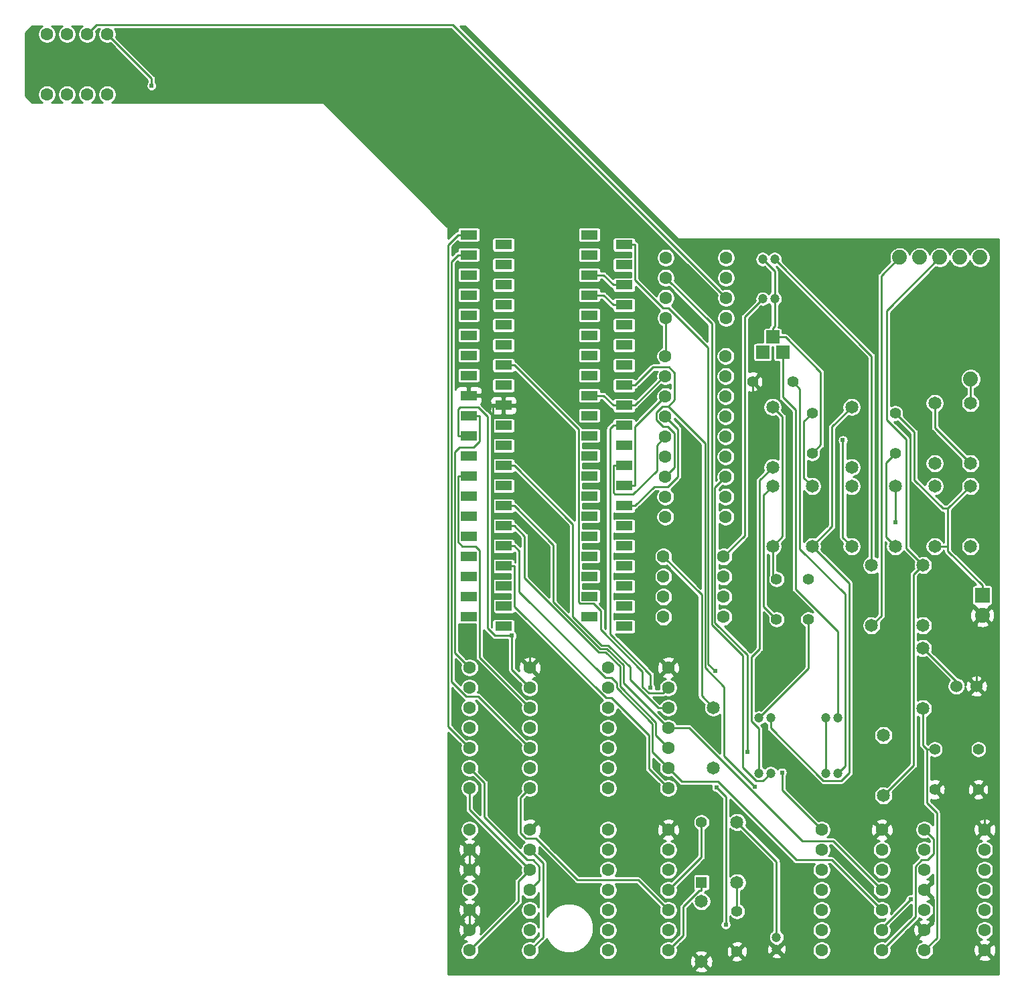
<source format=gbl>
%TF.GenerationSoftware,KiCad,Pcbnew,5.1.12-1.fc35*%
%TF.CreationDate,2022-01-17T09:06:34+01:00*%
%TF.ProjectId,PCB_F4 FMPAC_DIP_IMPRIMIR DEFINITIU copy_2021-07-27,5043425f-4634-4204-964d-5041435f4449,rev?*%
%TF.SameCoordinates,Original*%
%TF.FileFunction,Copper,L2,Bot*%
%TF.FilePolarity,Positive*%
%FSLAX46Y46*%
G04 Gerber Fmt 4.6, Leading zero omitted, Abs format (unit mm)*
G04 Created by KiCad (PCBNEW 5.1.12-1.fc35) date 2022-01-17 09:06:34*
%MOMM*%
%LPD*%
G01*
G04 APERTURE LIST*
%TA.AperFunction,ComponentPad*%
%ADD10C,1.880000*%
%TD*%
%TA.AperFunction,ComponentPad*%
%ADD11C,1.600000*%
%TD*%
%TA.AperFunction,ComponentPad*%
%ADD12R,2.159000X1.199000*%
%TD*%
%TA.AperFunction,ComponentPad*%
%ADD13R,1.676000X1.676000*%
%TD*%
%TA.AperFunction,ComponentPad*%
%ADD14C,1.524000*%
%TD*%
%TA.AperFunction,ComponentPad*%
%ADD15C,1.200000*%
%TD*%
%TA.AperFunction,ComponentPad*%
%ADD16C,1.651000*%
%TD*%
%TA.AperFunction,ComponentPad*%
%ADD17C,1.397000*%
%TD*%
%TA.AperFunction,ComponentPad*%
%ADD18R,1.397000X1.397000*%
%TD*%
%TA.AperFunction,ComponentPad*%
%ADD19R,1.880000X1.880000*%
%TD*%
%TA.AperFunction,ViaPad*%
%ADD20C,0.610000*%
%TD*%
%TA.AperFunction,Conductor*%
%ADD21C,0.260000*%
%TD*%
%TA.AperFunction,Conductor*%
%ADD22C,0.254000*%
%TD*%
%TA.AperFunction,Conductor*%
%ADD23C,0.100000*%
%TD*%
G04 APERTURE END LIST*
D10*
%TO.P,SLT,1*%
%TO.N,SLT*%
X189232000Y-78983000D03*
%TD*%
D11*
%TO.P,MCP6281,1*%
%TO.N,U48B_1*%
X150673000Y-63642000D03*
%TO.P,MCP6281,2*%
%TO.N,AMP*%
X150673000Y-66182000D03*
%TO.P,MCP6281,3*%
%TO.N,U48B_3*%
X150673000Y-68722000D03*
%TO.P,MCP6281,4*%
%TO.N,GND1*%
X150673000Y-71262000D03*
%TO.P,MCP6281,5*%
%TO.N,U48B_5*%
X158293000Y-71262000D03*
%TO.P,MCP6281,6*%
%TO.N,U48B_6*%
X158293000Y-68722000D03*
%TO.P,MCP6281,7*%
%TO.N,U48B_7*%
X158293000Y-66182000D03*
%TO.P,MCP6281,8*%
%TO.N,U48B_8*%
X158293000Y-63642000D03*
%TD*%
D12*
%TO.P,MOTHERBOARD_Z80_SOCKET,31*%
%TO.N,A1*%
X130162000Y-87404000D03*
%TO.P,MOTHERBOARD_Z80_SOCKET,10*%
%TO.N,D6*%
X145402000Y-87404000D03*
%TO.P,MOTHERBOARD_Z80_SOCKET,32*%
%TO.N,A2*%
X130162000Y-89944000D03*
%TO.P,MOTHERBOARD_Z80_SOCKET,33*%
%TO.N,A3*%
X130162000Y-92484000D03*
%TO.P,MOTHERBOARD_Z80_SOCKET,34*%
%TO.N,A4*%
X130162000Y-95024000D03*
%TO.P,MOTHERBOARD_Z80_SOCKET,35*%
%TO.N,A5*%
X130162000Y-97564000D03*
%TO.P,MOTHERBOARD_Z80_SOCKET,36*%
%TO.N,A6*%
X130162000Y-100104000D03*
%TO.P,MOTHERBOARD_Z80_SOCKET,37*%
%TO.N,A7*%
X130162000Y-102644000D03*
%TO.P,MOTHERBOARD_Z80_SOCKET,38*%
%TO.N,A8*%
X130162000Y-105184000D03*
%TO.P,MOTHERBOARD_Z80_SOCKET,39*%
%TO.N,A9*%
X130162000Y-107724000D03*
%TO.P,MOTHERBOARD_Z80_SOCKET,40*%
%TO.N,A10*%
X130162000Y-110264000D03*
%TO.P,MOTHERBOARD_Z80_SOCKET,9*%
%TO.N,D5*%
X145402000Y-89944000D03*
%TO.P,MOTHERBOARD_Z80_SOCKET,8*%
%TO.N,D3*%
X145402000Y-92484000D03*
%TO.P,MOTHERBOARD_Z80_SOCKET,7*%
%TO.N,D4*%
X145402000Y-95024000D03*
%TO.P,MOTHERBOARD_Z80_SOCKET,6*%
%TO.N,CLCK*%
X145402000Y-97564000D03*
%TO.P,MOTHERBOARD_Z80_SOCKET,5*%
%TO.N,A15*%
X145402000Y-100104000D03*
%TO.P,MOTHERBOARD_Z80_SOCKET,4*%
%TO.N,A14*%
X145402000Y-102644000D03*
%TO.P,MOTHERBOARD_Z80_SOCKET,3*%
%TO.N,A13*%
X145402000Y-105184000D03*
%TO.P,MOTHERBOARD_Z80_SOCKET,2*%
%TO.N,A12*%
X145402000Y-107724000D03*
%TO.P,MOTHERBOARD_Z80_SOCKET,1*%
%TO.N,A11*%
X145402000Y-110264000D03*
%TO.P,MOTHERBOARD_Z80_SOCKET,30*%
%TO.N,A0*%
X130162000Y-84864000D03*
%TO.P,MOTHERBOARD_Z80_SOCKET,29*%
%TO.N,GND*%
X130162000Y-82324000D03*
%TO.P,MOTHERBOARD_Z80_SOCKET,28*%
%TO.N,RFSH*%
X130162000Y-79784000D03*
%TO.P,MOTHERBOARD_Z80_SOCKET,27*%
%TO.N,M1*%
X130162000Y-77244000D03*
%TO.P,MOTHERBOARD_Z80_SOCKET,26*%
%TO.N,RST*%
X130162000Y-74704000D03*
%TO.P,MOTHERBOARD_Z80_SOCKET,25*%
%TO.N,BUSRQ*%
X130162000Y-72164000D03*
%TO.P,MOTHERBOARD_Z80_SOCKET,24*%
%TO.N,WAIT*%
X130162000Y-69624000D03*
%TO.P,MOTHERBOARD_Z80_SOCKET,23*%
%TO.N,BUSAK*%
X130162000Y-67084000D03*
%TO.P,MOTHERBOARD_Z80_SOCKET,22*%
%TO.N,WR*%
X130162000Y-64544000D03*
%TO.P,MOTHERBOARD_Z80_SOCKET,21*%
%TO.N,RD*%
X130162000Y-62004000D03*
%TO.P,MOTHERBOARD_Z80_SOCKET,11*%
%TO.N,+5V*%
X145402000Y-84864000D03*
%TO.P,MOTHERBOARD_Z80_SOCKET,12*%
%TO.N,D2*%
X145402000Y-82324000D03*
%TO.P,MOTHERBOARD_Z80_SOCKET,13*%
%TO.N,D7*%
X145402000Y-79784000D03*
%TO.P,MOTHERBOARD_Z80_SOCKET,14*%
%TO.N,D0*%
X145402000Y-77244000D03*
%TO.P,MOTHERBOARD_Z80_SOCKET,15*%
%TO.N,D1*%
X145402000Y-74704000D03*
%TO.P,MOTHERBOARD_Z80_SOCKET,16*%
%TO.N,INT*%
X145402000Y-72164000D03*
%TO.P,MOTHERBOARD_Z80_SOCKET,17*%
%TO.N,NMI*%
X145402000Y-69624000D03*
%TO.P,MOTHERBOARD_Z80_SOCKET,18*%
%TO.N,HALT*%
X145402000Y-67084000D03*
%TO.P,MOTHERBOARD_Z80_SOCKET,19*%
%TO.N,MREQ*%
X145402000Y-64544000D03*
%TO.P,MOTHERBOARD_Z80_SOCKET,20*%
%TO.N,IORQ*%
X145402000Y-62004000D03*
%TD*%
D11*
%TO.P,YM2413,1*%
%TO.N,GND1*%
X150622000Y-76093000D03*
%TO.P,YM2413,2*%
%TO.N,D2*%
X150622000Y-78633000D03*
%TO.P,YM2413,5*%
%TO.N,D5*%
X150622000Y-86253000D03*
%TO.P,YM2413,6*%
%TO.N,D6*%
X150622000Y-88793000D03*
%TO.P,YM2413,3*%
%TO.N,D3*%
X150622000Y-81173000D03*
%TO.P,YM2413,4*%
%TO.N,D4*%
X150622000Y-83713000D03*
%TO.P,YM2413,7*%
%TO.N,D7*%
X150622000Y-91333000D03*
%TO.P,YM2413,8*%
%TO.N,CLCK*%
X150622000Y-93873000D03*
%TO.P,YM2413,11*%
%TO.N,WR*%
X158242000Y-93873000D03*
%TO.P,YM2413,12*%
%TO.N,IC1_12*%
X158242000Y-91333000D03*
%TO.P,YM2413,13*%
%TO.N,RST*%
X158242000Y-88793000D03*
%TO.P,YM2413,14*%
%TO.N,IC1_14*%
X158242000Y-86253000D03*
%TO.P,YM2413,15*%
%TO.N,IC1_15*%
X158242000Y-83713000D03*
%TO.P,YM2413,16*%
%TO.N,+5VREG*%
X158242000Y-81173000D03*
%TO.P,YM2413,17*%
%TO.N,D0*%
X158242000Y-78633000D03*
%TO.P,YM2413,18*%
%TO.N,D1*%
X158242000Y-76093000D03*
%TO.P,YM2413,9*%
%TO.N,IC1_9*%
X150622000Y-96413000D03*
%TO.P,YM2413,10*%
%TO.N,A0*%
X158242000Y-96413000D03*
%TD*%
%TO.P,LM4558N,1*%
%TO.N,IC4_1*%
X150373000Y-101443000D03*
%TO.P,LM4558N,2*%
%TO.N,C2_-*%
X150373000Y-103983000D03*
%TO.P,LM4558N,3*%
%TO.N,GND1*%
X150373000Y-106523000D03*
%TO.P,LM4558N,4*%
%TO.N,C6_-*%
X150373000Y-109063000D03*
%TO.P,LM4558N,5*%
%TO.N,GND1*%
X157993000Y-109063000D03*
%TO.P,LM4558N,6*%
%TO.N,IC4_6*%
X157993000Y-106523000D03*
%TO.P,LM4558N,7*%
%TO.N,IC4_7*%
X157993000Y-103983000D03*
%TO.P,LM4558N,8*%
%TO.N,C5_+*%
X157993000Y-101443000D03*
%TD*%
D12*
%TO.P,Z80_CPU,31*%
%TO.N,A1*%
X125763000Y-86152000D03*
%TO.P,Z80_CPU,10*%
%TO.N,D6*%
X141003000Y-86152000D03*
%TO.P,Z80_CPU,32*%
%TO.N,A2*%
X125763000Y-88692000D03*
%TO.P,Z80_CPU,33*%
%TO.N,A3*%
X125763000Y-91232000D03*
%TO.P,Z80_CPU,34*%
%TO.N,A4*%
X125763000Y-93772000D03*
%TO.P,Z80_CPU,35*%
%TO.N,A5*%
X125763000Y-96312000D03*
%TO.P,Z80_CPU,36*%
%TO.N,A6*%
X125763000Y-98852000D03*
%TO.P,Z80_CPU,37*%
%TO.N,A7*%
X125763000Y-101392000D03*
%TO.P,Z80_CPU,38*%
%TO.N,A8*%
X125763000Y-103932000D03*
%TO.P,Z80_CPU,39*%
%TO.N,A9*%
X125763000Y-106472000D03*
%TO.P,Z80_CPU,40*%
%TO.N,A10*%
X125763000Y-109012000D03*
%TO.P,Z80_CPU,9*%
%TO.N,D5*%
X141003000Y-88692000D03*
%TO.P,Z80_CPU,8*%
%TO.N,D3*%
X141003000Y-91232000D03*
%TO.P,Z80_CPU,7*%
%TO.N,D4*%
X141003000Y-93772000D03*
%TO.P,Z80_CPU,6*%
%TO.N,CLCK*%
X141003000Y-96312000D03*
%TO.P,Z80_CPU,5*%
%TO.N,A15*%
X141003000Y-98852000D03*
%TO.P,Z80_CPU,4*%
%TO.N,A14*%
X141003000Y-101392000D03*
%TO.P,Z80_CPU,3*%
%TO.N,A13*%
X141003000Y-103932000D03*
%TO.P,Z80_CPU,2*%
%TO.N,A12*%
X141003000Y-106472000D03*
%TO.P,Z80_CPU,1*%
%TO.N,A11*%
X141003000Y-109012000D03*
%TO.P,Z80_CPU,30*%
%TO.N,A0*%
X125763000Y-83612000D03*
%TO.P,Z80_CPU,29*%
%TO.N,GND*%
X125763000Y-81072000D03*
%TO.P,Z80_CPU,28*%
%TO.N,RFSH*%
X125763000Y-78532000D03*
%TO.P,Z80_CPU,27*%
%TO.N,M1*%
X125763000Y-75992000D03*
%TO.P,Z80_CPU,26*%
%TO.N,RST*%
X125763000Y-73452000D03*
%TO.P,Z80_CPU,25*%
%TO.N,BUSRQ*%
X125763000Y-70912000D03*
%TO.P,Z80_CPU,24*%
%TO.N,WAIT*%
X125763000Y-68372000D03*
%TO.P,Z80_CPU,23*%
%TO.N,BUSAK*%
X125763000Y-65832000D03*
%TO.P,Z80_CPU,22*%
%TO.N,WR*%
X125763000Y-63292000D03*
%TO.P,Z80_CPU,21*%
%TO.N,RD*%
X125763000Y-60752000D03*
%TO.P,Z80_CPU,11*%
%TO.N,+5V*%
X141003000Y-83612000D03*
%TO.P,Z80_CPU,12*%
%TO.N,D2*%
X141003000Y-81072000D03*
%TO.P,Z80_CPU,13*%
%TO.N,D7*%
X141003000Y-78532000D03*
%TO.P,Z80_CPU,14*%
%TO.N,D0*%
X141003000Y-75992000D03*
%TO.P,Z80_CPU,15*%
%TO.N,D1*%
X141003000Y-73452000D03*
%TO.P,Z80_CPU,16*%
%TO.N,INT*%
X141003000Y-70912000D03*
%TO.P,Z80_CPU,17*%
%TO.N,NMI*%
X141003000Y-68372000D03*
%TO.P,Z80_CPU,18*%
%TO.N,HALT*%
X141003000Y-65832000D03*
%TO.P,Z80_CPU,19*%
%TO.N,MREQ*%
X141003000Y-63292000D03*
%TO.P,Z80_CPU,20*%
%TO.N,IORQ*%
X141003000Y-60752000D03*
%TD*%
D10*
%TO.P,DC-DC_5V_+-12V,2*%
%TO.N,GND1*%
X187856000Y-63612000D03*
%TO.P,DC-DC_5V_+-12V,3*%
%TO.N,+12V*%
X185316000Y-63612000D03*
%TO.P,DC-DC_5V_+-12V,1*%
%TO.N,U48B_7*%
X190396000Y-63612000D03*
%TO.P,DC-DC_5V_+-12V,4*%
%TO.N,GND1*%
X182776000Y-63612000D03*
%TO.P,DC-DC_5V_+-12V,5*%
%TO.N,-12V*%
X180236000Y-63612000D03*
%TD*%
D13*
%TO.P,VREG1,1*%
%TO.N,+5VREG*%
X162912000Y-75586000D03*
%TO.P,VREG1,2*%
%TO.N,GND1*%
X164182000Y-73681000D03*
%TO.P,VREG1,3*%
%TO.N,C7_+*%
X165452000Y-75586000D03*
%TD*%
D11*
%TO.P,U2,1*%
%TO.N,U48B_1*%
X72442000Y-42993000D03*
%TO.P,U2,2*%
%TO.N,AMP*%
X74982000Y-42993000D03*
%TO.P,U2,3*%
%TO.N,U48B_3*%
X77522000Y-42993000D03*
%TO.P,U2,4*%
%TO.N,GND1*%
X80062000Y-42993000D03*
%TO.P,U2,5*%
%TO.N,U48B_5*%
X80062000Y-35373000D03*
%TO.P,U2,6*%
%TO.N,U48B_6*%
X77522000Y-35373000D03*
%TO.P,U2,7*%
%TO.N,U48B_7*%
X74982000Y-35373000D03*
%TO.P,U2,8*%
%TO.N,U48B_8*%
X72442000Y-35373000D03*
%TD*%
D14*
%TO.P,LED1,2*%
%TO.N,GND*%
X189952000Y-117833000D03*
%TO.P,LED1,1*%
%TO.N,LED1_1*%
X187412000Y-117833000D03*
%TD*%
D11*
%TO.P,IC7,1*%
%TO.N,IC8_3*%
X133492000Y-130723000D03*
%TO.P,IC7,2*%
%TO.N,IC6_8*%
X133492000Y-128183000D03*
%TO.P,IC7,5*%
%TO.N,A3*%
X133492000Y-120563000D03*
%TO.P,IC7,6*%
%TO.N,A1*%
X133492000Y-118023000D03*
%TO.P,IC7,3*%
%TO.N,WR*%
X133492000Y-125643000D03*
%TO.P,IC7,4*%
%TO.N,IC6_11*%
X133492000Y-123103000D03*
%TO.P,IC7,7*%
%TO.N,GND*%
X133492000Y-115483000D03*
%TO.P,IC7,8*%
%TO.N,A0*%
X125872000Y-115483000D03*
%TO.P,IC7,9*%
%TO.N,IORQ*%
X125872000Y-118023000D03*
%TO.P,IC7,10*%
%TO.N,IC6_12*%
X125872000Y-120563000D03*
%TO.P,IC7,11*%
%TO.N,IC6_8*%
X125872000Y-123103000D03*
%TO.P,IC7,12*%
%TO.N,RD*%
X125872000Y-125643000D03*
%TO.P,IC7,13*%
%TO.N,IC9_4*%
X125872000Y-128183000D03*
%TO.P,IC7,14*%
%TO.N,+5V*%
X125872000Y-130723000D03*
%TD*%
%TO.P,IC3,1*%
%TO.N,GND*%
X190992000Y-151223000D03*
%TO.P,IC3,2*%
%TO.N,IC3_2*%
X190992000Y-148683000D03*
%TO.P,IC3,5*%
%TO.N,A1*%
X190992000Y-141063000D03*
%TO.P,IC3,6*%
%TO.N,IC2_12*%
X190992000Y-138523000D03*
%TO.P,IC3,3*%
%TO.N,A7*%
X190992000Y-146143000D03*
%TO.P,IC3,4*%
%TO.N,IC2_2*%
X190992000Y-143603000D03*
%TO.P,IC3,7*%
%TO.N,GND*%
X190992000Y-135983000D03*
%TO.P,IC3,8*%
%TO.N,IC2_1*%
X183372000Y-135983000D03*
%TO.P,IC3,9*%
%TO.N,IORQ*%
X183372000Y-138523000D03*
%TO.P,IC3,10*%
%TO.N,IC3_10*%
X183372000Y-141063000D03*
%TO.P,IC3,11*%
%TO.N,GND*%
X183372000Y-143603000D03*
%TO.P,IC3,12*%
%TO.N,IC3_12*%
X183372000Y-146143000D03*
%TO.P,IC3,13*%
%TO.N,GND*%
X183372000Y-148683000D03*
%TO.P,IC3,14*%
%TO.N,+5V*%
X183372000Y-151223000D03*
%TD*%
%TO.P,IC6,1*%
%TO.N,A7*%
X150992000Y-130723000D03*
%TO.P,IC6,2*%
%TO.N,A6*%
X150992000Y-128183000D03*
%TO.P,IC6,5*%
%TO.N,A2*%
X150992000Y-120563000D03*
%TO.P,IC6,6*%
%TO.N,M1*%
X150992000Y-118023000D03*
%TO.P,IC6,3*%
%TO.N,A5*%
X150992000Y-125643000D03*
%TO.P,IC6,4*%
%TO.N,A4*%
X150992000Y-123103000D03*
%TO.P,IC6,7*%
%TO.N,GND*%
X150992000Y-115483000D03*
%TO.P,IC6,8*%
%TO.N,IC6_8*%
X143372000Y-115483000D03*
%TO.P,IC6,9*%
%TO.N,N/C*%
X143372000Y-118023000D03*
%TO.P,IC6,10*%
X143372000Y-120563000D03*
%TO.P,IC6,11*%
%TO.N,IC6_11*%
X143372000Y-123103000D03*
%TO.P,IC6,12*%
%TO.N,IC6_12*%
X143372000Y-125643000D03*
%TO.P,IC6,13*%
%TO.N,N/C*%
X143372000Y-128183000D03*
%TO.P,IC6,14*%
%TO.N,+5V*%
X143372000Y-130723000D03*
%TD*%
%TO.P,IC8,1*%
%TO.N,+5V*%
X150992000Y-151223000D03*
%TO.P,IC8,2*%
%TO.N,D7*%
X150992000Y-148683000D03*
%TO.P,IC8,5*%
%TO.N,IC8_5*%
X150992000Y-141063000D03*
%TO.P,IC8,6*%
%TO.N,IC8_6*%
X150992000Y-138523000D03*
%TO.P,IC8,3*%
%TO.N,IC8_3*%
X150992000Y-146143000D03*
%TO.P,IC8,4*%
%TO.N,IC8_4*%
X150992000Y-143603000D03*
%TO.P,IC8,7*%
%TO.N,GND*%
X150992000Y-135983000D03*
%TO.P,IC8,8*%
%TO.N,N/C*%
X143372000Y-135983000D03*
%TO.P,IC8,9*%
X143372000Y-138523000D03*
%TO.P,IC8,10*%
X143372000Y-141063000D03*
%TO.P,IC8,11*%
X143372000Y-143603000D03*
%TO.P,IC8,12*%
X143372000Y-146143000D03*
%TO.P,IC8,13*%
X143372000Y-148683000D03*
%TO.P,IC8,14*%
%TO.N,+5V*%
X143372000Y-151223000D03*
%TD*%
%TO.P,IC9,1*%
%TO.N,R14_2*%
X133492000Y-151223000D03*
%TO.P,IC9,2*%
%TO.N,IC8_5*%
X133492000Y-148683000D03*
%TO.P,IC9,5*%
%TO.N,+5V*%
X133492000Y-141063000D03*
%TO.P,IC9,6*%
%TO.N,R14_2*%
X133492000Y-138523000D03*
%TO.P,IC9,3*%
%TO.N,D7*%
X133492000Y-146143000D03*
%TO.P,IC9,4*%
%TO.N,IC9_4*%
X133492000Y-143603000D03*
%TO.P,IC9,7*%
%TO.N,GND*%
X133492000Y-135983000D03*
%TO.P,IC9,8*%
%TO.N,IC9_8*%
X125872000Y-135983000D03*
%TO.P,IC9,9*%
%TO.N,GND*%
X125872000Y-138523000D03*
%TO.P,IC9,10*%
X125872000Y-141063000D03*
%TO.P,IC9,11*%
%TO.N,IC9_11*%
X125872000Y-143603000D03*
%TO.P,IC9,12*%
%TO.N,GND*%
X125872000Y-146143000D03*
%TO.P,IC9,13*%
X125872000Y-148683000D03*
%TO.P,IC9,14*%
%TO.N,+5V*%
X125872000Y-151223000D03*
%TD*%
%TO.P,IC2,1*%
%TO.N,IC2_1*%
X177992000Y-151223000D03*
%TO.P,IC2,2*%
%TO.N,IC2_2*%
X177992000Y-148683000D03*
%TO.P,IC2,5*%
%TO.N,A3*%
X177992000Y-141063000D03*
%TO.P,IC2,6*%
%TO.N,A2*%
X177992000Y-138523000D03*
%TO.P,IC2,3*%
%TO.N,A6*%
X177992000Y-146143000D03*
%TO.P,IC2,4*%
%TO.N,A4*%
X177992000Y-143603000D03*
%TO.P,IC2,7*%
%TO.N,GND*%
X177992000Y-135983000D03*
%TO.P,IC2,8*%
%TO.N,IC1_12*%
X170372000Y-135983000D03*
%TO.P,IC2,9*%
%TO.N,N/C*%
X170372000Y-138523000D03*
%TO.P,IC2,10*%
X170372000Y-141063000D03*
%TO.P,IC2,11*%
%TO.N,A5*%
X170372000Y-143603000D03*
%TO.P,IC2,12*%
%TO.N,IC2_12*%
X170372000Y-146143000D03*
%TO.P,IC2,13*%
%TO.N,N/C*%
X170372000Y-148683000D03*
%TO.P,IC2,14*%
%TO.N,+5V*%
X170372000Y-151223000D03*
%TD*%
D15*
%TO.P,C1,-*%
%TO.N,C1_-*%
X162431000Y-128833000D03*
%TO.P,C1,+*%
%TO.N,AMP*%
X163933000Y-128833000D03*
%TD*%
D16*
%TO.P,R11,1*%
%TO.N,C7_+*%
X178182000Y-124023000D03*
%TO.P,R11,2*%
%TO.N,+12V*%
X178182000Y-131643000D03*
%TD*%
%TO.P,R13,1*%
%TO.N,C6_-*%
X176682000Y-102523000D03*
%TO.P,R13,2*%
%TO.N,-12V*%
X176682000Y-110143000D03*
%TD*%
%TO.P,R3,1*%
%TO.N,C2_-*%
X156682000Y-128143000D03*
%TO.P,R3,2*%
%TO.N,IC4_1*%
X156682000Y-120523000D03*
%TD*%
%TO.P,R2,1*%
%TO.N,IC4_6*%
X184682000Y-89643000D03*
%TO.P,R2,2*%
%TO.N,IC4_1*%
X184682000Y-82023000D03*
%TD*%
%TO.P,R1,1*%
%TO.N,IC4_6*%
X164182000Y-92523000D03*
%TO.P,R1,2*%
%TO.N,IC4_7*%
X164182000Y-100143000D03*
%TD*%
%TO.P,R4,1*%
%TO.N,IC4_7*%
X164182000Y-82523000D03*
%TO.P,R4,2*%
%TO.N,C1_-*%
X164182000Y-90143000D03*
%TD*%
%TO.P,R5,1*%
%TO.N,IC1_14*%
X179682000Y-92523000D03*
%TO.P,R5,2*%
%TO.N,C3_2*%
X179682000Y-100143000D03*
%TD*%
%TO.P,R6,1*%
%TO.N,IC1_15*%
X174182000Y-100143000D03*
%TO.P,R6,2*%
%TO.N,C4_1*%
X174182000Y-92523000D03*
%TD*%
%TO.P,R7,1*%
%TO.N,IC1_14*%
X189182000Y-100143000D03*
%TO.P,R7,2*%
%TO.N,GND1*%
X189182000Y-92523000D03*
%TD*%
%TO.P,R8,1*%
%TO.N,GND1*%
X184682000Y-100143000D03*
%TO.P,R8,2*%
%TO.N,IC1_15*%
X184682000Y-92523000D03*
%TD*%
%TO.P,R9,1*%
%TO.N,C4_1*%
X169182000Y-92523000D03*
%TO.P,R9,2*%
%TO.N,C2_+*%
X169182000Y-100143000D03*
%TD*%
%TO.P,R10,1*%
%TO.N,C3_2*%
X174182000Y-90143000D03*
%TO.P,R10,2*%
%TO.N,C2_+*%
X174182000Y-82523000D03*
%TD*%
%TO.P,R14,1*%
%TO.N,GND*%
X155182000Y-152643000D03*
%TO.P,R14,2*%
%TO.N,R14_2*%
X155182000Y-145023000D03*
%TD*%
%TO.P,R15,1*%
%TO.N,+5V*%
X159682000Y-142643000D03*
%TO.P,R15,2*%
%TO.N,IC8_4*%
X159682000Y-135023000D03*
%TD*%
%TO.P,R12,1*%
%TO.N,C5_+*%
X183182000Y-110143000D03*
%TO.P,R12,2*%
%TO.N,+12V*%
X183182000Y-102523000D03*
%TD*%
%TO.P,R18,1*%
%TO.N,IC4_1*%
X189182000Y-89643000D03*
%TO.P,R18,2*%
%TO.N,SLT*%
X189182000Y-82023000D03*
%TD*%
%TO.P,R16,1*%
%TO.N,LED1_1*%
X183182000Y-113023000D03*
%TO.P,R16,2*%
%TO.N,+5V*%
X183182000Y-120643000D03*
%TD*%
D15*
%TO.P,C5,-*%
%TO.N,GND1*%
X164433000Y-68833000D03*
%TO.P,C5,+*%
%TO.N,C5_+*%
X162932000Y-68833000D03*
%TD*%
%TO.P,C6,-*%
%TO.N,C6_-*%
X164432000Y-63833000D03*
%TO.P,C6,+*%
%TO.N,GND1*%
X162931000Y-63833000D03*
%TD*%
%TO.P,C2,-*%
%TO.N,C2_-*%
X162431000Y-121833000D03*
%TO.P,C2,+*%
%TO.N,C2_+*%
X163933000Y-121833000D03*
%TD*%
D17*
%TO.P,C3,1*%
%TO.N,GND1*%
X179682000Y-83293000D03*
%TO.P,C3,2*%
%TO.N,C3_2*%
X179682000Y-88373000D03*
%TD*%
%TO.P,C4,1*%
%TO.N,C4_1*%
X169182000Y-83293000D03*
%TO.P,C4,2*%
%TO.N,GND1*%
X169182000Y-88373000D03*
%TD*%
D15*
%TO.P,C7,-*%
%TO.N,GND1*%
X170931000Y-121833000D03*
%TO.P,C7,+*%
%TO.N,C7_+*%
X172432000Y-121833000D03*
%TD*%
%TO.P,C9,-*%
%TO.N,GND*%
X164682000Y-151084000D03*
%TO.P,C9,+*%
%TO.N,IC8_4*%
X164682000Y-149582000D03*
%TD*%
D17*
%TO.P,C11,1*%
%TO.N,+5V*%
X159682000Y-146293000D03*
%TO.P,C11,2*%
%TO.N,GND*%
X159682000Y-151373000D03*
%TD*%
D15*
%TO.P,C12,-*%
%TO.N,GND1*%
X170932000Y-128833000D03*
%TO.P,C12,+*%
%TO.N,+5VREG*%
X172433000Y-128833000D03*
%TD*%
D17*
%TO.P,C14,1*%
%TO.N,C2_-*%
X168682000Y-109373000D03*
%TO.P,C14,2*%
%TO.N,IC4_1*%
X168682000Y-104293000D03*
%TD*%
%TO.P,C8,1*%
%TO.N,GND*%
X161642000Y-79333000D03*
%TO.P,C8,2*%
%TO.N,+5VREG*%
X166722000Y-79333000D03*
%TD*%
%TO.P,C16,1*%
%TO.N,IC4_6*%
X164682000Y-109373000D03*
%TO.P,C16,2*%
%TO.N,IC4_7*%
X164682000Y-104293000D03*
%TD*%
%TO.P,C10,1*%
%TO.N,+5V*%
X190182000Y-125793000D03*
%TO.P,C10,2*%
%TO.N,GND*%
X190182000Y-130873000D03*
%TD*%
%TO.P,C13,1*%
%TO.N,+5V*%
X184682000Y-125793000D03*
%TO.P,C13,2*%
%TO.N,GND*%
X184682000Y-130873000D03*
%TD*%
%TO.P,D2,2*%
%TO.N,IC8_4*%
X155182000Y-135023000D03*
D18*
%TO.P,D2,1*%
%TO.N,+5V*%
X155182000Y-142643000D03*
%TD*%
D10*
%TO.P,SJ3,2*%
%TO.N,GND*%
X190682000Y-108873000D03*
D19*
%TO.P,SJ3,1*%
%TO.N,GND1*%
X190682000Y-106333000D03*
%TD*%
D20*
%TO.N,+5V*%
X148750000Y-118052000D03*
%TO.N,A1*%
X131216000Y-111445000D03*
%TO.N,D7*%
X158255000Y-147983000D03*
X157076000Y-130604000D03*
X161907000Y-130541000D03*
%TO.N,GND*%
X160665000Y-112146000D03*
%TO.N,IC1_12*%
X165369000Y-128735000D03*
X161016000Y-126177000D03*
%TO.N,IC1_14*%
X179682000Y-97109000D03*
%TO.N,IC1_15*%
X173063000Y-86718000D03*
%TO.N,IC2_2*%
X181620000Y-144783000D03*
%TO.N,IORQ*%
X156906000Y-115931000D03*
%TO.N,U48B_5*%
X85674000Y-41900000D03*
%TD*%
D21*
%TO.N,+12V*%
X185316000Y-63612000D02*
X178575000Y-70355000D01*
X178575000Y-70355000D02*
X178575000Y-84112000D01*
X178575000Y-84112000D02*
X181033000Y-86571000D01*
X181033000Y-86571000D02*
X181033000Y-100376000D01*
X181033000Y-100376000D02*
X183182000Y-102525000D01*
X183182000Y-102525000D02*
X182027000Y-103680000D01*
X182027000Y-103680000D02*
X182027000Y-127800000D01*
X182027000Y-127800000D02*
X178181000Y-131643000D01*
%TO.N,+5V*%
X144031000Y-84864000D02*
X143604000Y-85291000D01*
X143604000Y-85291000D02*
X143604000Y-111234000D01*
X143604000Y-111234000D02*
X148750000Y-116380000D01*
X148750000Y-116380000D02*
X148750000Y-118052000D01*
X145402000Y-84864000D02*
X144031000Y-84864000D01*
X155181000Y-143634000D02*
X154935000Y-143634000D01*
X154935000Y-143634000D02*
X152862000Y-145707000D01*
X152862000Y-145707000D02*
X152862000Y-149352000D01*
X152862000Y-149352000D02*
X150993000Y-151224000D01*
X133492000Y-141064000D02*
X125872000Y-133444000D01*
X125872000Y-133444000D02*
X125872000Y-130724000D01*
X125872000Y-151224000D02*
X132044000Y-145049000D01*
X132044000Y-145049000D02*
X132044000Y-142509000D01*
X132044000Y-142509000D02*
X133492000Y-141064000D01*
X183685000Y-125794000D02*
X183182000Y-125291000D01*
X183182000Y-125291000D02*
X183182000Y-120642000D01*
X184683000Y-125794000D02*
X183685000Y-125794000D01*
X183685000Y-125794000D02*
X183685000Y-132598000D01*
X183685000Y-132598000D02*
X184922000Y-133835000D01*
X184922000Y-133835000D02*
X184922000Y-149672000D01*
X184922000Y-149672000D02*
X183373000Y-151224000D01*
X155181000Y-142644000D02*
X155181000Y-143634000D01*
X159682000Y-146294000D02*
X159682000Y-142644000D01*
%TO.N,+5VREG*%
X166723000Y-79334000D02*
X167635000Y-80246000D01*
X167635000Y-80246000D02*
X167635000Y-100470000D01*
X167635000Y-100470000D02*
X173325000Y-106162000D01*
X173325000Y-106162000D02*
X173325000Y-127940000D01*
X173325000Y-127940000D02*
X172433000Y-128834000D01*
%TO.N,-12V*%
X176682000Y-110145000D02*
X177899000Y-108928000D01*
X177899000Y-108928000D02*
X177899000Y-65949000D01*
X177899000Y-65949000D02*
X180236000Y-63612000D01*
%TO.N,A0*%
X125763000Y-83612000D02*
X127135000Y-83612000D01*
X127135000Y-83612000D02*
X127135000Y-86873000D01*
X127135000Y-86873000D02*
X126370000Y-87635000D01*
X126370000Y-87635000D02*
X124569000Y-87635000D01*
X124569000Y-87635000D02*
X123967000Y-88237000D01*
X123967000Y-88237000D02*
X123967000Y-113579000D01*
X123967000Y-113579000D02*
X125872000Y-115484000D01*
%TO.N,A1*%
X131216000Y-111445000D02*
X129065000Y-111445000D01*
X129065000Y-111445000D02*
X128113000Y-110493000D01*
X128113000Y-110493000D02*
X128113000Y-83688000D01*
X128113000Y-83688000D02*
X126962000Y-82537000D01*
X126962000Y-82537000D02*
X124643000Y-82537000D01*
X124643000Y-82537000D02*
X124391000Y-82786000D01*
X124391000Y-82786000D02*
X124391000Y-86152000D01*
X133492000Y-118024000D02*
X131216000Y-115745000D01*
X131216000Y-115745000D02*
X131216000Y-111445000D01*
X125763000Y-86152000D02*
X124391000Y-86152000D01*
%TO.N,A2*%
X131534000Y-89944000D02*
X138920000Y-97330000D01*
X138920000Y-97330000D02*
X138920000Y-109052000D01*
X138920000Y-109052000D02*
X142524000Y-112654000D01*
X142524000Y-112654000D02*
X143421000Y-112654000D01*
X143421000Y-112654000D02*
X146172000Y-115407000D01*
X146172000Y-115407000D02*
X146172000Y-117033000D01*
X146172000Y-117033000D02*
X149703000Y-120564000D01*
X149703000Y-120564000D02*
X150993000Y-120564000D01*
X130162000Y-89944000D02*
X131534000Y-89944000D01*
%TO.N,A3*%
X125763000Y-91232000D02*
X124391000Y-91232000D01*
X133492000Y-120564000D02*
X127135000Y-114206000D01*
X127135000Y-114206000D02*
X127135000Y-100670000D01*
X127135000Y-100670000D02*
X126586000Y-100122000D01*
X126586000Y-100122000D02*
X124940000Y-100122000D01*
X124940000Y-100122000D02*
X124391000Y-99573000D01*
X124391000Y-99573000D02*
X124391000Y-91232000D01*
%TO.N,A4*%
X131534000Y-95024000D02*
X136469000Y-99959000D01*
X136469000Y-99959000D02*
X136469000Y-107198000D01*
X136469000Y-107198000D02*
X142349000Y-113076000D01*
X142349000Y-113076000D02*
X143246000Y-113076000D01*
X143246000Y-113076000D02*
X145318000Y-115151000D01*
X145318000Y-115151000D02*
X145318000Y-117429000D01*
X145318000Y-117429000D02*
X150993000Y-123104000D01*
X177993000Y-143604000D02*
X171811000Y-137422000D01*
X171811000Y-137422000D02*
X167945000Y-137422000D01*
X167945000Y-137422000D02*
X153627000Y-123104000D01*
X153627000Y-123104000D02*
X153627000Y-123104000D01*
X153627000Y-123104000D02*
X150993000Y-123104000D01*
X130162000Y-95024000D02*
X131534000Y-95024000D01*
%TO.N,A5*%
X130162000Y-97564000D02*
X131534000Y-97564000D01*
X150993000Y-125644000D02*
X149413000Y-124064000D01*
X149413000Y-124064000D02*
X149413000Y-122377000D01*
X149413000Y-122377000D02*
X144897000Y-117861000D01*
X144897000Y-117861000D02*
X144897000Y-115326000D01*
X144897000Y-115326000D02*
X143071000Y-113500000D01*
X143071000Y-113500000D02*
X142171000Y-113500000D01*
X142171000Y-113500000D02*
X132832000Y-104158000D01*
X132832000Y-104158000D02*
X132832000Y-98859000D01*
X132832000Y-98859000D02*
X131534000Y-97564000D01*
%TO.N,A6*%
X150993000Y-128184000D02*
X148989000Y-126180000D01*
X148989000Y-126180000D02*
X148989000Y-122552000D01*
X148989000Y-122552000D02*
X144473000Y-118036000D01*
X144473000Y-118036000D02*
X144473000Y-117439000D01*
X144473000Y-117439000D02*
X143787000Y-116754000D01*
X143787000Y-116754000D02*
X143022000Y-116754000D01*
X143022000Y-116754000D02*
X132156000Y-105885000D01*
X132156000Y-105885000D02*
X132156000Y-100726000D01*
X132156000Y-100726000D02*
X131534000Y-100104000D01*
X150993000Y-128184000D02*
X152718000Y-129908000D01*
X152718000Y-129908000D02*
X157259000Y-129908000D01*
X157259000Y-129908000D02*
X167145000Y-139794000D01*
X167145000Y-139794000D02*
X171643000Y-139794000D01*
X171643000Y-139794000D02*
X177993000Y-146144000D01*
X130162000Y-100104000D02*
X131534000Y-100104000D01*
%TO.N,A7*%
X150993000Y-130724000D02*
X148567000Y-128298000D01*
X148567000Y-128298000D02*
X148567000Y-124054000D01*
X148567000Y-124054000D02*
X143805000Y-119294000D01*
X143805000Y-119294000D02*
X143096000Y-119294000D01*
X143096000Y-119294000D02*
X131534000Y-107732000D01*
X131534000Y-107732000D02*
X131534000Y-102644000D01*
X130162000Y-102644000D02*
X131534000Y-102644000D01*
%TO.N,AMP*%
X163932000Y-128834000D02*
X162949000Y-129817000D01*
X162949000Y-129817000D02*
X162105000Y-129817000D01*
X162105000Y-129817000D02*
X160383000Y-128095000D01*
X160383000Y-128095000D02*
X160383000Y-113970000D01*
X160383000Y-113970000D02*
X156472000Y-110058000D01*
X156472000Y-110058000D02*
X156472000Y-71981000D01*
X156472000Y-71981000D02*
X150673000Y-66182000D01*
%TO.N,C1_-*%
X164183000Y-90142000D02*
X162540000Y-91785000D01*
X162540000Y-91785000D02*
X162540000Y-113106000D01*
X162540000Y-113106000D02*
X161491000Y-114153000D01*
X161491000Y-114153000D02*
X161491000Y-122281000D01*
X161491000Y-122281000D02*
X162430000Y-123220000D01*
X162430000Y-123220000D02*
X162430000Y-128834000D01*
%TO.N,C2_+*%
X169182000Y-100142000D02*
X171681000Y-97643000D01*
X171681000Y-97643000D02*
X171681000Y-85024000D01*
X171681000Y-85024000D02*
X174183000Y-82522000D01*
X163932000Y-121834000D02*
X163932000Y-123119000D01*
X163932000Y-123119000D02*
X170581000Y-129766000D01*
X170581000Y-129766000D02*
X172883000Y-129766000D01*
X172883000Y-129766000D02*
X173843000Y-128806000D01*
X173843000Y-128806000D02*
X173843000Y-104805000D01*
X173843000Y-104805000D02*
X169182000Y-100142000D01*
%TO.N,C2_-*%
X162430000Y-121834000D02*
X168681000Y-115583000D01*
X168681000Y-115583000D02*
X168681000Y-109372000D01*
%TO.N,C3_2*%
X179682000Y-88374000D02*
X178506000Y-89550000D01*
X178506000Y-89550000D02*
X178506000Y-98966000D01*
X178506000Y-98966000D02*
X179682000Y-100142000D01*
%TO.N,C4_1*%
X169182000Y-83294000D02*
X168143000Y-84333000D01*
X168143000Y-84333000D02*
X168143000Y-91483000D01*
X168143000Y-91483000D02*
X169182000Y-92522000D01*
%TO.N,C5_+*%
X162931000Y-68834000D02*
X160640000Y-71125000D01*
X160640000Y-71125000D02*
X160640000Y-98796000D01*
X160640000Y-98796000D02*
X157993000Y-101443000D01*
%TO.N,C6_-*%
X164432000Y-63833000D02*
X176682000Y-76083000D01*
X176682000Y-76083000D02*
X176682000Y-102525000D01*
%TO.N,C7_+*%
X172433000Y-121834000D02*
X172433000Y-110907000D01*
X172433000Y-110907000D02*
X167069000Y-105542000D01*
X167069000Y-105542000D02*
X167069000Y-82918000D01*
X167069000Y-82918000D02*
X165453000Y-81303000D01*
X165453000Y-81303000D02*
X165453000Y-75585000D01*
%TO.N,D2*%
X145402000Y-82324000D02*
X146774000Y-82324000D01*
X150622000Y-78633000D02*
X150465000Y-78633000D01*
X150465000Y-78633000D02*
X146774000Y-82324000D01*
X145402000Y-82324000D02*
X144031000Y-82324000D01*
X141003000Y-81072000D02*
X142778000Y-81072000D01*
X142778000Y-81072000D02*
X144031000Y-82324000D01*
%TO.N,D3*%
X145402000Y-92484000D02*
X146774000Y-92484000D01*
X150622000Y-81173000D02*
X146774000Y-85021000D01*
X146774000Y-85021000D02*
X146774000Y-92484000D01*
%TO.N,D4*%
X150622000Y-83713000D02*
X152204000Y-85296000D01*
X152204000Y-85296000D02*
X152204000Y-91326000D01*
X152204000Y-91326000D02*
X150927000Y-92603000D01*
X150927000Y-92603000D02*
X149195000Y-92603000D01*
X149195000Y-92603000D02*
X146774000Y-95024000D01*
X145402000Y-95024000D02*
X146774000Y-95024000D01*
%TO.N,D5*%
X145402000Y-89944000D02*
X144031000Y-89944000D01*
X150622000Y-86253000D02*
X149530000Y-87346000D01*
X149530000Y-87346000D02*
X149530000Y-90576000D01*
X149530000Y-90576000D02*
X146563000Y-93543000D01*
X146563000Y-93543000D02*
X144247000Y-93543000D01*
X144247000Y-93543000D02*
X144031000Y-93325000D01*
X144031000Y-93325000D02*
X144031000Y-89944000D01*
%TO.N,D7*%
X161907000Y-130541000D02*
X158049000Y-126683000D01*
X158049000Y-126683000D02*
X158049000Y-117920000D01*
X158049000Y-117920000D02*
X155626000Y-115494000D01*
X155626000Y-115494000D02*
X155626000Y-87089000D01*
X155626000Y-87089000D02*
X150980000Y-82443000D01*
X157076000Y-130604000D02*
X158255000Y-131785000D01*
X158255000Y-131785000D02*
X158255000Y-147983000D01*
X150980000Y-82443000D02*
X150264000Y-82443000D01*
X150264000Y-82443000D02*
X149489000Y-83218000D01*
X149489000Y-83218000D02*
X149489000Y-84173000D01*
X149489000Y-84173000D02*
X150299000Y-84983000D01*
X150299000Y-84983000D02*
X150947000Y-84983000D01*
X150947000Y-84983000D02*
X151783000Y-85819000D01*
X151783000Y-85819000D02*
X151783000Y-90175000D01*
X151783000Y-90175000D02*
X150622000Y-91333000D01*
X146774000Y-79784000D02*
X149057000Y-77500000D01*
X149057000Y-77500000D02*
X151061000Y-77500000D01*
X151061000Y-77500000D02*
X151780000Y-78222000D01*
X151780000Y-78222000D02*
X151780000Y-81641000D01*
X151780000Y-81641000D02*
X150980000Y-82443000D01*
X145402000Y-79784000D02*
X146774000Y-79784000D01*
%TO.N,GND*%
X159682000Y-151374000D02*
X157102000Y-148793000D01*
X157102000Y-148793000D02*
X157102000Y-135349000D01*
X157102000Y-135349000D02*
X155697000Y-133942000D01*
X155697000Y-133942000D02*
X153032000Y-133942000D01*
X153032000Y-133942000D02*
X150993000Y-135984000D01*
X161643000Y-79334000D02*
X161643000Y-111168000D01*
X161643000Y-111168000D02*
X160665000Y-112146000D01*
X130162000Y-82324000D02*
X128791000Y-82324000D01*
X133492000Y-115484000D02*
X133492000Y-111364000D01*
X133492000Y-111364000D02*
X131122000Y-108994000D01*
X131122000Y-108994000D02*
X129337000Y-108994000D01*
X129337000Y-108994000D02*
X128791000Y-108448000D01*
X128791000Y-108448000D02*
X128791000Y-82324000D01*
X133492000Y-135984000D02*
X134600000Y-134874000D01*
X134600000Y-134874000D02*
X134600000Y-116591000D01*
X134600000Y-116591000D02*
X133492000Y-115484000D01*
X190993000Y-151224000D02*
X192100000Y-150114000D01*
X192100000Y-150114000D02*
X192100000Y-137091000D01*
X192100000Y-137091000D02*
X190993000Y-135984000D01*
X190183000Y-130873000D02*
X189172000Y-129863000D01*
X189172000Y-129863000D02*
X189172000Y-118615000D01*
X189172000Y-118615000D02*
X189951000Y-117833000D01*
X190993000Y-135984000D02*
X190993000Y-131684000D01*
X190993000Y-131684000D02*
X190183000Y-130873000D01*
X183373000Y-148684000D02*
X184501000Y-147556000D01*
X184501000Y-147556000D02*
X184501000Y-144732000D01*
X184501000Y-144732000D02*
X183373000Y-143604000D01*
X125872000Y-146144000D02*
X124765000Y-145034000D01*
X124765000Y-145034000D02*
X124765000Y-142171000D01*
X124765000Y-142171000D02*
X125872000Y-141064000D01*
X125872000Y-141064000D02*
X125872000Y-138524000D01*
X125872000Y-148684000D02*
X125872000Y-146144000D01*
X190683000Y-108872000D02*
X189951000Y-109604000D01*
X189951000Y-109604000D02*
X189951000Y-117833000D01*
%TO.N,GND1*%
X169182000Y-88374000D02*
X170256000Y-87300000D01*
X170256000Y-87300000D02*
X170256000Y-78123000D01*
X170256000Y-78123000D02*
X165814000Y-73680000D01*
X165814000Y-73680000D02*
X164183000Y-73680000D01*
X150622000Y-76093000D02*
X150673000Y-76043000D01*
X150673000Y-76043000D02*
X150673000Y-71262000D01*
X186339000Y-95367000D02*
X189182000Y-92522000D01*
X186339000Y-100142000D02*
X186339000Y-95367000D01*
X186339000Y-95367000D02*
X185730000Y-95367000D01*
X185730000Y-95367000D02*
X182090000Y-91727000D01*
X182090000Y-91727000D02*
X182090000Y-85702000D01*
X182090000Y-85702000D02*
X179682000Y-83294000D01*
X190683000Y-105100000D02*
X186339000Y-100757000D01*
X186339000Y-100757000D02*
X186339000Y-100142000D01*
X186339000Y-100142000D02*
X184683000Y-100142000D01*
X164183000Y-73680000D02*
X164183000Y-72550000D01*
X164432000Y-68834000D02*
X164432000Y-72299000D01*
X164432000Y-72299000D02*
X164183000Y-72550000D01*
X162931000Y-63833000D02*
X164432000Y-65334000D01*
X164432000Y-65334000D02*
X164432000Y-65334000D01*
X164432000Y-65334000D02*
X164432000Y-68834000D01*
X170932000Y-128834000D02*
X170932000Y-128834000D01*
X170932000Y-128834000D02*
X170932000Y-121834000D01*
X190683000Y-106332000D02*
X190683000Y-105100000D01*
%TO.N,HALT*%
X145402000Y-67084000D02*
X144031000Y-67084000D01*
X141003000Y-65832000D02*
X142778000Y-65832000D01*
X142778000Y-65832000D02*
X144031000Y-67084000D01*
%TO.N,IC1_12*%
X158242000Y-91333000D02*
X156893000Y-92682000D01*
X156893000Y-92682000D02*
X156893000Y-109771000D01*
X156893000Y-109771000D02*
X161016000Y-113894000D01*
X161016000Y-113894000D02*
X161016000Y-126177000D01*
X170373000Y-135984000D02*
X165369000Y-130980000D01*
X165369000Y-130980000D02*
X165369000Y-128735000D01*
%TO.N,IC1_14*%
X179682000Y-92522000D02*
X179682000Y-97109000D01*
%TO.N,IC1_15*%
X174183000Y-100142000D02*
X173063000Y-99024000D01*
X173063000Y-99024000D02*
X173063000Y-86718000D01*
%TO.N,IC2_1*%
X183373000Y-135984000D02*
X184501000Y-137112000D01*
X184501000Y-137112000D02*
X184501000Y-139050000D01*
X184501000Y-139050000D02*
X183756000Y-139794000D01*
X183756000Y-139794000D02*
X183015000Y-139794000D01*
X183015000Y-139794000D02*
X182217000Y-140589000D01*
X182217000Y-140589000D02*
X182217000Y-146997000D01*
X182217000Y-146997000D02*
X177993000Y-151224000D01*
%TO.N,IC2_2*%
X177993000Y-148684000D02*
X177993000Y-148410000D01*
X177993000Y-148410000D02*
X181620000Y-144783000D01*
%TO.N,IC4_1*%
X156682000Y-120523000D02*
X155202000Y-119042000D01*
X155202000Y-119042000D02*
X155202000Y-106271000D01*
X155202000Y-106271000D02*
X150373000Y-101443000D01*
X189182000Y-89644000D02*
X184683000Y-85143000D01*
X184683000Y-85143000D02*
X184683000Y-82024000D01*
%TO.N,IC4_6*%
X164183000Y-92522000D02*
X163055000Y-93650000D01*
X163055000Y-93650000D02*
X163055000Y-107747000D01*
X163055000Y-107747000D02*
X164681000Y-109372000D01*
%TO.N,IC4_7*%
X164183000Y-82522000D02*
X165420000Y-83762000D01*
X165420000Y-83762000D02*
X165420000Y-98905000D01*
X165420000Y-98905000D02*
X164183000Y-100142000D01*
X164681000Y-104292000D02*
X164183000Y-103792000D01*
X164183000Y-103792000D02*
X164183000Y-100142000D01*
%TO.N,IC8_3*%
X150993000Y-146144000D02*
X147183000Y-142334000D01*
X147183000Y-142334000D02*
X139502000Y-142334000D01*
X139502000Y-142334000D02*
X134249000Y-137081000D01*
X134249000Y-137081000D02*
X133002000Y-137081000D01*
X133002000Y-137081000D02*
X132314000Y-136393000D01*
X132314000Y-136393000D02*
X132314000Y-131902000D01*
X132314000Y-131902000D02*
X133492000Y-130724000D01*
%TO.N,IC8_4*%
X155181000Y-135024000D02*
X155181000Y-139413000D01*
X155181000Y-139413000D02*
X150993000Y-143604000D01*
X164681000Y-149583000D02*
X164681000Y-140023000D01*
X164681000Y-140023000D02*
X159682000Y-135024000D01*
%TO.N,IC9_4*%
X125872000Y-128184000D02*
X127726000Y-130038000D01*
X127726000Y-130038000D02*
X127726000Y-134381000D01*
X127726000Y-134381000D02*
X133139000Y-139794000D01*
X133139000Y-139794000D02*
X133878000Y-139794000D01*
X133878000Y-139794000D02*
X134696000Y-140609000D01*
X134696000Y-140609000D02*
X134696000Y-142400000D01*
X134696000Y-142400000D02*
X133492000Y-143604000D01*
%TO.N,IORQ*%
X156906000Y-115931000D02*
X156047000Y-115072000D01*
X156047000Y-115072000D02*
X156047000Y-75024000D01*
X156047000Y-75024000D02*
X151016000Y-69992000D01*
X151016000Y-69992000D02*
X150297000Y-69992000D01*
X150297000Y-69992000D02*
X146774000Y-66469000D01*
X146774000Y-66469000D02*
X146774000Y-62004000D01*
X145402000Y-62004000D02*
X146774000Y-62004000D01*
%TO.N,LED1_1*%
X183182000Y-113022000D02*
X187411000Y-117254000D01*
X187411000Y-117254000D02*
X187411000Y-117833000D01*
%TO.N,M1*%
X131534000Y-77244000D02*
X139631000Y-85341000D01*
X139631000Y-85341000D02*
X139631000Y-107193000D01*
X139631000Y-107193000D02*
X139802000Y-107363000D01*
X139802000Y-107363000D02*
X141503000Y-107363000D01*
X141503000Y-107363000D02*
X142428000Y-108290000D01*
X142428000Y-108290000D02*
X142428000Y-110658000D01*
X142428000Y-110658000D02*
X147726000Y-115954000D01*
X147726000Y-115954000D02*
X147726000Y-117925000D01*
X147726000Y-117925000D02*
X148519000Y-118720000D01*
X148519000Y-118720000D02*
X150297000Y-118720000D01*
X150297000Y-118720000D02*
X150993000Y-118024000D01*
X130162000Y-77244000D02*
X131534000Y-77244000D01*
%TO.N,NMI*%
X145402000Y-69624000D02*
X144031000Y-69624000D01*
X141003000Y-68372000D02*
X142778000Y-68372000D01*
X142778000Y-68372000D02*
X144031000Y-69624000D01*
%TO.N,R14_2*%
X133492000Y-138524000D02*
X135136000Y-140167000D01*
X135136000Y-140167000D02*
X135136000Y-149578000D01*
X135136000Y-149578000D02*
X133492000Y-151224000D01*
%TO.N,RD*%
X125872000Y-125644000D02*
X123121000Y-122893000D01*
X123121000Y-122893000D02*
X123121000Y-62022000D01*
X123121000Y-62022000D02*
X124391000Y-60752000D01*
X125763000Y-60752000D02*
X124391000Y-60752000D01*
%TO.N,SLT*%
X189182000Y-82024000D02*
X189233000Y-81973000D01*
X189233000Y-81973000D02*
X189233000Y-78984000D01*
%TO.N,U48B_5*%
X80063000Y-35372000D02*
X85674000Y-40985000D01*
X85674000Y-40985000D02*
X85674000Y-41900000D01*
%TO.N,U48B_6*%
X77523000Y-35372000D02*
X78722000Y-34173000D01*
X78722000Y-34173000D02*
X123744000Y-34173000D01*
X123744000Y-34173000D02*
X158293000Y-68722000D01*
%TO.N,WR*%
X125763000Y-63292000D02*
X124391000Y-63292000D01*
X124391000Y-63292000D02*
X123546000Y-64138000D01*
X123546000Y-64138000D02*
X123546000Y-117241000D01*
X123546000Y-117241000D02*
X125420000Y-119116000D01*
X125420000Y-119116000D02*
X126964000Y-119116000D01*
X126964000Y-119116000D02*
X133492000Y-125644000D01*
%TD*%
D22*
%TO.N,GND*%
X71689157Y-34455658D02*
X71524658Y-34620157D01*
X71395412Y-34813587D01*
X71306386Y-35028515D01*
X71261000Y-35256682D01*
X71261000Y-35489318D01*
X71306386Y-35717485D01*
X71395412Y-35932413D01*
X71524658Y-36125843D01*
X71689157Y-36290342D01*
X71882587Y-36419588D01*
X72097515Y-36508614D01*
X72325682Y-36554000D01*
X72558318Y-36554000D01*
X72786485Y-36508614D01*
X73001413Y-36419588D01*
X73194843Y-36290342D01*
X73359342Y-36125843D01*
X73488588Y-35932413D01*
X73577614Y-35717485D01*
X73623000Y-35489318D01*
X73623000Y-35256682D01*
X73577614Y-35028515D01*
X73488588Y-34813587D01*
X73359342Y-34620157D01*
X73194843Y-34455658D01*
X73054674Y-34362000D01*
X74369326Y-34362000D01*
X74229157Y-34455658D01*
X74064658Y-34620157D01*
X73935412Y-34813587D01*
X73846386Y-35028515D01*
X73801000Y-35256682D01*
X73801000Y-35489318D01*
X73846386Y-35717485D01*
X73935412Y-35932413D01*
X74064658Y-36125843D01*
X74229157Y-36290342D01*
X74422587Y-36419588D01*
X74637515Y-36508614D01*
X74865682Y-36554000D01*
X75098318Y-36554000D01*
X75326485Y-36508614D01*
X75541413Y-36419588D01*
X75734843Y-36290342D01*
X75899342Y-36125843D01*
X76028588Y-35932413D01*
X76117614Y-35717485D01*
X76163000Y-35489318D01*
X76163000Y-35256682D01*
X76117614Y-35028515D01*
X76028588Y-34813587D01*
X75899342Y-34620157D01*
X75734843Y-34455658D01*
X75594674Y-34362000D01*
X76909326Y-34362000D01*
X76769157Y-34455658D01*
X76604658Y-34620157D01*
X76475412Y-34813587D01*
X76386386Y-35028515D01*
X76341000Y-35256682D01*
X76341000Y-35489318D01*
X76386386Y-35717485D01*
X76475412Y-35932413D01*
X76604658Y-36125843D01*
X76769157Y-36290342D01*
X76962587Y-36419588D01*
X77177515Y-36508614D01*
X77405682Y-36554000D01*
X77638318Y-36554000D01*
X77866485Y-36508614D01*
X78081413Y-36419588D01*
X78274843Y-36290342D01*
X78439342Y-36125843D01*
X78568588Y-35932413D01*
X78657614Y-35717485D01*
X78703000Y-35489318D01*
X78703000Y-35256682D01*
X78657614Y-35028515D01*
X78637561Y-34980102D01*
X78933663Y-34684000D01*
X79101999Y-34684000D01*
X79015412Y-34813587D01*
X78926386Y-35028515D01*
X78881000Y-35256682D01*
X78881000Y-35489318D01*
X78926386Y-35717485D01*
X79015412Y-35932413D01*
X79144658Y-36125843D01*
X79309157Y-36290342D01*
X79502587Y-36419588D01*
X79717515Y-36508614D01*
X79945682Y-36554000D01*
X80178318Y-36554000D01*
X80406485Y-36508614D01*
X80456122Y-36488054D01*
X85163000Y-41196611D01*
X85163000Y-41440850D01*
X85141149Y-41462701D01*
X85066075Y-41575057D01*
X85014363Y-41699901D01*
X84988000Y-41832435D01*
X84988000Y-41967565D01*
X85014363Y-42100099D01*
X85066075Y-42224943D01*
X85141149Y-42337299D01*
X85236701Y-42432851D01*
X85349057Y-42507925D01*
X85473901Y-42559637D01*
X85606435Y-42586000D01*
X85741565Y-42586000D01*
X85874099Y-42559637D01*
X85998943Y-42507925D01*
X86111299Y-42432851D01*
X86206851Y-42337299D01*
X86281925Y-42224943D01*
X86333637Y-42100099D01*
X86360000Y-41967565D01*
X86360000Y-41832435D01*
X86333637Y-41699901D01*
X86281925Y-41575057D01*
X86206851Y-41462701D01*
X86185000Y-41440850D01*
X86185000Y-41010144D01*
X86187472Y-40985091D01*
X86185000Y-40959948D01*
X86185000Y-40959901D01*
X86182313Y-40932617D01*
X86177623Y-40884917D01*
X86177611Y-40884877D01*
X86177606Y-40884827D01*
X86162445Y-40834849D01*
X86148421Y-40788587D01*
X86148399Y-40788546D01*
X86148386Y-40788503D01*
X86125264Y-40745244D01*
X86100987Y-40699806D01*
X86100957Y-40699770D01*
X86100936Y-40699730D01*
X86068384Y-40660065D01*
X86053140Y-40641483D01*
X86053110Y-40641453D01*
X86037080Y-40621920D01*
X86017617Y-40605948D01*
X81178068Y-35764674D01*
X81197614Y-35717485D01*
X81243000Y-35489318D01*
X81243000Y-35256682D01*
X81197614Y-35028515D01*
X81108588Y-34813587D01*
X81022001Y-34684000D01*
X123532338Y-34684000D01*
X157177439Y-68329102D01*
X157157386Y-68377515D01*
X157112000Y-68605682D01*
X157112000Y-68838318D01*
X157157386Y-69066485D01*
X157246412Y-69281413D01*
X157375658Y-69474843D01*
X157540157Y-69639342D01*
X157733587Y-69768588D01*
X157948515Y-69857614D01*
X158176682Y-69903000D01*
X158409318Y-69903000D01*
X158637485Y-69857614D01*
X158852413Y-69768588D01*
X159045843Y-69639342D01*
X159210342Y-69474843D01*
X159339588Y-69281413D01*
X159428614Y-69066485D01*
X159474000Y-68838318D01*
X159474000Y-68605682D01*
X159428614Y-68377515D01*
X159339588Y-68162587D01*
X159210342Y-67969157D01*
X159045843Y-67804658D01*
X158852413Y-67675412D01*
X158637485Y-67586386D01*
X158409318Y-67541000D01*
X158176682Y-67541000D01*
X157948515Y-67586386D01*
X157900102Y-67606439D01*
X156359345Y-66065682D01*
X157112000Y-66065682D01*
X157112000Y-66298318D01*
X157157386Y-66526485D01*
X157246412Y-66741413D01*
X157375658Y-66934843D01*
X157540157Y-67099342D01*
X157733587Y-67228588D01*
X157948515Y-67317614D01*
X158176682Y-67363000D01*
X158409318Y-67363000D01*
X158637485Y-67317614D01*
X158852413Y-67228588D01*
X159045843Y-67099342D01*
X159210342Y-66934843D01*
X159339588Y-66741413D01*
X159428614Y-66526485D01*
X159474000Y-66298318D01*
X159474000Y-66065682D01*
X159428614Y-65837515D01*
X159339588Y-65622587D01*
X159210342Y-65429157D01*
X159045843Y-65264658D01*
X158852413Y-65135412D01*
X158637485Y-65046386D01*
X158409318Y-65001000D01*
X158176682Y-65001000D01*
X157948515Y-65046386D01*
X157733587Y-65135412D01*
X157540157Y-65264658D01*
X157375658Y-65429157D01*
X157246412Y-65622587D01*
X157157386Y-65837515D01*
X157112000Y-66065682D01*
X156359345Y-66065682D01*
X153819345Y-63525682D01*
X157112000Y-63525682D01*
X157112000Y-63758318D01*
X157157386Y-63986485D01*
X157246412Y-64201413D01*
X157375658Y-64394843D01*
X157540157Y-64559342D01*
X157733587Y-64688588D01*
X157948515Y-64777614D01*
X158176682Y-64823000D01*
X158409318Y-64823000D01*
X158637485Y-64777614D01*
X158852413Y-64688588D01*
X159045843Y-64559342D01*
X159210342Y-64394843D01*
X159339588Y-64201413D01*
X159428614Y-63986485D01*
X159474000Y-63758318D01*
X159474000Y-63525682D01*
X159428614Y-63297515D01*
X159339588Y-63082587D01*
X159210342Y-62889157D01*
X159045843Y-62724658D01*
X158852413Y-62595412D01*
X158637485Y-62506386D01*
X158409318Y-62461000D01*
X158176682Y-62461000D01*
X157948515Y-62506386D01*
X157733587Y-62595412D01*
X157540157Y-62724658D01*
X157375658Y-62889157D01*
X157246412Y-63082587D01*
X157157386Y-63297515D01*
X157112000Y-63525682D01*
X153819345Y-63525682D01*
X124655662Y-34362000D01*
X125265580Y-34362000D01*
X152023150Y-61119571D01*
X152039052Y-61138948D01*
X152058429Y-61154850D01*
X152116404Y-61202429D01*
X152161225Y-61226386D01*
X152204657Y-61249601D01*
X152300415Y-61278649D01*
X152375053Y-61286000D01*
X152375056Y-61286000D01*
X152400000Y-61288457D01*
X152424944Y-61286000D01*
X192786001Y-61286000D01*
X192786000Y-154250000D01*
X123190000Y-154250000D01*
X123190000Y-153653909D01*
X154350696Y-153653909D01*
X154425367Y-153900481D01*
X154685228Y-154023931D01*
X154964180Y-154094313D01*
X155251502Y-154108921D01*
X155536154Y-154067194D01*
X155807196Y-153970737D01*
X155938633Y-153900481D01*
X156013304Y-153653909D01*
X155182000Y-152822605D01*
X154350696Y-153653909D01*
X123190000Y-153653909D01*
X123190000Y-152712502D01*
X153716079Y-152712502D01*
X153757806Y-152997154D01*
X153854263Y-153268196D01*
X153924519Y-153399633D01*
X154171091Y-153474304D01*
X155002395Y-152643000D01*
X155361605Y-152643000D01*
X156192909Y-153474304D01*
X156439481Y-153399633D01*
X156562931Y-153139772D01*
X156633313Y-152860820D01*
X156647921Y-152573498D01*
X156606832Y-152293197D01*
X158941408Y-152293197D01*
X159000686Y-152526812D01*
X159238875Y-152637559D01*
X159494093Y-152699711D01*
X159756533Y-152710876D01*
X160016107Y-152670629D01*
X160262842Y-152580514D01*
X160363314Y-152526812D01*
X160422592Y-152293197D01*
X159682000Y-151552605D01*
X158941408Y-152293197D01*
X156606832Y-152293197D01*
X156606194Y-152288846D01*
X156509737Y-152017804D01*
X156439481Y-151886367D01*
X156192909Y-151811696D01*
X155361605Y-152643000D01*
X155002395Y-152643000D01*
X154171091Y-151811696D01*
X153924519Y-151886367D01*
X153801069Y-152146228D01*
X153730687Y-152425180D01*
X153716079Y-152712502D01*
X123190000Y-152712502D01*
X123190000Y-148753512D01*
X124431783Y-148753512D01*
X124473213Y-149033130D01*
X124568397Y-149299292D01*
X124635329Y-149424514D01*
X124879298Y-149496097D01*
X125692395Y-148683000D01*
X124879298Y-147869903D01*
X124635329Y-147941486D01*
X124514429Y-148196996D01*
X124445700Y-148471184D01*
X124431783Y-148753512D01*
X123190000Y-148753512D01*
X123190000Y-147135702D01*
X125058903Y-147135702D01*
X125130486Y-147379671D01*
X125196636Y-147410971D01*
X125130486Y-147446329D01*
X125058903Y-147690298D01*
X125872000Y-148503395D01*
X126685097Y-147690298D01*
X126613514Y-147446329D01*
X126547364Y-147415029D01*
X126613514Y-147379671D01*
X126685097Y-147135702D01*
X125872000Y-146322605D01*
X125058903Y-147135702D01*
X123190000Y-147135702D01*
X123190000Y-146213512D01*
X124431783Y-146213512D01*
X124473213Y-146493130D01*
X124568397Y-146759292D01*
X124635329Y-146884514D01*
X124879298Y-146956097D01*
X125692395Y-146143000D01*
X126051605Y-146143000D01*
X126864702Y-146956097D01*
X127108671Y-146884514D01*
X127229571Y-146629004D01*
X127298300Y-146354816D01*
X127312217Y-146072488D01*
X127270787Y-145792870D01*
X127175603Y-145526708D01*
X127108671Y-145401486D01*
X126864702Y-145329903D01*
X126051605Y-146143000D01*
X125692395Y-146143000D01*
X124879298Y-145329903D01*
X124635329Y-145401486D01*
X124514429Y-145656996D01*
X124445700Y-145931184D01*
X124431783Y-146213512D01*
X123190000Y-146213512D01*
X123190000Y-143486682D01*
X124691000Y-143486682D01*
X124691000Y-143719318D01*
X124736386Y-143947485D01*
X124825412Y-144162413D01*
X124954658Y-144355843D01*
X125119157Y-144520342D01*
X125312587Y-144649588D01*
X125527515Y-144738614D01*
X125541237Y-144741343D01*
X125521870Y-144744213D01*
X125255708Y-144839397D01*
X125130486Y-144906329D01*
X125058903Y-145150298D01*
X125872000Y-145963395D01*
X126685097Y-145150298D01*
X126613514Y-144906329D01*
X126358004Y-144785429D01*
X126191259Y-144743632D01*
X126216485Y-144738614D01*
X126431413Y-144649588D01*
X126624843Y-144520342D01*
X126789342Y-144355843D01*
X126918588Y-144162413D01*
X127007614Y-143947485D01*
X127053000Y-143719318D01*
X127053000Y-143486682D01*
X127007614Y-143258515D01*
X126918588Y-143043587D01*
X126789342Y-142850157D01*
X126624843Y-142685658D01*
X126431413Y-142556412D01*
X126216485Y-142467386D01*
X126202763Y-142464657D01*
X126222130Y-142461787D01*
X126488292Y-142366603D01*
X126613514Y-142299671D01*
X126685097Y-142055702D01*
X125872000Y-141242605D01*
X125058903Y-142055702D01*
X125130486Y-142299671D01*
X125385996Y-142420571D01*
X125552741Y-142462368D01*
X125527515Y-142467386D01*
X125312587Y-142556412D01*
X125119157Y-142685658D01*
X124954658Y-142850157D01*
X124825412Y-143043587D01*
X124736386Y-143258515D01*
X124691000Y-143486682D01*
X123190000Y-143486682D01*
X123190000Y-141133512D01*
X124431783Y-141133512D01*
X124473213Y-141413130D01*
X124568397Y-141679292D01*
X124635329Y-141804514D01*
X124879298Y-141876097D01*
X125692395Y-141063000D01*
X126051605Y-141063000D01*
X126864702Y-141876097D01*
X127108671Y-141804514D01*
X127229571Y-141549004D01*
X127298300Y-141274816D01*
X127312217Y-140992488D01*
X127270787Y-140712870D01*
X127175603Y-140446708D01*
X127108671Y-140321486D01*
X126864702Y-140249903D01*
X126051605Y-141063000D01*
X125692395Y-141063000D01*
X124879298Y-140249903D01*
X124635329Y-140321486D01*
X124514429Y-140576996D01*
X124445700Y-140851184D01*
X124431783Y-141133512D01*
X123190000Y-141133512D01*
X123190000Y-139515702D01*
X125058903Y-139515702D01*
X125130486Y-139759671D01*
X125196636Y-139790971D01*
X125130486Y-139826329D01*
X125058903Y-140070298D01*
X125872000Y-140883395D01*
X126685097Y-140070298D01*
X126613514Y-139826329D01*
X126547364Y-139795029D01*
X126613514Y-139759671D01*
X126685097Y-139515702D01*
X125872000Y-138702605D01*
X125058903Y-139515702D01*
X123190000Y-139515702D01*
X123190000Y-138593512D01*
X124431783Y-138593512D01*
X124473213Y-138873130D01*
X124568397Y-139139292D01*
X124635329Y-139264514D01*
X124879298Y-139336097D01*
X125692395Y-138523000D01*
X126051605Y-138523000D01*
X126864702Y-139336097D01*
X127108671Y-139264514D01*
X127229571Y-139009004D01*
X127298300Y-138734816D01*
X127312217Y-138452488D01*
X127270787Y-138172870D01*
X127175603Y-137906708D01*
X127108671Y-137781486D01*
X126864702Y-137709903D01*
X126051605Y-138523000D01*
X125692395Y-138523000D01*
X124879298Y-137709903D01*
X124635329Y-137781486D01*
X124514429Y-138036996D01*
X124445700Y-138311184D01*
X124431783Y-138593512D01*
X123190000Y-138593512D01*
X123190000Y-135866682D01*
X124691000Y-135866682D01*
X124691000Y-136099318D01*
X124736386Y-136327485D01*
X124825412Y-136542413D01*
X124954658Y-136735843D01*
X125119157Y-136900342D01*
X125312587Y-137029588D01*
X125527515Y-137118614D01*
X125541237Y-137121343D01*
X125521870Y-137124213D01*
X125255708Y-137219397D01*
X125130486Y-137286329D01*
X125058903Y-137530298D01*
X125872000Y-138343395D01*
X126685097Y-137530298D01*
X126613514Y-137286329D01*
X126358004Y-137165429D01*
X126191259Y-137123632D01*
X126216485Y-137118614D01*
X126431413Y-137029588D01*
X126624843Y-136900342D01*
X126789342Y-136735843D01*
X126918588Y-136542413D01*
X127007614Y-136327485D01*
X127053000Y-136099318D01*
X127053000Y-135866682D01*
X127007614Y-135638515D01*
X126918588Y-135423587D01*
X126789342Y-135230157D01*
X126624843Y-135065658D01*
X126431413Y-134936412D01*
X126216485Y-134847386D01*
X125988318Y-134802000D01*
X125755682Y-134802000D01*
X125527515Y-134847386D01*
X125312587Y-134936412D01*
X125119157Y-135065658D01*
X124954658Y-135230157D01*
X124825412Y-135423587D01*
X124736386Y-135638515D01*
X124691000Y-135866682D01*
X123190000Y-135866682D01*
X123190000Y-128066682D01*
X124691000Y-128066682D01*
X124691000Y-128299318D01*
X124736386Y-128527485D01*
X124825412Y-128742413D01*
X124954658Y-128935843D01*
X125119157Y-129100342D01*
X125312587Y-129229588D01*
X125527515Y-129318614D01*
X125755682Y-129364000D01*
X125988318Y-129364000D01*
X126216485Y-129318614D01*
X126264191Y-129298854D01*
X127215000Y-130249663D01*
X127215001Y-134064339D01*
X126383000Y-133232338D01*
X126383000Y-131789641D01*
X126431413Y-131769588D01*
X126624843Y-131640342D01*
X126789342Y-131475843D01*
X126918588Y-131282413D01*
X127007614Y-131067485D01*
X127053000Y-130839318D01*
X127053000Y-130606682D01*
X127007614Y-130378515D01*
X126918588Y-130163587D01*
X126789342Y-129970157D01*
X126624843Y-129805658D01*
X126431413Y-129676412D01*
X126216485Y-129587386D01*
X125988318Y-129542000D01*
X125755682Y-129542000D01*
X125527515Y-129587386D01*
X125312587Y-129676412D01*
X125119157Y-129805658D01*
X124954658Y-129970157D01*
X124825412Y-130163587D01*
X124736386Y-130378515D01*
X124691000Y-130606682D01*
X124691000Y-130839318D01*
X124736386Y-131067485D01*
X124825412Y-131282413D01*
X124954658Y-131475843D01*
X125119157Y-131640342D01*
X125312587Y-131769588D01*
X125361001Y-131789642D01*
X125361000Y-133418904D01*
X125358528Y-133444000D01*
X125361000Y-133469096D01*
X125361000Y-133469098D01*
X125368394Y-133544172D01*
X125397614Y-133640496D01*
X125445064Y-133729270D01*
X125508920Y-133807080D01*
X125528425Y-133823087D01*
X132376146Y-140670809D01*
X132356386Y-140718515D01*
X132311000Y-140946682D01*
X132311000Y-141179318D01*
X132356386Y-141407485D01*
X132376274Y-141455500D01*
X131700628Y-142129747D01*
X131680921Y-142145920D01*
X131648954Y-142184873D01*
X131617360Y-142223288D01*
X131617233Y-142223526D01*
X131617065Y-142223730D01*
X131593636Y-142267562D01*
X131569819Y-142312011D01*
X131569741Y-142312267D01*
X131569615Y-142312503D01*
X131555105Y-142360335D01*
X131540499Y-142408305D01*
X131540472Y-142408572D01*
X131540395Y-142408827D01*
X131535552Y-142457999D01*
X131530528Y-142508468D01*
X131533001Y-142533844D01*
X131533000Y-144837410D01*
X127238294Y-149134204D01*
X127298300Y-148894816D01*
X127312217Y-148612488D01*
X127270787Y-148332870D01*
X127175603Y-148066708D01*
X127108671Y-147941486D01*
X126864702Y-147869903D01*
X126051605Y-148683000D01*
X126065748Y-148697143D01*
X125886143Y-148876748D01*
X125872000Y-148862605D01*
X125058903Y-149675702D01*
X125130486Y-149919671D01*
X125385996Y-150040571D01*
X125552741Y-150082368D01*
X125527515Y-150087386D01*
X125312587Y-150176412D01*
X125119157Y-150305658D01*
X124954658Y-150470157D01*
X124825412Y-150663587D01*
X124736386Y-150878515D01*
X124691000Y-151106682D01*
X124691000Y-151339318D01*
X124736386Y-151567485D01*
X124825412Y-151782413D01*
X124954658Y-151975843D01*
X125119157Y-152140342D01*
X125312587Y-152269588D01*
X125527515Y-152358614D01*
X125755682Y-152404000D01*
X125988318Y-152404000D01*
X126216485Y-152358614D01*
X126431413Y-152269588D01*
X126624843Y-152140342D01*
X126789342Y-151975843D01*
X126918588Y-151782413D01*
X127007614Y-151567485D01*
X127053000Y-151339318D01*
X127053000Y-151106682D01*
X127007614Y-150878515D01*
X126987746Y-150830549D01*
X132387626Y-145428045D01*
X132407080Y-145412080D01*
X132423124Y-145392530D01*
X132423162Y-145392492D01*
X132437732Y-145374730D01*
X132470936Y-145334270D01*
X132470965Y-145334216D01*
X132471005Y-145334167D01*
X132494282Y-145290592D01*
X132518386Y-145245497D01*
X132518405Y-145245434D01*
X132518433Y-145245382D01*
X132532512Y-145198931D01*
X132547606Y-145149173D01*
X132547612Y-145149110D01*
X132547630Y-145149051D01*
X132552802Y-145096412D01*
X132555000Y-145074099D01*
X132555000Y-145074037D01*
X132557472Y-145048876D01*
X132555000Y-145023841D01*
X132555000Y-144326423D01*
X132574658Y-144355843D01*
X132739157Y-144520342D01*
X132932587Y-144649588D01*
X133147515Y-144738614D01*
X133375682Y-144784000D01*
X133608318Y-144784000D01*
X133836485Y-144738614D01*
X134051413Y-144649588D01*
X134244843Y-144520342D01*
X134409342Y-144355843D01*
X134538588Y-144162413D01*
X134625000Y-143953795D01*
X134625001Y-145792206D01*
X134538588Y-145583587D01*
X134409342Y-145390157D01*
X134244843Y-145225658D01*
X134051413Y-145096412D01*
X133836485Y-145007386D01*
X133608318Y-144962000D01*
X133375682Y-144962000D01*
X133147515Y-145007386D01*
X132932587Y-145096412D01*
X132739157Y-145225658D01*
X132574658Y-145390157D01*
X132445412Y-145583587D01*
X132356386Y-145798515D01*
X132311000Y-146026682D01*
X132311000Y-146259318D01*
X132356386Y-146487485D01*
X132445412Y-146702413D01*
X132574658Y-146895843D01*
X132739157Y-147060342D01*
X132932587Y-147189588D01*
X133147515Y-147278614D01*
X133375682Y-147324000D01*
X133608318Y-147324000D01*
X133836485Y-147278614D01*
X134051413Y-147189588D01*
X134244843Y-147060342D01*
X134409342Y-146895843D01*
X134538588Y-146702413D01*
X134625001Y-146493794D01*
X134625001Y-148332206D01*
X134538588Y-148123587D01*
X134409342Y-147930157D01*
X134244843Y-147765658D01*
X134051413Y-147636412D01*
X133836485Y-147547386D01*
X133608318Y-147502000D01*
X133375682Y-147502000D01*
X133147515Y-147547386D01*
X132932587Y-147636412D01*
X132739157Y-147765658D01*
X132574658Y-147930157D01*
X132445412Y-148123587D01*
X132356386Y-148338515D01*
X132311000Y-148566682D01*
X132311000Y-148799318D01*
X132356386Y-149027485D01*
X132445412Y-149242413D01*
X132574658Y-149435843D01*
X132739157Y-149600342D01*
X132932587Y-149729588D01*
X133147515Y-149818614D01*
X133375682Y-149864000D01*
X133608318Y-149864000D01*
X133836485Y-149818614D01*
X134051413Y-149729588D01*
X134244843Y-149600342D01*
X134409342Y-149435843D01*
X134538588Y-149242413D01*
X134625001Y-149033793D01*
X134625001Y-149366517D01*
X133884956Y-150107463D01*
X133836485Y-150087386D01*
X133608318Y-150042000D01*
X133375682Y-150042000D01*
X133147515Y-150087386D01*
X132932587Y-150176412D01*
X132739157Y-150305658D01*
X132574658Y-150470157D01*
X132445412Y-150663587D01*
X132356386Y-150878515D01*
X132311000Y-151106682D01*
X132311000Y-151339318D01*
X132356386Y-151567485D01*
X132445412Y-151782413D01*
X132574658Y-151975843D01*
X132739157Y-152140342D01*
X132932587Y-152269588D01*
X133147515Y-152358614D01*
X133375682Y-152404000D01*
X133608318Y-152404000D01*
X133836485Y-152358614D01*
X134051413Y-152269588D01*
X134244843Y-152140342D01*
X134409342Y-151975843D01*
X134538588Y-151782413D01*
X134627614Y-151567485D01*
X134673000Y-151339318D01*
X134673000Y-151106682D01*
X134627614Y-150878515D01*
X134607585Y-150830161D01*
X135479704Y-149956981D01*
X135499080Y-149941080D01*
X135515178Y-149921464D01*
X135515288Y-149921354D01*
X135531105Y-149902057D01*
X135562936Y-149863270D01*
X135563010Y-149863132D01*
X135563109Y-149863011D01*
X135586805Y-149818614D01*
X135608507Y-149778013D01*
X135655343Y-149891085D01*
X135997993Y-150403896D01*
X136434104Y-150840007D01*
X136946915Y-151182657D01*
X137516721Y-151418678D01*
X138121623Y-151539000D01*
X138738377Y-151539000D01*
X139343279Y-151418678D01*
X139913085Y-151182657D01*
X140026789Y-151106682D01*
X142191000Y-151106682D01*
X142191000Y-151339318D01*
X142236386Y-151567485D01*
X142325412Y-151782413D01*
X142454658Y-151975843D01*
X142619157Y-152140342D01*
X142812587Y-152269588D01*
X143027515Y-152358614D01*
X143255682Y-152404000D01*
X143488318Y-152404000D01*
X143716485Y-152358614D01*
X143931413Y-152269588D01*
X144124843Y-152140342D01*
X144289342Y-151975843D01*
X144418588Y-151782413D01*
X144507614Y-151567485D01*
X144553000Y-151339318D01*
X144553000Y-151106682D01*
X149811000Y-151106682D01*
X149811000Y-151339318D01*
X149856386Y-151567485D01*
X149945412Y-151782413D01*
X150074658Y-151975843D01*
X150239157Y-152140342D01*
X150432587Y-152269588D01*
X150647515Y-152358614D01*
X150875682Y-152404000D01*
X151108318Y-152404000D01*
X151336485Y-152358614D01*
X151551413Y-152269588D01*
X151744843Y-152140342D01*
X151909342Y-151975843D01*
X152038588Y-151782413D01*
X152100853Y-151632091D01*
X154350696Y-151632091D01*
X155182000Y-152463395D01*
X156013304Y-151632091D01*
X155957414Y-151447533D01*
X158344124Y-151447533D01*
X158384371Y-151707107D01*
X158474486Y-151953842D01*
X158528188Y-152054314D01*
X158761803Y-152113592D01*
X159502395Y-151373000D01*
X159861605Y-151373000D01*
X160602197Y-152113592D01*
X160835812Y-152054314D01*
X160891862Y-151933764D01*
X164011841Y-151933764D01*
X164059148Y-152157348D01*
X164280516Y-152258237D01*
X164517313Y-152314000D01*
X164760438Y-152322495D01*
X165000549Y-152283395D01*
X165228418Y-152198202D01*
X165304852Y-152157348D01*
X165352159Y-151933764D01*
X164682000Y-151263605D01*
X164011841Y-151933764D01*
X160891862Y-151933764D01*
X160946559Y-151816125D01*
X161008711Y-151560907D01*
X161019876Y-151298467D01*
X160998785Y-151162438D01*
X163443505Y-151162438D01*
X163482605Y-151402549D01*
X163567798Y-151630418D01*
X163608652Y-151706852D01*
X163832236Y-151754159D01*
X164502395Y-151084000D01*
X164861605Y-151084000D01*
X165531764Y-151754159D01*
X165755348Y-151706852D01*
X165856237Y-151485484D01*
X165912000Y-151248687D01*
X165916961Y-151106682D01*
X169191000Y-151106682D01*
X169191000Y-151339318D01*
X169236386Y-151567485D01*
X169325412Y-151782413D01*
X169454658Y-151975843D01*
X169619157Y-152140342D01*
X169812587Y-152269588D01*
X170027515Y-152358614D01*
X170255682Y-152404000D01*
X170488318Y-152404000D01*
X170716485Y-152358614D01*
X170931413Y-152269588D01*
X171124843Y-152140342D01*
X171289342Y-151975843D01*
X171418588Y-151782413D01*
X171507614Y-151567485D01*
X171553000Y-151339318D01*
X171553000Y-151106682D01*
X171507614Y-150878515D01*
X171418588Y-150663587D01*
X171289342Y-150470157D01*
X171124843Y-150305658D01*
X170931413Y-150176412D01*
X170716485Y-150087386D01*
X170488318Y-150042000D01*
X170255682Y-150042000D01*
X170027515Y-150087386D01*
X169812587Y-150176412D01*
X169619157Y-150305658D01*
X169454658Y-150470157D01*
X169325412Y-150663587D01*
X169236386Y-150878515D01*
X169191000Y-151106682D01*
X165916961Y-151106682D01*
X165920495Y-151005562D01*
X165881395Y-150765451D01*
X165796202Y-150537582D01*
X165755348Y-150461148D01*
X165531764Y-150413841D01*
X164861605Y-151084000D01*
X164502395Y-151084000D01*
X163832236Y-150413841D01*
X163608652Y-150461148D01*
X163507763Y-150682516D01*
X163452000Y-150919313D01*
X163443505Y-151162438D01*
X160998785Y-151162438D01*
X160979629Y-151038893D01*
X160889514Y-150792158D01*
X160835812Y-150691686D01*
X160602197Y-150632408D01*
X159861605Y-151373000D01*
X159502395Y-151373000D01*
X158761803Y-150632408D01*
X158528188Y-150691686D01*
X158417441Y-150929875D01*
X158355289Y-151185093D01*
X158344124Y-151447533D01*
X155957414Y-151447533D01*
X155938633Y-151385519D01*
X155678772Y-151262069D01*
X155399820Y-151191687D01*
X155112498Y-151177079D01*
X154827846Y-151218806D01*
X154556804Y-151315263D01*
X154425367Y-151385519D01*
X154350696Y-151632091D01*
X152100853Y-151632091D01*
X152127614Y-151567485D01*
X152173000Y-151339318D01*
X152173000Y-151106682D01*
X152127614Y-150878515D01*
X152107792Y-150830661D01*
X152485045Y-150452803D01*
X158941408Y-150452803D01*
X159682000Y-151193395D01*
X160422592Y-150452803D01*
X160363314Y-150219188D01*
X160125125Y-150108441D01*
X159869907Y-150046289D01*
X159607467Y-150035124D01*
X159347893Y-150075371D01*
X159101158Y-150165486D01*
X159000686Y-150219188D01*
X158941408Y-150452803D01*
X152485045Y-150452803D01*
X153205743Y-149730950D01*
X153225080Y-149715080D01*
X153241210Y-149695425D01*
X153241354Y-149695281D01*
X153257396Y-149675702D01*
X153288936Y-149637270D01*
X153289034Y-149637087D01*
X153289164Y-149636928D01*
X153312616Y-149592968D01*
X153336386Y-149548497D01*
X153336446Y-149548298D01*
X153336543Y-149548117D01*
X153350853Y-149500807D01*
X153365606Y-149452173D01*
X153365627Y-149451963D01*
X153365685Y-149451770D01*
X153370507Y-149402407D01*
X153373000Y-149377099D01*
X153373000Y-149376893D01*
X153375472Y-149351589D01*
X153373000Y-149326699D01*
X153373000Y-145918662D01*
X154004424Y-145287239D01*
X154021865Y-145374923D01*
X154112813Y-145594492D01*
X154244850Y-145792099D01*
X154412901Y-145960150D01*
X154610508Y-146092187D01*
X154830077Y-146183135D01*
X155063170Y-146229500D01*
X155300830Y-146229500D01*
X155533923Y-146183135D01*
X155753492Y-146092187D01*
X155951099Y-145960150D01*
X156119150Y-145792099D01*
X156251187Y-145594492D01*
X156342135Y-145374923D01*
X156388500Y-145141830D01*
X156388500Y-144904170D01*
X156342135Y-144671077D01*
X156251187Y-144451508D01*
X156119150Y-144253901D01*
X155951099Y-144085850D01*
X155753492Y-143953813D01*
X155619204Y-143898189D01*
X155655386Y-143830497D01*
X155684606Y-143734173D01*
X155685574Y-143724343D01*
X155880500Y-143724343D01*
X155955189Y-143716987D01*
X156027008Y-143695201D01*
X156093196Y-143659822D01*
X156151211Y-143612211D01*
X156198822Y-143554196D01*
X156234201Y-143488008D01*
X156255987Y-143416189D01*
X156263343Y-143341500D01*
X156263343Y-141944500D01*
X156255987Y-141869811D01*
X156234201Y-141797992D01*
X156198822Y-141731804D01*
X156151211Y-141673789D01*
X156093196Y-141626178D01*
X156027008Y-141590799D01*
X155955189Y-141569013D01*
X155880500Y-141561657D01*
X154483500Y-141561657D01*
X154408811Y-141569013D01*
X154336992Y-141590799D01*
X154270804Y-141626178D01*
X154212789Y-141673789D01*
X154165178Y-141731804D01*
X154129799Y-141797992D01*
X154108013Y-141869811D01*
X154100657Y-141944500D01*
X154100657Y-143341500D01*
X154108013Y-143416189D01*
X154129799Y-143488008D01*
X154165178Y-143554196D01*
X154212789Y-143612211D01*
X154224508Y-143621829D01*
X152518425Y-145327913D01*
X152498920Y-145343920D01*
X152435064Y-145421730D01*
X152387614Y-145510504D01*
X152358394Y-145606828D01*
X152355783Y-145633343D01*
X152348528Y-145707000D01*
X152351000Y-145732096D01*
X152351001Y-149140576D01*
X151385457Y-150107671D01*
X151336485Y-150087386D01*
X151108318Y-150042000D01*
X150875682Y-150042000D01*
X150647515Y-150087386D01*
X150432587Y-150176412D01*
X150239157Y-150305658D01*
X150074658Y-150470157D01*
X149945412Y-150663587D01*
X149856386Y-150878515D01*
X149811000Y-151106682D01*
X144553000Y-151106682D01*
X144507614Y-150878515D01*
X144418588Y-150663587D01*
X144289342Y-150470157D01*
X144124843Y-150305658D01*
X143931413Y-150176412D01*
X143716485Y-150087386D01*
X143488318Y-150042000D01*
X143255682Y-150042000D01*
X143027515Y-150087386D01*
X142812587Y-150176412D01*
X142619157Y-150305658D01*
X142454658Y-150470157D01*
X142325412Y-150663587D01*
X142236386Y-150878515D01*
X142191000Y-151106682D01*
X140026789Y-151106682D01*
X140425896Y-150840007D01*
X140862007Y-150403896D01*
X141204657Y-149891085D01*
X141440678Y-149321279D01*
X141561000Y-148716377D01*
X141561000Y-148566682D01*
X142191000Y-148566682D01*
X142191000Y-148799318D01*
X142236386Y-149027485D01*
X142325412Y-149242413D01*
X142454658Y-149435843D01*
X142619157Y-149600342D01*
X142812587Y-149729588D01*
X143027515Y-149818614D01*
X143255682Y-149864000D01*
X143488318Y-149864000D01*
X143716485Y-149818614D01*
X143931413Y-149729588D01*
X144124843Y-149600342D01*
X144289342Y-149435843D01*
X144418588Y-149242413D01*
X144507614Y-149027485D01*
X144553000Y-148799318D01*
X144553000Y-148566682D01*
X149811000Y-148566682D01*
X149811000Y-148799318D01*
X149856386Y-149027485D01*
X149945412Y-149242413D01*
X150074658Y-149435843D01*
X150239157Y-149600342D01*
X150432587Y-149729588D01*
X150647515Y-149818614D01*
X150875682Y-149864000D01*
X151108318Y-149864000D01*
X151336485Y-149818614D01*
X151551413Y-149729588D01*
X151744843Y-149600342D01*
X151909342Y-149435843D01*
X152038588Y-149242413D01*
X152127614Y-149027485D01*
X152173000Y-148799318D01*
X152173000Y-148566682D01*
X152127614Y-148338515D01*
X152038588Y-148123587D01*
X151909342Y-147930157D01*
X151744843Y-147765658D01*
X151551413Y-147636412D01*
X151336485Y-147547386D01*
X151108318Y-147502000D01*
X150875682Y-147502000D01*
X150647515Y-147547386D01*
X150432587Y-147636412D01*
X150239157Y-147765658D01*
X150074658Y-147930157D01*
X149945412Y-148123587D01*
X149856386Y-148338515D01*
X149811000Y-148566682D01*
X144553000Y-148566682D01*
X144507614Y-148338515D01*
X144418588Y-148123587D01*
X144289342Y-147930157D01*
X144124843Y-147765658D01*
X143931413Y-147636412D01*
X143716485Y-147547386D01*
X143488318Y-147502000D01*
X143255682Y-147502000D01*
X143027515Y-147547386D01*
X142812587Y-147636412D01*
X142619157Y-147765658D01*
X142454658Y-147930157D01*
X142325412Y-148123587D01*
X142236386Y-148338515D01*
X142191000Y-148566682D01*
X141561000Y-148566682D01*
X141561000Y-148099623D01*
X141440678Y-147494721D01*
X141204657Y-146924915D01*
X140862007Y-146412104D01*
X140476585Y-146026682D01*
X142191000Y-146026682D01*
X142191000Y-146259318D01*
X142236386Y-146487485D01*
X142325412Y-146702413D01*
X142454658Y-146895843D01*
X142619157Y-147060342D01*
X142812587Y-147189588D01*
X143027515Y-147278614D01*
X143255682Y-147324000D01*
X143488318Y-147324000D01*
X143716485Y-147278614D01*
X143931413Y-147189588D01*
X144124843Y-147060342D01*
X144289342Y-146895843D01*
X144418588Y-146702413D01*
X144507614Y-146487485D01*
X144553000Y-146259318D01*
X144553000Y-146026682D01*
X144507614Y-145798515D01*
X144418588Y-145583587D01*
X144289342Y-145390157D01*
X144124843Y-145225658D01*
X143931413Y-145096412D01*
X143716485Y-145007386D01*
X143488318Y-144962000D01*
X143255682Y-144962000D01*
X143027515Y-145007386D01*
X142812587Y-145096412D01*
X142619157Y-145225658D01*
X142454658Y-145390157D01*
X142325412Y-145583587D01*
X142236386Y-145798515D01*
X142191000Y-146026682D01*
X140476585Y-146026682D01*
X140425896Y-145975993D01*
X139913085Y-145633343D01*
X139343279Y-145397322D01*
X138738377Y-145277000D01*
X138121623Y-145277000D01*
X137516721Y-145397322D01*
X136946915Y-145633343D01*
X136434104Y-145975993D01*
X135997993Y-146412104D01*
X135655343Y-146924915D01*
X135647000Y-146945057D01*
X135647000Y-140192019D01*
X135649472Y-140166843D01*
X135644580Y-140117330D01*
X135639606Y-140066827D01*
X135639583Y-140066750D01*
X135639575Y-140066673D01*
X135625088Y-140018968D01*
X135610386Y-139970503D01*
X135610349Y-139970434D01*
X135610326Y-139970358D01*
X135586226Y-139925303D01*
X135562936Y-139881730D01*
X135562887Y-139881671D01*
X135562849Y-139881599D01*
X135531188Y-139843044D01*
X135499080Y-139803920D01*
X135479521Y-139787869D01*
X134607402Y-138916281D01*
X134627614Y-138867485D01*
X134673000Y-138639318D01*
X134673000Y-138406682D01*
X134628548Y-138183210D01*
X139122917Y-142677580D01*
X139138920Y-142697080D01*
X139185237Y-142735091D01*
X139216729Y-142760936D01*
X139305502Y-142808386D01*
X139327921Y-142815187D01*
X139401827Y-142837606D01*
X139476901Y-142845000D01*
X139476903Y-142845000D01*
X139502000Y-142847472D01*
X139527097Y-142845000D01*
X142459815Y-142845000D01*
X142454658Y-142850157D01*
X142325412Y-143043587D01*
X142236386Y-143258515D01*
X142191000Y-143486682D01*
X142191000Y-143719318D01*
X142236386Y-143947485D01*
X142325412Y-144162413D01*
X142454658Y-144355843D01*
X142619157Y-144520342D01*
X142812587Y-144649588D01*
X143027515Y-144738614D01*
X143255682Y-144784000D01*
X143488318Y-144784000D01*
X143716485Y-144738614D01*
X143931413Y-144649588D01*
X144124843Y-144520342D01*
X144289342Y-144355843D01*
X144418588Y-144162413D01*
X144507614Y-143947485D01*
X144553000Y-143719318D01*
X144553000Y-143486682D01*
X144507614Y-143258515D01*
X144418588Y-143043587D01*
X144289342Y-142850157D01*
X144284185Y-142845000D01*
X146971338Y-142845000D01*
X149876439Y-145750102D01*
X149856386Y-145798515D01*
X149811000Y-146026682D01*
X149811000Y-146259318D01*
X149856386Y-146487485D01*
X149945412Y-146702413D01*
X150074658Y-146895843D01*
X150239157Y-147060342D01*
X150432587Y-147189588D01*
X150647515Y-147278614D01*
X150875682Y-147324000D01*
X151108318Y-147324000D01*
X151336485Y-147278614D01*
X151551413Y-147189588D01*
X151744843Y-147060342D01*
X151909342Y-146895843D01*
X152038588Y-146702413D01*
X152127614Y-146487485D01*
X152173000Y-146259318D01*
X152173000Y-146026682D01*
X152127614Y-145798515D01*
X152038588Y-145583587D01*
X151909342Y-145390157D01*
X151744843Y-145225658D01*
X151551413Y-145096412D01*
X151336485Y-145007386D01*
X151108318Y-144962000D01*
X150875682Y-144962000D01*
X150647515Y-145007386D01*
X150599102Y-145027439D01*
X149058345Y-143486682D01*
X149811000Y-143486682D01*
X149811000Y-143719318D01*
X149856386Y-143947485D01*
X149945412Y-144162413D01*
X150074658Y-144355843D01*
X150239157Y-144520342D01*
X150432587Y-144649588D01*
X150647515Y-144738614D01*
X150875682Y-144784000D01*
X151108318Y-144784000D01*
X151336485Y-144738614D01*
X151551413Y-144649588D01*
X151744843Y-144520342D01*
X151909342Y-144355843D01*
X152038588Y-144162413D01*
X152127614Y-143947485D01*
X152173000Y-143719318D01*
X152173000Y-143486682D01*
X152127614Y-143258515D01*
X152107988Y-143211134D01*
X155524655Y-139792021D01*
X155544080Y-139776080D01*
X155560138Y-139756513D01*
X155560202Y-139756449D01*
X155576278Y-139736846D01*
X155607936Y-139698270D01*
X155607978Y-139698191D01*
X155608038Y-139698118D01*
X155631991Y-139653266D01*
X155655386Y-139609497D01*
X155655413Y-139609409D01*
X155655456Y-139609328D01*
X155669718Y-139562253D01*
X155684606Y-139513173D01*
X155684615Y-139513077D01*
X155684641Y-139512993D01*
X155689453Y-139463955D01*
X155692000Y-139438099D01*
X155692000Y-139438006D01*
X155694472Y-139412817D01*
X155692000Y-139387812D01*
X155692000Y-135980193D01*
X155693335Y-135979640D01*
X155870141Y-135861502D01*
X156020502Y-135711141D01*
X156138640Y-135534335D01*
X156220015Y-135337878D01*
X156261500Y-135129321D01*
X156261500Y-134916679D01*
X156220015Y-134708122D01*
X156138640Y-134511665D01*
X156020502Y-134334859D01*
X155870141Y-134184498D01*
X155693335Y-134066360D01*
X155496878Y-133984985D01*
X155288321Y-133943500D01*
X155075679Y-133943500D01*
X154867122Y-133984985D01*
X154670665Y-134066360D01*
X154493859Y-134184498D01*
X154343498Y-134334859D01*
X154225360Y-134511665D01*
X154143985Y-134708122D01*
X154102500Y-134916679D01*
X154102500Y-135129321D01*
X154143985Y-135337878D01*
X154225360Y-135534335D01*
X154343498Y-135711141D01*
X154493859Y-135861502D01*
X154670000Y-135979196D01*
X154670001Y-139201443D01*
X151385930Y-142487867D01*
X151336485Y-142467386D01*
X151108318Y-142422000D01*
X150875682Y-142422000D01*
X150647515Y-142467386D01*
X150432587Y-142556412D01*
X150239157Y-142685658D01*
X150074658Y-142850157D01*
X149945412Y-143043587D01*
X149856386Y-143258515D01*
X149811000Y-143486682D01*
X149058345Y-143486682D01*
X147562087Y-141990425D01*
X147546080Y-141970920D01*
X147468270Y-141907064D01*
X147379497Y-141859614D01*
X147283173Y-141830394D01*
X147208099Y-141823000D01*
X147208096Y-141823000D01*
X147183000Y-141820528D01*
X147157904Y-141823000D01*
X144282185Y-141823000D01*
X144289342Y-141815843D01*
X144418588Y-141622413D01*
X144507614Y-141407485D01*
X144553000Y-141179318D01*
X144553000Y-140946682D01*
X149811000Y-140946682D01*
X149811000Y-141179318D01*
X149856386Y-141407485D01*
X149945412Y-141622413D01*
X150074658Y-141815843D01*
X150239157Y-141980342D01*
X150432587Y-142109588D01*
X150647515Y-142198614D01*
X150875682Y-142244000D01*
X151108318Y-142244000D01*
X151336485Y-142198614D01*
X151551413Y-142109588D01*
X151744843Y-141980342D01*
X151909342Y-141815843D01*
X152038588Y-141622413D01*
X152127614Y-141407485D01*
X152173000Y-141179318D01*
X152173000Y-140946682D01*
X152127614Y-140718515D01*
X152038588Y-140503587D01*
X151909342Y-140310157D01*
X151744843Y-140145658D01*
X151551413Y-140016412D01*
X151336485Y-139927386D01*
X151108318Y-139882000D01*
X150875682Y-139882000D01*
X150647515Y-139927386D01*
X150432587Y-140016412D01*
X150239157Y-140145658D01*
X150074658Y-140310157D01*
X149945412Y-140503587D01*
X149856386Y-140718515D01*
X149811000Y-140946682D01*
X144553000Y-140946682D01*
X144507614Y-140718515D01*
X144418588Y-140503587D01*
X144289342Y-140310157D01*
X144124843Y-140145658D01*
X143931413Y-140016412D01*
X143716485Y-139927386D01*
X143488318Y-139882000D01*
X143255682Y-139882000D01*
X143027515Y-139927386D01*
X142812587Y-140016412D01*
X142619157Y-140145658D01*
X142454658Y-140310157D01*
X142325412Y-140503587D01*
X142236386Y-140718515D01*
X142191000Y-140946682D01*
X142191000Y-141179318D01*
X142236386Y-141407485D01*
X142325412Y-141622413D01*
X142454658Y-141815843D01*
X142461815Y-141823000D01*
X139713663Y-141823000D01*
X136297345Y-138406682D01*
X142191000Y-138406682D01*
X142191000Y-138639318D01*
X142236386Y-138867485D01*
X142325412Y-139082413D01*
X142454658Y-139275843D01*
X142619157Y-139440342D01*
X142812587Y-139569588D01*
X143027515Y-139658614D01*
X143255682Y-139704000D01*
X143488318Y-139704000D01*
X143716485Y-139658614D01*
X143931413Y-139569588D01*
X144124843Y-139440342D01*
X144289342Y-139275843D01*
X144418588Y-139082413D01*
X144507614Y-138867485D01*
X144553000Y-138639318D01*
X144553000Y-138406682D01*
X149811000Y-138406682D01*
X149811000Y-138639318D01*
X149856386Y-138867485D01*
X149945412Y-139082413D01*
X150074658Y-139275843D01*
X150239157Y-139440342D01*
X150432587Y-139569588D01*
X150647515Y-139658614D01*
X150875682Y-139704000D01*
X151108318Y-139704000D01*
X151336485Y-139658614D01*
X151551413Y-139569588D01*
X151744843Y-139440342D01*
X151909342Y-139275843D01*
X152038588Y-139082413D01*
X152127614Y-138867485D01*
X152173000Y-138639318D01*
X152173000Y-138406682D01*
X152127614Y-138178515D01*
X152038588Y-137963587D01*
X151909342Y-137770157D01*
X151744843Y-137605658D01*
X151551413Y-137476412D01*
X151336485Y-137387386D01*
X151322763Y-137384657D01*
X151342130Y-137381787D01*
X151608292Y-137286603D01*
X151733514Y-137219671D01*
X151805097Y-136975702D01*
X150992000Y-136162605D01*
X150178903Y-136975702D01*
X150250486Y-137219671D01*
X150505996Y-137340571D01*
X150672741Y-137382368D01*
X150647515Y-137387386D01*
X150432587Y-137476412D01*
X150239157Y-137605658D01*
X150074658Y-137770157D01*
X149945412Y-137963587D01*
X149856386Y-138178515D01*
X149811000Y-138406682D01*
X144553000Y-138406682D01*
X144507614Y-138178515D01*
X144418588Y-137963587D01*
X144289342Y-137770157D01*
X144124843Y-137605658D01*
X143931413Y-137476412D01*
X143716485Y-137387386D01*
X143488318Y-137342000D01*
X143255682Y-137342000D01*
X143027515Y-137387386D01*
X142812587Y-137476412D01*
X142619157Y-137605658D01*
X142454658Y-137770157D01*
X142325412Y-137963587D01*
X142236386Y-138178515D01*
X142191000Y-138406682D01*
X136297345Y-138406682D01*
X134640922Y-136750260D01*
X134728671Y-136724514D01*
X134849571Y-136469004D01*
X134918300Y-136194816D01*
X134932217Y-135912488D01*
X134925431Y-135866682D01*
X142191000Y-135866682D01*
X142191000Y-136099318D01*
X142236386Y-136327485D01*
X142325412Y-136542413D01*
X142454658Y-136735843D01*
X142619157Y-136900342D01*
X142812587Y-137029588D01*
X143027515Y-137118614D01*
X143255682Y-137164000D01*
X143488318Y-137164000D01*
X143716485Y-137118614D01*
X143931413Y-137029588D01*
X144124843Y-136900342D01*
X144289342Y-136735843D01*
X144418588Y-136542413D01*
X144507614Y-136327485D01*
X144553000Y-136099318D01*
X144553000Y-136053512D01*
X149551783Y-136053512D01*
X149593213Y-136333130D01*
X149688397Y-136599292D01*
X149755329Y-136724514D01*
X149999298Y-136796097D01*
X150812395Y-135983000D01*
X151171605Y-135983000D01*
X151984702Y-136796097D01*
X152228671Y-136724514D01*
X152349571Y-136469004D01*
X152418300Y-136194816D01*
X152432217Y-135912488D01*
X152390787Y-135632870D01*
X152295603Y-135366708D01*
X152228671Y-135241486D01*
X151984702Y-135169903D01*
X151171605Y-135983000D01*
X150812395Y-135983000D01*
X149999298Y-135169903D01*
X149755329Y-135241486D01*
X149634429Y-135496996D01*
X149565700Y-135771184D01*
X149551783Y-136053512D01*
X144553000Y-136053512D01*
X144553000Y-135866682D01*
X144507614Y-135638515D01*
X144418588Y-135423587D01*
X144289342Y-135230157D01*
X144124843Y-135065658D01*
X144012059Y-134990298D01*
X150178903Y-134990298D01*
X150992000Y-135803395D01*
X151805097Y-134990298D01*
X151733514Y-134746329D01*
X151478004Y-134625429D01*
X151203816Y-134556700D01*
X150921488Y-134542783D01*
X150641870Y-134584213D01*
X150375708Y-134679397D01*
X150250486Y-134746329D01*
X150178903Y-134990298D01*
X144012059Y-134990298D01*
X143931413Y-134936412D01*
X143716485Y-134847386D01*
X143488318Y-134802000D01*
X143255682Y-134802000D01*
X143027515Y-134847386D01*
X142812587Y-134936412D01*
X142619157Y-135065658D01*
X142454658Y-135230157D01*
X142325412Y-135423587D01*
X142236386Y-135638515D01*
X142191000Y-135866682D01*
X134925431Y-135866682D01*
X134890787Y-135632870D01*
X134795603Y-135366708D01*
X134728671Y-135241486D01*
X134484702Y-135169903D01*
X133671605Y-135983000D01*
X133685748Y-135997143D01*
X133506143Y-136176748D01*
X133492000Y-136162605D01*
X133477858Y-136176748D01*
X133298253Y-135997143D01*
X133312395Y-135983000D01*
X133298253Y-135968858D01*
X133477858Y-135789253D01*
X133492000Y-135803395D01*
X134305097Y-134990298D01*
X134233514Y-134746329D01*
X133978004Y-134625429D01*
X133703816Y-134556700D01*
X133421488Y-134542783D01*
X133141870Y-134584213D01*
X132875708Y-134679397D01*
X132825000Y-134706501D01*
X132825000Y-132113662D01*
X133099809Y-131838853D01*
X133147515Y-131858614D01*
X133375682Y-131904000D01*
X133608318Y-131904000D01*
X133836485Y-131858614D01*
X134051413Y-131769588D01*
X134244843Y-131640342D01*
X134409342Y-131475843D01*
X134538588Y-131282413D01*
X134627614Y-131067485D01*
X134673000Y-130839318D01*
X134673000Y-130606682D01*
X142191000Y-130606682D01*
X142191000Y-130839318D01*
X142236386Y-131067485D01*
X142325412Y-131282413D01*
X142454658Y-131475843D01*
X142619157Y-131640342D01*
X142812587Y-131769588D01*
X143027515Y-131858614D01*
X143255682Y-131904000D01*
X143488318Y-131904000D01*
X143716485Y-131858614D01*
X143931413Y-131769588D01*
X144124843Y-131640342D01*
X144289342Y-131475843D01*
X144418588Y-131282413D01*
X144507614Y-131067485D01*
X144553000Y-130839318D01*
X144553000Y-130606682D01*
X144507614Y-130378515D01*
X144418588Y-130163587D01*
X144289342Y-129970157D01*
X144124843Y-129805658D01*
X143931413Y-129676412D01*
X143716485Y-129587386D01*
X143488318Y-129542000D01*
X143255682Y-129542000D01*
X143027515Y-129587386D01*
X142812587Y-129676412D01*
X142619157Y-129805658D01*
X142454658Y-129970157D01*
X142325412Y-130163587D01*
X142236386Y-130378515D01*
X142191000Y-130606682D01*
X134673000Y-130606682D01*
X134627614Y-130378515D01*
X134538588Y-130163587D01*
X134409342Y-129970157D01*
X134244843Y-129805658D01*
X134051413Y-129676412D01*
X133836485Y-129587386D01*
X133608318Y-129542000D01*
X133375682Y-129542000D01*
X133147515Y-129587386D01*
X132932587Y-129676412D01*
X132739157Y-129805658D01*
X132574658Y-129970157D01*
X132445412Y-130163587D01*
X132356386Y-130378515D01*
X132311000Y-130606682D01*
X132311000Y-130839318D01*
X132356386Y-131067485D01*
X132376732Y-131116605D01*
X131970421Y-131522917D01*
X131950921Y-131538920D01*
X131918557Y-131578357D01*
X131887064Y-131616730D01*
X131839615Y-131705503D01*
X131810395Y-131801828D01*
X131800528Y-131902000D01*
X131803001Y-131927106D01*
X131803000Y-136367904D01*
X131800528Y-136393000D01*
X131803000Y-136418096D01*
X131803000Y-136418098D01*
X131810394Y-136493172D01*
X131839614Y-136589496D01*
X131887064Y-136678270D01*
X131950920Y-136756080D01*
X131970425Y-136772087D01*
X132622917Y-137424580D01*
X132638920Y-137444080D01*
X132685237Y-137482091D01*
X132716729Y-137507936D01*
X132758566Y-137530298D01*
X132805503Y-137555386D01*
X132811618Y-137557241D01*
X132739157Y-137605658D01*
X132574658Y-137770157D01*
X132445412Y-137963587D01*
X132356386Y-138178515D01*
X132338101Y-138270438D01*
X128237000Y-134169338D01*
X128237000Y-130063097D01*
X128239472Y-130038000D01*
X128236520Y-130008026D01*
X128229606Y-129937827D01*
X128200386Y-129841503D01*
X128160029Y-129766000D01*
X128152936Y-129752729D01*
X128118988Y-129711364D01*
X128089080Y-129674920D01*
X128069580Y-129658917D01*
X126987268Y-128576605D01*
X127007614Y-128527485D01*
X127053000Y-128299318D01*
X127053000Y-128066682D01*
X132311000Y-128066682D01*
X132311000Y-128299318D01*
X132356386Y-128527485D01*
X132445412Y-128742413D01*
X132574658Y-128935843D01*
X132739157Y-129100342D01*
X132932587Y-129229588D01*
X133147515Y-129318614D01*
X133375682Y-129364000D01*
X133608318Y-129364000D01*
X133836485Y-129318614D01*
X134051413Y-129229588D01*
X134244843Y-129100342D01*
X134409342Y-128935843D01*
X134538588Y-128742413D01*
X134627614Y-128527485D01*
X134673000Y-128299318D01*
X134673000Y-128066682D01*
X142191000Y-128066682D01*
X142191000Y-128299318D01*
X142236386Y-128527485D01*
X142325412Y-128742413D01*
X142454658Y-128935843D01*
X142619157Y-129100342D01*
X142812587Y-129229588D01*
X143027515Y-129318614D01*
X143255682Y-129364000D01*
X143488318Y-129364000D01*
X143716485Y-129318614D01*
X143931413Y-129229588D01*
X144124843Y-129100342D01*
X144289342Y-128935843D01*
X144418588Y-128742413D01*
X144507614Y-128527485D01*
X144553000Y-128299318D01*
X144553000Y-128066682D01*
X144507614Y-127838515D01*
X144418588Y-127623587D01*
X144289342Y-127430157D01*
X144124843Y-127265658D01*
X143931413Y-127136412D01*
X143716485Y-127047386D01*
X143488318Y-127002000D01*
X143255682Y-127002000D01*
X143027515Y-127047386D01*
X142812587Y-127136412D01*
X142619157Y-127265658D01*
X142454658Y-127430157D01*
X142325412Y-127623587D01*
X142236386Y-127838515D01*
X142191000Y-128066682D01*
X134673000Y-128066682D01*
X134627614Y-127838515D01*
X134538588Y-127623587D01*
X134409342Y-127430157D01*
X134244843Y-127265658D01*
X134051413Y-127136412D01*
X133836485Y-127047386D01*
X133608318Y-127002000D01*
X133375682Y-127002000D01*
X133147515Y-127047386D01*
X132932587Y-127136412D01*
X132739157Y-127265658D01*
X132574658Y-127430157D01*
X132445412Y-127623587D01*
X132356386Y-127838515D01*
X132311000Y-128066682D01*
X127053000Y-128066682D01*
X127007614Y-127838515D01*
X126918588Y-127623587D01*
X126789342Y-127430157D01*
X126624843Y-127265658D01*
X126431413Y-127136412D01*
X126216485Y-127047386D01*
X125988318Y-127002000D01*
X125755682Y-127002000D01*
X125527515Y-127047386D01*
X125312587Y-127136412D01*
X125119157Y-127265658D01*
X124954658Y-127430157D01*
X124825412Y-127623587D01*
X124736386Y-127838515D01*
X124691000Y-128066682D01*
X123190000Y-128066682D01*
X123190000Y-123684662D01*
X124756146Y-125250809D01*
X124736386Y-125298515D01*
X124691000Y-125526682D01*
X124691000Y-125759318D01*
X124736386Y-125987485D01*
X124825412Y-126202413D01*
X124954658Y-126395843D01*
X125119157Y-126560342D01*
X125312587Y-126689588D01*
X125527515Y-126778614D01*
X125755682Y-126824000D01*
X125988318Y-126824000D01*
X126216485Y-126778614D01*
X126431413Y-126689588D01*
X126624843Y-126560342D01*
X126789342Y-126395843D01*
X126918588Y-126202413D01*
X127007614Y-125987485D01*
X127053000Y-125759318D01*
X127053000Y-125526682D01*
X127007614Y-125298515D01*
X126918588Y-125083587D01*
X126789342Y-124890157D01*
X126624843Y-124725658D01*
X126431413Y-124596412D01*
X126216485Y-124507386D01*
X125988318Y-124462000D01*
X125755682Y-124462000D01*
X125527515Y-124507386D01*
X125478395Y-124527732D01*
X123937345Y-122986682D01*
X124691000Y-122986682D01*
X124691000Y-123219318D01*
X124736386Y-123447485D01*
X124825412Y-123662413D01*
X124954658Y-123855843D01*
X125119157Y-124020342D01*
X125312587Y-124149588D01*
X125527515Y-124238614D01*
X125755682Y-124284000D01*
X125988318Y-124284000D01*
X126216485Y-124238614D01*
X126431413Y-124149588D01*
X126624843Y-124020342D01*
X126789342Y-123855843D01*
X126918588Y-123662413D01*
X127007614Y-123447485D01*
X127053000Y-123219318D01*
X127053000Y-122986682D01*
X127007614Y-122758515D01*
X126918588Y-122543587D01*
X126789342Y-122350157D01*
X126624843Y-122185658D01*
X126431413Y-122056412D01*
X126216485Y-121967386D01*
X125988318Y-121922000D01*
X125755682Y-121922000D01*
X125527515Y-121967386D01*
X125312587Y-122056412D01*
X125119157Y-122185658D01*
X124954658Y-122350157D01*
X124825412Y-122543587D01*
X124736386Y-122758515D01*
X124691000Y-122986682D01*
X123937345Y-122986682D01*
X123632000Y-122681338D01*
X123632000Y-118049901D01*
X125040876Y-119459530D01*
X125056920Y-119479080D01*
X125096194Y-119511311D01*
X125134615Y-119542859D01*
X125134676Y-119542892D01*
X125134730Y-119542936D01*
X125179159Y-119566684D01*
X125211479Y-119583970D01*
X125119157Y-119645658D01*
X124954658Y-119810157D01*
X124825412Y-120003587D01*
X124736386Y-120218515D01*
X124691000Y-120446682D01*
X124691000Y-120679318D01*
X124736386Y-120907485D01*
X124825412Y-121122413D01*
X124954658Y-121315843D01*
X125119157Y-121480342D01*
X125312587Y-121609588D01*
X125527515Y-121698614D01*
X125755682Y-121744000D01*
X125988318Y-121744000D01*
X126216485Y-121698614D01*
X126431413Y-121609588D01*
X126624843Y-121480342D01*
X126789342Y-121315843D01*
X126918588Y-121122413D01*
X127007614Y-120907485D01*
X127053000Y-120679318D01*
X127053000Y-120446682D01*
X127007614Y-120218515D01*
X126918588Y-120003587D01*
X126789342Y-119810157D01*
X126624843Y-119645658D01*
X126596919Y-119627000D01*
X126752338Y-119627000D01*
X132376146Y-125250809D01*
X132356386Y-125298515D01*
X132311000Y-125526682D01*
X132311000Y-125759318D01*
X132356386Y-125987485D01*
X132445412Y-126202413D01*
X132574658Y-126395843D01*
X132739157Y-126560342D01*
X132932587Y-126689588D01*
X133147515Y-126778614D01*
X133375682Y-126824000D01*
X133608318Y-126824000D01*
X133836485Y-126778614D01*
X134051413Y-126689588D01*
X134244843Y-126560342D01*
X134409342Y-126395843D01*
X134538588Y-126202413D01*
X134627614Y-125987485D01*
X134673000Y-125759318D01*
X134673000Y-125526682D01*
X142191000Y-125526682D01*
X142191000Y-125759318D01*
X142236386Y-125987485D01*
X142325412Y-126202413D01*
X142454658Y-126395843D01*
X142619157Y-126560342D01*
X142812587Y-126689588D01*
X143027515Y-126778614D01*
X143255682Y-126824000D01*
X143488318Y-126824000D01*
X143716485Y-126778614D01*
X143931413Y-126689588D01*
X144124843Y-126560342D01*
X144289342Y-126395843D01*
X144418588Y-126202413D01*
X144507614Y-125987485D01*
X144553000Y-125759318D01*
X144553000Y-125526682D01*
X144507614Y-125298515D01*
X144418588Y-125083587D01*
X144289342Y-124890157D01*
X144124843Y-124725658D01*
X143931413Y-124596412D01*
X143716485Y-124507386D01*
X143488318Y-124462000D01*
X143255682Y-124462000D01*
X143027515Y-124507386D01*
X142812587Y-124596412D01*
X142619157Y-124725658D01*
X142454658Y-124890157D01*
X142325412Y-125083587D01*
X142236386Y-125298515D01*
X142191000Y-125526682D01*
X134673000Y-125526682D01*
X134627614Y-125298515D01*
X134538588Y-125083587D01*
X134409342Y-124890157D01*
X134244843Y-124725658D01*
X134051413Y-124596412D01*
X133836485Y-124507386D01*
X133608318Y-124462000D01*
X133375682Y-124462000D01*
X133147515Y-124507386D01*
X133098395Y-124527732D01*
X131557345Y-122986682D01*
X132311000Y-122986682D01*
X132311000Y-123219318D01*
X132356386Y-123447485D01*
X132445412Y-123662413D01*
X132574658Y-123855843D01*
X132739157Y-124020342D01*
X132932587Y-124149588D01*
X133147515Y-124238614D01*
X133375682Y-124284000D01*
X133608318Y-124284000D01*
X133836485Y-124238614D01*
X134051413Y-124149588D01*
X134244843Y-124020342D01*
X134409342Y-123855843D01*
X134538588Y-123662413D01*
X134627614Y-123447485D01*
X134673000Y-123219318D01*
X134673000Y-122986682D01*
X142191000Y-122986682D01*
X142191000Y-123219318D01*
X142236386Y-123447485D01*
X142325412Y-123662413D01*
X142454658Y-123855843D01*
X142619157Y-124020342D01*
X142812587Y-124149588D01*
X143027515Y-124238614D01*
X143255682Y-124284000D01*
X143488318Y-124284000D01*
X143716485Y-124238614D01*
X143931413Y-124149588D01*
X144124843Y-124020342D01*
X144289342Y-123855843D01*
X144418588Y-123662413D01*
X144507614Y-123447485D01*
X144553000Y-123219318D01*
X144553000Y-122986682D01*
X144507614Y-122758515D01*
X144418588Y-122543587D01*
X144289342Y-122350157D01*
X144124843Y-122185658D01*
X143931413Y-122056412D01*
X143716485Y-121967386D01*
X143488318Y-121922000D01*
X143255682Y-121922000D01*
X143027515Y-121967386D01*
X142812587Y-122056412D01*
X142619157Y-122185658D01*
X142454658Y-122350157D01*
X142325412Y-122543587D01*
X142236386Y-122758515D01*
X142191000Y-122986682D01*
X134673000Y-122986682D01*
X134627614Y-122758515D01*
X134538588Y-122543587D01*
X134409342Y-122350157D01*
X134244843Y-122185658D01*
X134051413Y-122056412D01*
X133836485Y-121967386D01*
X133608318Y-121922000D01*
X133375682Y-121922000D01*
X133147515Y-121967386D01*
X132932587Y-122056412D01*
X132739157Y-122185658D01*
X132574658Y-122350157D01*
X132445412Y-122543587D01*
X132356386Y-122758515D01*
X132311000Y-122986682D01*
X131557345Y-122986682D01*
X127343087Y-118772425D01*
X127327080Y-118752920D01*
X127249270Y-118689064D01*
X127160497Y-118641614D01*
X127064173Y-118612394D01*
X126989099Y-118605000D01*
X126989096Y-118605000D01*
X126964000Y-118602528D01*
X126938904Y-118605000D01*
X126903496Y-118605000D01*
X126918588Y-118582413D01*
X127007614Y-118367485D01*
X127053000Y-118139318D01*
X127053000Y-117906682D01*
X127007614Y-117678515D01*
X126918588Y-117463587D01*
X126789342Y-117270157D01*
X126624843Y-117105658D01*
X126431413Y-116976412D01*
X126216485Y-116887386D01*
X125988318Y-116842000D01*
X125755682Y-116842000D01*
X125527515Y-116887386D01*
X125312587Y-116976412D01*
X125119157Y-117105658D01*
X124954658Y-117270157D01*
X124825412Y-117463587D01*
X124736386Y-117678515D01*
X124731301Y-117704078D01*
X124057000Y-117029418D01*
X124057000Y-114391662D01*
X124756146Y-115090809D01*
X124736386Y-115138515D01*
X124691000Y-115366682D01*
X124691000Y-115599318D01*
X124736386Y-115827485D01*
X124825412Y-116042413D01*
X124954658Y-116235843D01*
X125119157Y-116400342D01*
X125312587Y-116529588D01*
X125527515Y-116618614D01*
X125755682Y-116664000D01*
X125988318Y-116664000D01*
X126216485Y-116618614D01*
X126431413Y-116529588D01*
X126624843Y-116400342D01*
X126789342Y-116235843D01*
X126918588Y-116042413D01*
X127007614Y-115827485D01*
X127053000Y-115599318D01*
X127053000Y-115366682D01*
X127007614Y-115138515D01*
X126918588Y-114923587D01*
X126789342Y-114730157D01*
X126624843Y-114565658D01*
X126431413Y-114436412D01*
X126216485Y-114347386D01*
X125988318Y-114302000D01*
X125755682Y-114302000D01*
X125527515Y-114347386D01*
X125478395Y-114367732D01*
X124478000Y-113367338D01*
X124478000Y-109933668D01*
X124536992Y-109965201D01*
X124608811Y-109986987D01*
X124683500Y-109994343D01*
X126624000Y-109994343D01*
X126624000Y-114180884D01*
X126621528Y-114205960D01*
X126624000Y-114231077D01*
X126624000Y-114231098D01*
X126626127Y-114252692D01*
X126631387Y-114306133D01*
X126631392Y-114306148D01*
X126631394Y-114306172D01*
X126647783Y-114360198D01*
X126660599Y-114402459D01*
X126660608Y-114402475D01*
X126660614Y-114402496D01*
X126686939Y-114451748D01*
X126708042Y-114491236D01*
X126708053Y-114491249D01*
X126708064Y-114491270D01*
X126741823Y-114532406D01*
X126755894Y-114549554D01*
X126755903Y-114549563D01*
X126771920Y-114569080D01*
X126791405Y-114585071D01*
X132376181Y-120170726D01*
X132356386Y-120218515D01*
X132311000Y-120446682D01*
X132311000Y-120679318D01*
X132356386Y-120907485D01*
X132445412Y-121122413D01*
X132574658Y-121315843D01*
X132739157Y-121480342D01*
X132932587Y-121609588D01*
X133147515Y-121698614D01*
X133375682Y-121744000D01*
X133608318Y-121744000D01*
X133836485Y-121698614D01*
X134051413Y-121609588D01*
X134244843Y-121480342D01*
X134409342Y-121315843D01*
X134538588Y-121122413D01*
X134627614Y-120907485D01*
X134673000Y-120679318D01*
X134673000Y-120446682D01*
X134627614Y-120218515D01*
X134538588Y-120003587D01*
X134409342Y-119810157D01*
X134244843Y-119645658D01*
X134051413Y-119516412D01*
X133836485Y-119427386D01*
X133608318Y-119382000D01*
X133375682Y-119382000D01*
X133147515Y-119427386D01*
X133098479Y-119447697D01*
X127646000Y-113994361D01*
X127646000Y-110703314D01*
X127686064Y-110778270D01*
X127749920Y-110856080D01*
X127769425Y-110872087D01*
X128685921Y-111788585D01*
X128701920Y-111808080D01*
X128721414Y-111824078D01*
X128721415Y-111824079D01*
X128779729Y-111871936D01*
X128827179Y-111897298D01*
X128868503Y-111919386D01*
X128964827Y-111948606D01*
X129039901Y-111956000D01*
X129039902Y-111956000D01*
X129064999Y-111958472D01*
X129090096Y-111956000D01*
X130705001Y-111956000D01*
X130705000Y-115719734D01*
X130702528Y-115744662D01*
X130705000Y-115769929D01*
X130705000Y-115770098D01*
X130707487Y-115795346D01*
X130712329Y-115844841D01*
X130712377Y-115845000D01*
X130712394Y-115845172D01*
X130727127Y-115893741D01*
X130741485Y-115941184D01*
X130741565Y-115941333D01*
X130741614Y-115941496D01*
X130765337Y-115985879D01*
X130788876Y-116029988D01*
X130788983Y-116030119D01*
X130789064Y-116030270D01*
X130821547Y-116069852D01*
X130836695Y-116088334D01*
X130836808Y-116088447D01*
X130852920Y-116108080D01*
X130872292Y-116123978D01*
X132376438Y-117630106D01*
X132356386Y-117678515D01*
X132311000Y-117906682D01*
X132311000Y-118139318D01*
X132356386Y-118367485D01*
X132445412Y-118582413D01*
X132574658Y-118775843D01*
X132739157Y-118940342D01*
X132932587Y-119069588D01*
X133147515Y-119158614D01*
X133375682Y-119204000D01*
X133608318Y-119204000D01*
X133836485Y-119158614D01*
X134051413Y-119069588D01*
X134244843Y-118940342D01*
X134409342Y-118775843D01*
X134538588Y-118582413D01*
X134627614Y-118367485D01*
X134673000Y-118139318D01*
X134673000Y-117906682D01*
X134627614Y-117678515D01*
X134538588Y-117463587D01*
X134409342Y-117270157D01*
X134244843Y-117105658D01*
X134051413Y-116976412D01*
X133836485Y-116887386D01*
X133822763Y-116884657D01*
X133842130Y-116881787D01*
X134108292Y-116786603D01*
X134233514Y-116719671D01*
X134305097Y-116475702D01*
X133492000Y-115662605D01*
X133477858Y-115676748D01*
X133298253Y-115497143D01*
X133312395Y-115483000D01*
X133671605Y-115483000D01*
X134484702Y-116296097D01*
X134728671Y-116224514D01*
X134849571Y-115969004D01*
X134918300Y-115694816D01*
X134932217Y-115412488D01*
X134890787Y-115132870D01*
X134795603Y-114866708D01*
X134728671Y-114741486D01*
X134484702Y-114669903D01*
X133671605Y-115483000D01*
X133312395Y-115483000D01*
X132499298Y-114669903D01*
X132255329Y-114741486D01*
X132134429Y-114996996D01*
X132065700Y-115271184D01*
X132051783Y-115553512D01*
X132093213Y-115833130D01*
X132130596Y-115937662D01*
X131727000Y-115533535D01*
X131727000Y-114490298D01*
X132678903Y-114490298D01*
X133492000Y-115303395D01*
X134305097Y-114490298D01*
X134233514Y-114246329D01*
X133978004Y-114125429D01*
X133703816Y-114056700D01*
X133421488Y-114042783D01*
X133141870Y-114084213D01*
X132875708Y-114179397D01*
X132750486Y-114246329D01*
X132678903Y-114490298D01*
X131727000Y-114490298D01*
X131727000Y-111904150D01*
X131748851Y-111882299D01*
X131823925Y-111769943D01*
X131875637Y-111645099D01*
X131902000Y-111512565D01*
X131902000Y-111377435D01*
X131875637Y-111244901D01*
X131823925Y-111120057D01*
X131748851Y-111007701D01*
X131653299Y-110912149D01*
X131621635Y-110890992D01*
X131624343Y-110863500D01*
X131624343Y-109664500D01*
X131616987Y-109589811D01*
X131595201Y-109517992D01*
X131559822Y-109451804D01*
X131512211Y-109393789D01*
X131454196Y-109346178D01*
X131388008Y-109310799D01*
X131316189Y-109289013D01*
X131241500Y-109281657D01*
X129082500Y-109281657D01*
X129007811Y-109289013D01*
X128935992Y-109310799D01*
X128869804Y-109346178D01*
X128811789Y-109393789D01*
X128764178Y-109451804D01*
X128728799Y-109517992D01*
X128707013Y-109589811D01*
X128699657Y-109664500D01*
X128699657Y-110356995D01*
X128624000Y-110281338D01*
X128624000Y-91884500D01*
X128699657Y-91884500D01*
X128699657Y-93083500D01*
X128707013Y-93158189D01*
X128728799Y-93230008D01*
X128764178Y-93296196D01*
X128811789Y-93354211D01*
X128869804Y-93401822D01*
X128935992Y-93437201D01*
X129007811Y-93458987D01*
X129082500Y-93466343D01*
X131241500Y-93466343D01*
X131316189Y-93458987D01*
X131388008Y-93437201D01*
X131454196Y-93401822D01*
X131512211Y-93354211D01*
X131559822Y-93296196D01*
X131595201Y-93230008D01*
X131616987Y-93158189D01*
X131624343Y-93083500D01*
X131624343Y-91884500D01*
X131616987Y-91809811D01*
X131595201Y-91737992D01*
X131559822Y-91671804D01*
X131512211Y-91613789D01*
X131454196Y-91566178D01*
X131388008Y-91530799D01*
X131316189Y-91509013D01*
X131241500Y-91501657D01*
X129082500Y-91501657D01*
X129007811Y-91509013D01*
X128935992Y-91530799D01*
X128869804Y-91566178D01*
X128811789Y-91613789D01*
X128764178Y-91671804D01*
X128728799Y-91737992D01*
X128707013Y-91809811D01*
X128699657Y-91884500D01*
X128624000Y-91884500D01*
X128624000Y-86804500D01*
X128699657Y-86804500D01*
X128699657Y-88003500D01*
X128707013Y-88078189D01*
X128728799Y-88150008D01*
X128764178Y-88216196D01*
X128811789Y-88274211D01*
X128869804Y-88321822D01*
X128935992Y-88357201D01*
X129007811Y-88378987D01*
X129082500Y-88386343D01*
X131241500Y-88386343D01*
X131316189Y-88378987D01*
X131388008Y-88357201D01*
X131454196Y-88321822D01*
X131512211Y-88274211D01*
X131559822Y-88216196D01*
X131595201Y-88150008D01*
X131616987Y-88078189D01*
X131624343Y-88003500D01*
X131624343Y-86804500D01*
X131616987Y-86729811D01*
X131595201Y-86657992D01*
X131559822Y-86591804D01*
X131512211Y-86533789D01*
X131454196Y-86486178D01*
X131388008Y-86450799D01*
X131316189Y-86429013D01*
X131241500Y-86421657D01*
X129082500Y-86421657D01*
X129007811Y-86429013D01*
X128935992Y-86450799D01*
X128869804Y-86486178D01*
X128811789Y-86533789D01*
X128764178Y-86591804D01*
X128728799Y-86657992D01*
X128707013Y-86729811D01*
X128699657Y-86804500D01*
X128624000Y-86804500D01*
X128624000Y-84264500D01*
X128699657Y-84264500D01*
X128699657Y-85463500D01*
X128707013Y-85538189D01*
X128728799Y-85610008D01*
X128764178Y-85676196D01*
X128811789Y-85734211D01*
X128869804Y-85781822D01*
X128935992Y-85817201D01*
X129007811Y-85838987D01*
X129082500Y-85846343D01*
X131241500Y-85846343D01*
X131316189Y-85838987D01*
X131388008Y-85817201D01*
X131454196Y-85781822D01*
X131512211Y-85734211D01*
X131559822Y-85676196D01*
X131595201Y-85610008D01*
X131616987Y-85538189D01*
X131624343Y-85463500D01*
X131624343Y-84264500D01*
X131616987Y-84189811D01*
X131595201Y-84117992D01*
X131559822Y-84051804D01*
X131512211Y-83993789D01*
X131454196Y-83946178D01*
X131388008Y-83910799D01*
X131316189Y-83889013D01*
X131241500Y-83881657D01*
X129082500Y-83881657D01*
X129007811Y-83889013D01*
X128935992Y-83910799D01*
X128869804Y-83946178D01*
X128811789Y-83993789D01*
X128764178Y-84051804D01*
X128728799Y-84117992D01*
X128707013Y-84189811D01*
X128699657Y-84264500D01*
X128624000Y-84264500D01*
X128624000Y-83713097D01*
X128626472Y-83688000D01*
X128623668Y-83659528D01*
X128616606Y-83587827D01*
X128587386Y-83491503D01*
X128587386Y-83491502D01*
X128539936Y-83402729D01*
X128496503Y-83349806D01*
X128476080Y-83324920D01*
X128456580Y-83308917D01*
X128071163Y-82923500D01*
X128444428Y-82923500D01*
X128456688Y-83047982D01*
X128492998Y-83167680D01*
X128551963Y-83277994D01*
X128631315Y-83374685D01*
X128728006Y-83454037D01*
X128838320Y-83513002D01*
X128958018Y-83549312D01*
X129082500Y-83561572D01*
X129876250Y-83558500D01*
X130035000Y-83399750D01*
X130035000Y-82451000D01*
X130289000Y-82451000D01*
X130289000Y-83399750D01*
X130447750Y-83558500D01*
X131241500Y-83561572D01*
X131365982Y-83549312D01*
X131485680Y-83513002D01*
X131595994Y-83454037D01*
X131692685Y-83374685D01*
X131772037Y-83277994D01*
X131831002Y-83167680D01*
X131867312Y-83047982D01*
X131879572Y-82923500D01*
X131876500Y-82609750D01*
X131717750Y-82451000D01*
X130289000Y-82451000D01*
X130035000Y-82451000D01*
X128606250Y-82451000D01*
X128447500Y-82609750D01*
X128444428Y-82923500D01*
X128071163Y-82923500D01*
X127341087Y-82193425D01*
X127325080Y-82173920D01*
X127278167Y-82135420D01*
X127293685Y-82122685D01*
X127373037Y-82025994D01*
X127432002Y-81915680D01*
X127468312Y-81795982D01*
X127475352Y-81724500D01*
X128444428Y-81724500D01*
X128447500Y-82038250D01*
X128606250Y-82197000D01*
X130035000Y-82197000D01*
X130035000Y-81248250D01*
X130289000Y-81248250D01*
X130289000Y-82197000D01*
X131717750Y-82197000D01*
X131876500Y-82038250D01*
X131879572Y-81724500D01*
X131867312Y-81600018D01*
X131831002Y-81480320D01*
X131772037Y-81370006D01*
X131692685Y-81273315D01*
X131595994Y-81193963D01*
X131485680Y-81134998D01*
X131365982Y-81098688D01*
X131241500Y-81086428D01*
X130447750Y-81089500D01*
X130289000Y-81248250D01*
X130035000Y-81248250D01*
X129876250Y-81089500D01*
X129082500Y-81086428D01*
X128958018Y-81098688D01*
X128838320Y-81134998D01*
X128728006Y-81193963D01*
X128631315Y-81273315D01*
X128551963Y-81370006D01*
X128492998Y-81480320D01*
X128456688Y-81600018D01*
X128444428Y-81724500D01*
X127475352Y-81724500D01*
X127480572Y-81671500D01*
X127477500Y-81357750D01*
X127318750Y-81199000D01*
X125890000Y-81199000D01*
X125890000Y-81219000D01*
X125636000Y-81219000D01*
X125636000Y-81199000D01*
X125616000Y-81199000D01*
X125616000Y-80945000D01*
X125636000Y-80945000D01*
X125636000Y-79996250D01*
X125890000Y-79996250D01*
X125890000Y-80945000D01*
X127318750Y-80945000D01*
X127477500Y-80786250D01*
X127480572Y-80472500D01*
X127468312Y-80348018D01*
X127432002Y-80228320D01*
X127373037Y-80118006D01*
X127293685Y-80021315D01*
X127196994Y-79941963D01*
X127086680Y-79882998D01*
X126966982Y-79846688D01*
X126842500Y-79834428D01*
X126048750Y-79837500D01*
X125890000Y-79996250D01*
X125636000Y-79996250D01*
X125477250Y-79837500D01*
X124683500Y-79834428D01*
X124559018Y-79846688D01*
X124439320Y-79882998D01*
X124329006Y-79941963D01*
X124232315Y-80021315D01*
X124152963Y-80118006D01*
X124093998Y-80228320D01*
X124057688Y-80348018D01*
X124057000Y-80355004D01*
X124057000Y-77932500D01*
X124300657Y-77932500D01*
X124300657Y-79131500D01*
X124308013Y-79206189D01*
X124329799Y-79278008D01*
X124365178Y-79344196D01*
X124412789Y-79402211D01*
X124470804Y-79449822D01*
X124536992Y-79485201D01*
X124608811Y-79506987D01*
X124683500Y-79514343D01*
X126842500Y-79514343D01*
X126917189Y-79506987D01*
X126989008Y-79485201D01*
X127055196Y-79449822D01*
X127113211Y-79402211D01*
X127160822Y-79344196D01*
X127196201Y-79278008D01*
X127217987Y-79206189D01*
X127220123Y-79184500D01*
X128699657Y-79184500D01*
X128699657Y-80383500D01*
X128707013Y-80458189D01*
X128728799Y-80530008D01*
X128764178Y-80596196D01*
X128811789Y-80654211D01*
X128869804Y-80701822D01*
X128935992Y-80737201D01*
X129007811Y-80758987D01*
X129082500Y-80766343D01*
X131241500Y-80766343D01*
X131316189Y-80758987D01*
X131388008Y-80737201D01*
X131454196Y-80701822D01*
X131512211Y-80654211D01*
X131559822Y-80596196D01*
X131595201Y-80530008D01*
X131616987Y-80458189D01*
X131624343Y-80383500D01*
X131624343Y-79184500D01*
X131616987Y-79109811D01*
X131595201Y-79037992D01*
X131559822Y-78971804D01*
X131512211Y-78913789D01*
X131454196Y-78866178D01*
X131388008Y-78830799D01*
X131316189Y-78809013D01*
X131241500Y-78801657D01*
X129082500Y-78801657D01*
X129007811Y-78809013D01*
X128935992Y-78830799D01*
X128869804Y-78866178D01*
X128811789Y-78913789D01*
X128764178Y-78971804D01*
X128728799Y-79037992D01*
X128707013Y-79109811D01*
X128699657Y-79184500D01*
X127220123Y-79184500D01*
X127225343Y-79131500D01*
X127225343Y-77932500D01*
X127217987Y-77857811D01*
X127196201Y-77785992D01*
X127160822Y-77719804D01*
X127113211Y-77661789D01*
X127055196Y-77614178D01*
X126989008Y-77578799D01*
X126917189Y-77557013D01*
X126842500Y-77549657D01*
X124683500Y-77549657D01*
X124608811Y-77557013D01*
X124536992Y-77578799D01*
X124470804Y-77614178D01*
X124412789Y-77661789D01*
X124365178Y-77719804D01*
X124329799Y-77785992D01*
X124308013Y-77857811D01*
X124300657Y-77932500D01*
X124057000Y-77932500D01*
X124057000Y-75392500D01*
X124300657Y-75392500D01*
X124300657Y-76591500D01*
X124308013Y-76666189D01*
X124329799Y-76738008D01*
X124365178Y-76804196D01*
X124412789Y-76862211D01*
X124470804Y-76909822D01*
X124536992Y-76945201D01*
X124608811Y-76966987D01*
X124683500Y-76974343D01*
X126842500Y-76974343D01*
X126917189Y-76966987D01*
X126989008Y-76945201D01*
X127055196Y-76909822D01*
X127113211Y-76862211D01*
X127160822Y-76804196D01*
X127196201Y-76738008D01*
X127217987Y-76666189D01*
X127220123Y-76644500D01*
X128699657Y-76644500D01*
X128699657Y-77843500D01*
X128707013Y-77918189D01*
X128728799Y-77990008D01*
X128764178Y-78056196D01*
X128811789Y-78114211D01*
X128869804Y-78161822D01*
X128935992Y-78197201D01*
X129007811Y-78218987D01*
X129082500Y-78226343D01*
X131241500Y-78226343D01*
X131316189Y-78218987D01*
X131388008Y-78197201D01*
X131454196Y-78161822D01*
X131512211Y-78114211D01*
X131559822Y-78056196D01*
X131582015Y-78014677D01*
X139120000Y-85552664D01*
X139120001Y-96807338D01*
X131913087Y-89600425D01*
X131897080Y-89580920D01*
X131819270Y-89517064D01*
X131730497Y-89469614D01*
X131634173Y-89440394D01*
X131624343Y-89439426D01*
X131624343Y-89344500D01*
X131616987Y-89269811D01*
X131595201Y-89197992D01*
X131559822Y-89131804D01*
X131512211Y-89073789D01*
X131454196Y-89026178D01*
X131388008Y-88990799D01*
X131316189Y-88969013D01*
X131241500Y-88961657D01*
X129082500Y-88961657D01*
X129007811Y-88969013D01*
X128935992Y-88990799D01*
X128869804Y-89026178D01*
X128811789Y-89073789D01*
X128764178Y-89131804D01*
X128728799Y-89197992D01*
X128707013Y-89269811D01*
X128699657Y-89344500D01*
X128699657Y-90543500D01*
X128707013Y-90618189D01*
X128728799Y-90690008D01*
X128764178Y-90756196D01*
X128811789Y-90814211D01*
X128869804Y-90861822D01*
X128935992Y-90897201D01*
X129007811Y-90918987D01*
X129082500Y-90926343D01*
X131241500Y-90926343D01*
X131316189Y-90918987D01*
X131388008Y-90897201D01*
X131454196Y-90861822D01*
X131512211Y-90814211D01*
X131559822Y-90756196D01*
X131582015Y-90714677D01*
X138409000Y-97541663D01*
X138409001Y-108414801D01*
X136980000Y-106986287D01*
X136980000Y-99984097D01*
X136982472Y-99959000D01*
X136980000Y-99933901D01*
X136972606Y-99858827D01*
X136943386Y-99762503D01*
X136907478Y-99695324D01*
X136895936Y-99673729D01*
X136859732Y-99629615D01*
X136832080Y-99595920D01*
X136812580Y-99579917D01*
X131913087Y-94680425D01*
X131897080Y-94660920D01*
X131819270Y-94597064D01*
X131730497Y-94549614D01*
X131634173Y-94520394D01*
X131624343Y-94519426D01*
X131624343Y-94424500D01*
X131616987Y-94349811D01*
X131595201Y-94277992D01*
X131559822Y-94211804D01*
X131512211Y-94153789D01*
X131454196Y-94106178D01*
X131388008Y-94070799D01*
X131316189Y-94049013D01*
X131241500Y-94041657D01*
X129082500Y-94041657D01*
X129007811Y-94049013D01*
X128935992Y-94070799D01*
X128869804Y-94106178D01*
X128811789Y-94153789D01*
X128764178Y-94211804D01*
X128728799Y-94277992D01*
X128707013Y-94349811D01*
X128699657Y-94424500D01*
X128699657Y-95623500D01*
X128707013Y-95698189D01*
X128728799Y-95770008D01*
X128764178Y-95836196D01*
X128811789Y-95894211D01*
X128869804Y-95941822D01*
X128935992Y-95977201D01*
X129007811Y-95998987D01*
X129082500Y-96006343D01*
X131241500Y-96006343D01*
X131316189Y-95998987D01*
X131388008Y-95977201D01*
X131454196Y-95941822D01*
X131512211Y-95894211D01*
X131559822Y-95836196D01*
X131582015Y-95794677D01*
X135958000Y-100170663D01*
X135958001Y-106562227D01*
X133343000Y-103946386D01*
X133343000Y-98883803D01*
X133345472Y-98858405D01*
X133340521Y-98808734D01*
X133335606Y-98758827D01*
X133335518Y-98758538D01*
X133335489Y-98758244D01*
X133321018Y-98710737D01*
X133306386Y-98662503D01*
X133306245Y-98662239D01*
X133306158Y-98661954D01*
X133282557Y-98617922D01*
X133258936Y-98573730D01*
X133258747Y-98573499D01*
X133258605Y-98573235D01*
X133226884Y-98534674D01*
X133195080Y-98495920D01*
X133175353Y-98479731D01*
X131912897Y-97220193D01*
X131897080Y-97200920D01*
X131877349Y-97184727D01*
X131877145Y-97184524D01*
X131858442Y-97169211D01*
X131819270Y-97137064D01*
X131819005Y-97136922D01*
X131818776Y-97136735D01*
X131775198Y-97113507D01*
X131730497Y-97089614D01*
X131730207Y-97089526D01*
X131729948Y-97089388D01*
X131682720Y-97075121D01*
X131634173Y-97060394D01*
X131633873Y-97060364D01*
X131633590Y-97060279D01*
X131624343Y-97059379D01*
X131624343Y-96964500D01*
X131616987Y-96889811D01*
X131595201Y-96817992D01*
X131559822Y-96751804D01*
X131512211Y-96693789D01*
X131454196Y-96646178D01*
X131388008Y-96610799D01*
X131316189Y-96589013D01*
X131241500Y-96581657D01*
X129082500Y-96581657D01*
X129007811Y-96589013D01*
X128935992Y-96610799D01*
X128869804Y-96646178D01*
X128811789Y-96693789D01*
X128764178Y-96751804D01*
X128728799Y-96817992D01*
X128707013Y-96889811D01*
X128699657Y-96964500D01*
X128699657Y-98163500D01*
X128707013Y-98238189D01*
X128728799Y-98310008D01*
X128764178Y-98376196D01*
X128811789Y-98434211D01*
X128869804Y-98481822D01*
X128935992Y-98517201D01*
X129007811Y-98538987D01*
X129082500Y-98546343D01*
X131241500Y-98546343D01*
X131316189Y-98538987D01*
X131388008Y-98517201D01*
X131454196Y-98481822D01*
X131512211Y-98434211D01*
X131559822Y-98376196D01*
X131582344Y-98334061D01*
X132321001Y-99071011D01*
X132321001Y-100168338D01*
X131913087Y-99760425D01*
X131897080Y-99740920D01*
X131819270Y-99677064D01*
X131730497Y-99629614D01*
X131634173Y-99600394D01*
X131624343Y-99599426D01*
X131624343Y-99504500D01*
X131616987Y-99429811D01*
X131595201Y-99357992D01*
X131559822Y-99291804D01*
X131512211Y-99233789D01*
X131454196Y-99186178D01*
X131388008Y-99150799D01*
X131316189Y-99129013D01*
X131241500Y-99121657D01*
X129082500Y-99121657D01*
X129007811Y-99129013D01*
X128935992Y-99150799D01*
X128869804Y-99186178D01*
X128811789Y-99233789D01*
X128764178Y-99291804D01*
X128728799Y-99357992D01*
X128707013Y-99429811D01*
X128699657Y-99504500D01*
X128699657Y-100703500D01*
X128707013Y-100778189D01*
X128728799Y-100850008D01*
X128764178Y-100916196D01*
X128811789Y-100974211D01*
X128869804Y-101021822D01*
X128935992Y-101057201D01*
X129007811Y-101078987D01*
X129082500Y-101086343D01*
X131241500Y-101086343D01*
X131316189Y-101078987D01*
X131388008Y-101057201D01*
X131454196Y-101021822D01*
X131512211Y-100974211D01*
X131559822Y-100916196D01*
X131582015Y-100874677D01*
X131645001Y-100937664D01*
X131645001Y-102143679D01*
X131634173Y-102140394D01*
X131624343Y-102139426D01*
X131624343Y-102044500D01*
X131616987Y-101969811D01*
X131595201Y-101897992D01*
X131559822Y-101831804D01*
X131512211Y-101773789D01*
X131454196Y-101726178D01*
X131388008Y-101690799D01*
X131316189Y-101669013D01*
X131241500Y-101661657D01*
X129082500Y-101661657D01*
X129007811Y-101669013D01*
X128935992Y-101690799D01*
X128869804Y-101726178D01*
X128811789Y-101773789D01*
X128764178Y-101831804D01*
X128728799Y-101897992D01*
X128707013Y-101969811D01*
X128699657Y-102044500D01*
X128699657Y-103243500D01*
X128707013Y-103318189D01*
X128728799Y-103390008D01*
X128764178Y-103456196D01*
X128811789Y-103514211D01*
X128869804Y-103561822D01*
X128935992Y-103597201D01*
X129007811Y-103618987D01*
X129082500Y-103626343D01*
X131023001Y-103626343D01*
X131023001Y-104201657D01*
X129082500Y-104201657D01*
X129007811Y-104209013D01*
X128935992Y-104230799D01*
X128869804Y-104266178D01*
X128811789Y-104313789D01*
X128764178Y-104371804D01*
X128728799Y-104437992D01*
X128707013Y-104509811D01*
X128699657Y-104584500D01*
X128699657Y-105783500D01*
X128707013Y-105858189D01*
X128728799Y-105930008D01*
X128764178Y-105996196D01*
X128811789Y-106054211D01*
X128869804Y-106101822D01*
X128935992Y-106137201D01*
X129007811Y-106158987D01*
X129082500Y-106166343D01*
X131023000Y-106166343D01*
X131023000Y-106741657D01*
X129082500Y-106741657D01*
X129007811Y-106749013D01*
X128935992Y-106770799D01*
X128869804Y-106806178D01*
X128811789Y-106853789D01*
X128764178Y-106911804D01*
X128728799Y-106977992D01*
X128707013Y-107049811D01*
X128699657Y-107124500D01*
X128699657Y-108323500D01*
X128707013Y-108398189D01*
X128728799Y-108470008D01*
X128764178Y-108536196D01*
X128811789Y-108594211D01*
X128869804Y-108641822D01*
X128935992Y-108677201D01*
X129007811Y-108698987D01*
X129082500Y-108706343D01*
X131241500Y-108706343D01*
X131316189Y-108698987D01*
X131388008Y-108677201D01*
X131454196Y-108641822D01*
X131512211Y-108594211D01*
X131559822Y-108536196D01*
X131579228Y-108499890D01*
X142682602Y-119603266D01*
X142619157Y-119645658D01*
X142454658Y-119810157D01*
X142325412Y-120003587D01*
X142236386Y-120218515D01*
X142191000Y-120446682D01*
X142191000Y-120679318D01*
X142236386Y-120907485D01*
X142325412Y-121122413D01*
X142454658Y-121315843D01*
X142619157Y-121480342D01*
X142812587Y-121609588D01*
X143027515Y-121698614D01*
X143255682Y-121744000D01*
X143488318Y-121744000D01*
X143716485Y-121698614D01*
X143931413Y-121609588D01*
X144124843Y-121480342D01*
X144289342Y-121315843D01*
X144418588Y-121122413D01*
X144507614Y-120907485D01*
X144538917Y-120750119D01*
X148056001Y-124265727D01*
X148056000Y-128272904D01*
X148053528Y-128298000D01*
X148056000Y-128323096D01*
X148056000Y-128323098D01*
X148063394Y-128398172D01*
X148092614Y-128494496D01*
X148140064Y-128583270D01*
X148203920Y-128661080D01*
X148223425Y-128677087D01*
X149876439Y-130330102D01*
X149856386Y-130378515D01*
X149811000Y-130606682D01*
X149811000Y-130839318D01*
X149856386Y-131067485D01*
X149945412Y-131282413D01*
X150074658Y-131475843D01*
X150239157Y-131640342D01*
X150432587Y-131769588D01*
X150647515Y-131858614D01*
X150875682Y-131904000D01*
X151108318Y-131904000D01*
X151336485Y-131858614D01*
X151551413Y-131769588D01*
X151744843Y-131640342D01*
X151909342Y-131475843D01*
X152038588Y-131282413D01*
X152127614Y-131067485D01*
X152173000Y-130839318D01*
X152173000Y-130606682D01*
X152127614Y-130378515D01*
X152038588Y-130163587D01*
X151909342Y-129970157D01*
X151744843Y-129805658D01*
X151551413Y-129676412D01*
X151336485Y-129587386D01*
X151108318Y-129542000D01*
X150875682Y-129542000D01*
X150647515Y-129587386D01*
X150599102Y-129607439D01*
X149078000Y-128086338D01*
X149078000Y-126991662D01*
X149876439Y-127790102D01*
X149856386Y-127838515D01*
X149811000Y-128066682D01*
X149811000Y-128299318D01*
X149856386Y-128527485D01*
X149945412Y-128742413D01*
X150074658Y-128935843D01*
X150239157Y-129100342D01*
X150432587Y-129229588D01*
X150647515Y-129318614D01*
X150875682Y-129364000D01*
X151108318Y-129364000D01*
X151336485Y-129318614D01*
X151385207Y-129298433D01*
X152338966Y-130251639D01*
X152354920Y-130271080D01*
X152374475Y-130287129D01*
X152374525Y-130287178D01*
X152393097Y-130302410D01*
X152432730Y-130334936D01*
X152432796Y-130334971D01*
X152432853Y-130335018D01*
X152475957Y-130358041D01*
X152521503Y-130382386D01*
X152521577Y-130382409D01*
X152521640Y-130382442D01*
X152567360Y-130396297D01*
X152617827Y-130411606D01*
X152617905Y-130411614D01*
X152617972Y-130411634D01*
X152666563Y-130416406D01*
X152692901Y-130419000D01*
X152692977Y-130419000D01*
X152718148Y-130421472D01*
X152743170Y-130419000D01*
X156413360Y-130419000D01*
X156390000Y-130536435D01*
X156390000Y-130671565D01*
X156416363Y-130804099D01*
X156468075Y-130928943D01*
X156543149Y-131041299D01*
X156638701Y-131136851D01*
X156751057Y-131211925D01*
X156875901Y-131263637D01*
X157008435Y-131290000D01*
X157038787Y-131290000D01*
X157744000Y-131996409D01*
X157744001Y-147523849D01*
X157722149Y-147545701D01*
X157647075Y-147658057D01*
X157595363Y-147782901D01*
X157569000Y-147915435D01*
X157569000Y-148050565D01*
X157595363Y-148183099D01*
X157647075Y-148307943D01*
X157722149Y-148420299D01*
X157817701Y-148515851D01*
X157930057Y-148590925D01*
X158054901Y-148642637D01*
X158187435Y-148669000D01*
X158322565Y-148669000D01*
X158455099Y-148642637D01*
X158579943Y-148590925D01*
X158692299Y-148515851D01*
X158787851Y-148420299D01*
X158862925Y-148307943D01*
X158914637Y-148183099D01*
X158941000Y-148050565D01*
X158941000Y-147915435D01*
X158914637Y-147782901D01*
X158862925Y-147658057D01*
X158787851Y-147545701D01*
X158766000Y-147523850D01*
X158766000Y-146865157D01*
X158843498Y-146981141D01*
X158993859Y-147131502D01*
X159170665Y-147249640D01*
X159367122Y-147331015D01*
X159575679Y-147372500D01*
X159788321Y-147372500D01*
X159996878Y-147331015D01*
X160193335Y-147249640D01*
X160370141Y-147131502D01*
X160520502Y-146981141D01*
X160638640Y-146804335D01*
X160720015Y-146607878D01*
X160761500Y-146399321D01*
X160761500Y-146186679D01*
X160720015Y-145978122D01*
X160638640Y-145781665D01*
X160520502Y-145604859D01*
X160370141Y-145454498D01*
X160193335Y-145336360D01*
X160193000Y-145336221D01*
X160193000Y-143737243D01*
X160253492Y-143712187D01*
X160451099Y-143580150D01*
X160619150Y-143412099D01*
X160751187Y-143214492D01*
X160842135Y-142994923D01*
X160888500Y-142761830D01*
X160888500Y-142524170D01*
X160842135Y-142291077D01*
X160751187Y-142071508D01*
X160619150Y-141873901D01*
X160451099Y-141705850D01*
X160253492Y-141573813D01*
X160033923Y-141482865D01*
X159800830Y-141436500D01*
X159563170Y-141436500D01*
X159330077Y-141482865D01*
X159110508Y-141573813D01*
X158912901Y-141705850D01*
X158766000Y-141852751D01*
X158766000Y-135813249D01*
X158912901Y-135960150D01*
X159110508Y-136092187D01*
X159330077Y-136183135D01*
X159563170Y-136229500D01*
X159800830Y-136229500D01*
X160033923Y-136183135D01*
X160093709Y-136158371D01*
X164170001Y-140234664D01*
X164170000Y-148744268D01*
X164056649Y-148820007D01*
X163920007Y-148956649D01*
X163812649Y-149117322D01*
X163738699Y-149295853D01*
X163701000Y-149485380D01*
X163701000Y-149678620D01*
X163738699Y-149868147D01*
X163812649Y-150046678D01*
X163920007Y-150207351D01*
X164056649Y-150343993D01*
X164217322Y-150451351D01*
X164237182Y-150459577D01*
X164682000Y-150904395D01*
X165126818Y-150459577D01*
X165146678Y-150451351D01*
X165307351Y-150343993D01*
X165443993Y-150207351D01*
X165551351Y-150046678D01*
X165625301Y-149868147D01*
X165663000Y-149678620D01*
X165663000Y-149485380D01*
X165625301Y-149295853D01*
X165551351Y-149117322D01*
X165443993Y-148956649D01*
X165307351Y-148820007D01*
X165192000Y-148742932D01*
X165192000Y-148566682D01*
X169191000Y-148566682D01*
X169191000Y-148799318D01*
X169236386Y-149027485D01*
X169325412Y-149242413D01*
X169454658Y-149435843D01*
X169619157Y-149600342D01*
X169812587Y-149729588D01*
X170027515Y-149818614D01*
X170255682Y-149864000D01*
X170488318Y-149864000D01*
X170716485Y-149818614D01*
X170931413Y-149729588D01*
X171124843Y-149600342D01*
X171289342Y-149435843D01*
X171418588Y-149242413D01*
X171507614Y-149027485D01*
X171553000Y-148799318D01*
X171553000Y-148566682D01*
X171507614Y-148338515D01*
X171418588Y-148123587D01*
X171289342Y-147930157D01*
X171124843Y-147765658D01*
X170931413Y-147636412D01*
X170716485Y-147547386D01*
X170488318Y-147502000D01*
X170255682Y-147502000D01*
X170027515Y-147547386D01*
X169812587Y-147636412D01*
X169619157Y-147765658D01*
X169454658Y-147930157D01*
X169325412Y-148123587D01*
X169236386Y-148338515D01*
X169191000Y-148566682D01*
X165192000Y-148566682D01*
X165192000Y-146026682D01*
X169191000Y-146026682D01*
X169191000Y-146259318D01*
X169236386Y-146487485D01*
X169325412Y-146702413D01*
X169454658Y-146895843D01*
X169619157Y-147060342D01*
X169812587Y-147189588D01*
X170027515Y-147278614D01*
X170255682Y-147324000D01*
X170488318Y-147324000D01*
X170716485Y-147278614D01*
X170931413Y-147189588D01*
X171124843Y-147060342D01*
X171289342Y-146895843D01*
X171418588Y-146702413D01*
X171507614Y-146487485D01*
X171553000Y-146259318D01*
X171553000Y-146026682D01*
X171507614Y-145798515D01*
X171418588Y-145583587D01*
X171289342Y-145390157D01*
X171124843Y-145225658D01*
X170931413Y-145096412D01*
X170716485Y-145007386D01*
X170488318Y-144962000D01*
X170255682Y-144962000D01*
X170027515Y-145007386D01*
X169812587Y-145096412D01*
X169619157Y-145225658D01*
X169454658Y-145390157D01*
X169325412Y-145583587D01*
X169236386Y-145798515D01*
X169191000Y-146026682D01*
X165192000Y-146026682D01*
X165192000Y-143486682D01*
X169191000Y-143486682D01*
X169191000Y-143719318D01*
X169236386Y-143947485D01*
X169325412Y-144162413D01*
X169454658Y-144355843D01*
X169619157Y-144520342D01*
X169812587Y-144649588D01*
X170027515Y-144738614D01*
X170255682Y-144784000D01*
X170488318Y-144784000D01*
X170716485Y-144738614D01*
X170931413Y-144649588D01*
X171124843Y-144520342D01*
X171289342Y-144355843D01*
X171418588Y-144162413D01*
X171507614Y-143947485D01*
X171553000Y-143719318D01*
X171553000Y-143486682D01*
X171507614Y-143258515D01*
X171418588Y-143043587D01*
X171289342Y-142850157D01*
X171124843Y-142685658D01*
X170931413Y-142556412D01*
X170716485Y-142467386D01*
X170488318Y-142422000D01*
X170255682Y-142422000D01*
X170027515Y-142467386D01*
X169812587Y-142556412D01*
X169619157Y-142685658D01*
X169454658Y-142850157D01*
X169325412Y-143043587D01*
X169236386Y-143258515D01*
X169191000Y-143486682D01*
X165192000Y-143486682D01*
X165192000Y-140048097D01*
X165194472Y-140023000D01*
X165191359Y-139991391D01*
X165184606Y-139922827D01*
X165155386Y-139826503D01*
X165107936Y-139737730D01*
X165044080Y-139659920D01*
X165024580Y-139643917D01*
X160816785Y-135436123D01*
X160842135Y-135374923D01*
X160888500Y-135141830D01*
X160888500Y-134904170D01*
X160842135Y-134671077D01*
X160751187Y-134451508D01*
X160619150Y-134253901D01*
X160451099Y-134085850D01*
X160253492Y-133953813D01*
X160033923Y-133862865D01*
X159800830Y-133816500D01*
X159563170Y-133816500D01*
X159330077Y-133862865D01*
X159110508Y-133953813D01*
X158912901Y-134085850D01*
X158766000Y-134232751D01*
X158766000Y-132137662D01*
X166765919Y-140137583D01*
X166781920Y-140157080D01*
X166801414Y-140173078D01*
X166801415Y-140173079D01*
X166859729Y-140220936D01*
X166869054Y-140225920D01*
X166948503Y-140268386D01*
X167044827Y-140297606D01*
X167119901Y-140305000D01*
X167119902Y-140305000D01*
X167144999Y-140307472D01*
X167170096Y-140305000D01*
X169459815Y-140305000D01*
X169454658Y-140310157D01*
X169325412Y-140503587D01*
X169236386Y-140718515D01*
X169191000Y-140946682D01*
X169191000Y-141179318D01*
X169236386Y-141407485D01*
X169325412Y-141622413D01*
X169454658Y-141815843D01*
X169619157Y-141980342D01*
X169812587Y-142109588D01*
X170027515Y-142198614D01*
X170255682Y-142244000D01*
X170488318Y-142244000D01*
X170716485Y-142198614D01*
X170931413Y-142109588D01*
X171124843Y-141980342D01*
X171289342Y-141815843D01*
X171418588Y-141622413D01*
X171507614Y-141407485D01*
X171553000Y-141179318D01*
X171553000Y-140946682D01*
X171507614Y-140718515D01*
X171418588Y-140503587D01*
X171289342Y-140310157D01*
X171284185Y-140305000D01*
X171431338Y-140305000D01*
X176876439Y-145750102D01*
X176856386Y-145798515D01*
X176811000Y-146026682D01*
X176811000Y-146259318D01*
X176856386Y-146487485D01*
X176945412Y-146702413D01*
X177074658Y-146895843D01*
X177239157Y-147060342D01*
X177432587Y-147189588D01*
X177647515Y-147278614D01*
X177875682Y-147324000D01*
X178108318Y-147324000D01*
X178336485Y-147278614D01*
X178447854Y-147232483D01*
X178166721Y-147513617D01*
X178108318Y-147502000D01*
X177875682Y-147502000D01*
X177647515Y-147547386D01*
X177432587Y-147636412D01*
X177239157Y-147765658D01*
X177074658Y-147930157D01*
X176945412Y-148123587D01*
X176856386Y-148338515D01*
X176811000Y-148566682D01*
X176811000Y-148799318D01*
X176856386Y-149027485D01*
X176945412Y-149242413D01*
X177074658Y-149435843D01*
X177239157Y-149600342D01*
X177432587Y-149729588D01*
X177647515Y-149818614D01*
X177875682Y-149864000D01*
X178108318Y-149864000D01*
X178336485Y-149818614D01*
X178551413Y-149729588D01*
X178744843Y-149600342D01*
X178909342Y-149435843D01*
X179038588Y-149242413D01*
X179127614Y-149027485D01*
X179173000Y-148799318D01*
X179173000Y-148566682D01*
X179127614Y-148338515D01*
X179038588Y-148123587D01*
X179023963Y-148101699D01*
X181656663Y-145469000D01*
X181687565Y-145469000D01*
X181706001Y-145465333D01*
X181706001Y-146785442D01*
X178385933Y-150107868D01*
X178336485Y-150087386D01*
X178108318Y-150042000D01*
X177875682Y-150042000D01*
X177647515Y-150087386D01*
X177432587Y-150176412D01*
X177239157Y-150305658D01*
X177074658Y-150470157D01*
X176945412Y-150663587D01*
X176856386Y-150878515D01*
X176811000Y-151106682D01*
X176811000Y-151339318D01*
X176856386Y-151567485D01*
X176945412Y-151782413D01*
X177074658Y-151975843D01*
X177239157Y-152140342D01*
X177432587Y-152269588D01*
X177647515Y-152358614D01*
X177875682Y-152404000D01*
X178108318Y-152404000D01*
X178336485Y-152358614D01*
X178551413Y-152269588D01*
X178744843Y-152140342D01*
X178909342Y-151975843D01*
X179038588Y-151782413D01*
X179127614Y-151567485D01*
X179173000Y-151339318D01*
X179173000Y-151106682D01*
X179127614Y-150878515D01*
X179107990Y-150831138D01*
X181184141Y-148753512D01*
X181931783Y-148753512D01*
X181973213Y-149033130D01*
X182068397Y-149299292D01*
X182135329Y-149424514D01*
X182379298Y-149496097D01*
X183192395Y-148683000D01*
X182379298Y-147869903D01*
X182135329Y-147941486D01*
X182014429Y-148196996D01*
X181945700Y-148471184D01*
X181931783Y-148753512D01*
X181184141Y-148753512D01*
X182560654Y-147376022D01*
X182580080Y-147360080D01*
X182596138Y-147340513D01*
X182596201Y-147340450D01*
X182612027Y-147321152D01*
X182643936Y-147282270D01*
X182643979Y-147282190D01*
X182644037Y-147282119D01*
X182667453Y-147238273D01*
X182691386Y-147193497D01*
X182691413Y-147193407D01*
X182691455Y-147193329D01*
X182705670Y-147146410D01*
X182712798Y-147122911D01*
X182812587Y-147189588D01*
X183027515Y-147278614D01*
X183041237Y-147281343D01*
X183021870Y-147284213D01*
X182755708Y-147379397D01*
X182630486Y-147446329D01*
X182558903Y-147690298D01*
X183372000Y-148503395D01*
X184185097Y-147690298D01*
X184113514Y-147446329D01*
X183858004Y-147325429D01*
X183691259Y-147283632D01*
X183716485Y-147278614D01*
X183931413Y-147189588D01*
X184124843Y-147060342D01*
X184289342Y-146895843D01*
X184411001Y-146713768D01*
X184411001Y-147883488D01*
X184364702Y-147869903D01*
X183551605Y-148683000D01*
X183565748Y-148697143D01*
X183386143Y-148876748D01*
X183372000Y-148862605D01*
X182558903Y-149675702D01*
X182630486Y-149919671D01*
X182885996Y-150040571D01*
X183052741Y-150082368D01*
X183027515Y-150087386D01*
X182812587Y-150176412D01*
X182619157Y-150305658D01*
X182454658Y-150470157D01*
X182325412Y-150663587D01*
X182236386Y-150878515D01*
X182191000Y-151106682D01*
X182191000Y-151339318D01*
X182236386Y-151567485D01*
X182325412Y-151782413D01*
X182454658Y-151975843D01*
X182619157Y-152140342D01*
X182812587Y-152269588D01*
X183027515Y-152358614D01*
X183255682Y-152404000D01*
X183488318Y-152404000D01*
X183716485Y-152358614D01*
X183931413Y-152269588D01*
X184012058Y-152215702D01*
X190178903Y-152215702D01*
X190250486Y-152459671D01*
X190505996Y-152580571D01*
X190780184Y-152649300D01*
X191062512Y-152663217D01*
X191342130Y-152621787D01*
X191608292Y-152526603D01*
X191733514Y-152459671D01*
X191805097Y-152215702D01*
X190992000Y-151402605D01*
X190178903Y-152215702D01*
X184012058Y-152215702D01*
X184124843Y-152140342D01*
X184289342Y-151975843D01*
X184418588Y-151782413D01*
X184507614Y-151567485D01*
X184553000Y-151339318D01*
X184553000Y-151293512D01*
X189551783Y-151293512D01*
X189593213Y-151573130D01*
X189688397Y-151839292D01*
X189755329Y-151964514D01*
X189999298Y-152036097D01*
X190812395Y-151223000D01*
X191171605Y-151223000D01*
X191984702Y-152036097D01*
X192228671Y-151964514D01*
X192349571Y-151709004D01*
X192418300Y-151434816D01*
X192432217Y-151152488D01*
X192390787Y-150872870D01*
X192295603Y-150606708D01*
X192228671Y-150481486D01*
X191984702Y-150409903D01*
X191171605Y-151223000D01*
X190812395Y-151223000D01*
X189999298Y-150409903D01*
X189755329Y-150481486D01*
X189634429Y-150736996D01*
X189565700Y-151011184D01*
X189551783Y-151293512D01*
X184553000Y-151293512D01*
X184553000Y-151106682D01*
X184507614Y-150878515D01*
X184487719Y-150830485D01*
X185265775Y-150050923D01*
X185285080Y-150035080D01*
X185301237Y-150015392D01*
X185301411Y-150015218D01*
X185317134Y-149996021D01*
X185348936Y-149957270D01*
X185349053Y-149957051D01*
X185349211Y-149956858D01*
X185372674Y-149912859D01*
X185396386Y-149868497D01*
X185396459Y-149868257D01*
X185396575Y-149868039D01*
X185410900Y-149820651D01*
X185425606Y-149772173D01*
X185425631Y-149771922D01*
X185425702Y-149771686D01*
X185430547Y-149722010D01*
X185433000Y-149697099D01*
X185433000Y-149696852D01*
X185435472Y-149671504D01*
X185433000Y-149646654D01*
X185433000Y-148566682D01*
X189811000Y-148566682D01*
X189811000Y-148799318D01*
X189856386Y-149027485D01*
X189945412Y-149242413D01*
X190074658Y-149435843D01*
X190239157Y-149600342D01*
X190432587Y-149729588D01*
X190647515Y-149818614D01*
X190661237Y-149821343D01*
X190641870Y-149824213D01*
X190375708Y-149919397D01*
X190250486Y-149986329D01*
X190178903Y-150230298D01*
X190992000Y-151043395D01*
X191805097Y-150230298D01*
X191733514Y-149986329D01*
X191478004Y-149865429D01*
X191311259Y-149823632D01*
X191336485Y-149818614D01*
X191551413Y-149729588D01*
X191744843Y-149600342D01*
X191909342Y-149435843D01*
X192038588Y-149242413D01*
X192127614Y-149027485D01*
X192173000Y-148799318D01*
X192173000Y-148566682D01*
X192127614Y-148338515D01*
X192038588Y-148123587D01*
X191909342Y-147930157D01*
X191744843Y-147765658D01*
X191551413Y-147636412D01*
X191336485Y-147547386D01*
X191108318Y-147502000D01*
X190875682Y-147502000D01*
X190647515Y-147547386D01*
X190432587Y-147636412D01*
X190239157Y-147765658D01*
X190074658Y-147930157D01*
X189945412Y-148123587D01*
X189856386Y-148338515D01*
X189811000Y-148566682D01*
X185433000Y-148566682D01*
X185433000Y-146026682D01*
X189811000Y-146026682D01*
X189811000Y-146259318D01*
X189856386Y-146487485D01*
X189945412Y-146702413D01*
X190074658Y-146895843D01*
X190239157Y-147060342D01*
X190432587Y-147189588D01*
X190647515Y-147278614D01*
X190875682Y-147324000D01*
X191108318Y-147324000D01*
X191336485Y-147278614D01*
X191551413Y-147189588D01*
X191744843Y-147060342D01*
X191909342Y-146895843D01*
X192038588Y-146702413D01*
X192127614Y-146487485D01*
X192173000Y-146259318D01*
X192173000Y-146026682D01*
X192127614Y-145798515D01*
X192038588Y-145583587D01*
X191909342Y-145390157D01*
X191744843Y-145225658D01*
X191551413Y-145096412D01*
X191336485Y-145007386D01*
X191108318Y-144962000D01*
X190875682Y-144962000D01*
X190647515Y-145007386D01*
X190432587Y-145096412D01*
X190239157Y-145225658D01*
X190074658Y-145390157D01*
X189945412Y-145583587D01*
X189856386Y-145798515D01*
X189811000Y-146026682D01*
X185433000Y-146026682D01*
X185433000Y-143486682D01*
X189811000Y-143486682D01*
X189811000Y-143719318D01*
X189856386Y-143947485D01*
X189945412Y-144162413D01*
X190074658Y-144355843D01*
X190239157Y-144520342D01*
X190432587Y-144649588D01*
X190647515Y-144738614D01*
X190875682Y-144784000D01*
X191108318Y-144784000D01*
X191336485Y-144738614D01*
X191551413Y-144649588D01*
X191744843Y-144520342D01*
X191909342Y-144355843D01*
X192038588Y-144162413D01*
X192127614Y-143947485D01*
X192173000Y-143719318D01*
X192173000Y-143486682D01*
X192127614Y-143258515D01*
X192038588Y-143043587D01*
X191909342Y-142850157D01*
X191744843Y-142685658D01*
X191551413Y-142556412D01*
X191336485Y-142467386D01*
X191108318Y-142422000D01*
X190875682Y-142422000D01*
X190647515Y-142467386D01*
X190432587Y-142556412D01*
X190239157Y-142685658D01*
X190074658Y-142850157D01*
X189945412Y-143043587D01*
X189856386Y-143258515D01*
X189811000Y-143486682D01*
X185433000Y-143486682D01*
X185433000Y-140946682D01*
X189811000Y-140946682D01*
X189811000Y-141179318D01*
X189856386Y-141407485D01*
X189945412Y-141622413D01*
X190074658Y-141815843D01*
X190239157Y-141980342D01*
X190432587Y-142109588D01*
X190647515Y-142198614D01*
X190875682Y-142244000D01*
X191108318Y-142244000D01*
X191336485Y-142198614D01*
X191551413Y-142109588D01*
X191744843Y-141980342D01*
X191909342Y-141815843D01*
X192038588Y-141622413D01*
X192127614Y-141407485D01*
X192173000Y-141179318D01*
X192173000Y-140946682D01*
X192127614Y-140718515D01*
X192038588Y-140503587D01*
X191909342Y-140310157D01*
X191744843Y-140145658D01*
X191551413Y-140016412D01*
X191336485Y-139927386D01*
X191108318Y-139882000D01*
X190875682Y-139882000D01*
X190647515Y-139927386D01*
X190432587Y-140016412D01*
X190239157Y-140145658D01*
X190074658Y-140310157D01*
X189945412Y-140503587D01*
X189856386Y-140718515D01*
X189811000Y-140946682D01*
X185433000Y-140946682D01*
X185433000Y-138406682D01*
X189811000Y-138406682D01*
X189811000Y-138639318D01*
X189856386Y-138867485D01*
X189945412Y-139082413D01*
X190074658Y-139275843D01*
X190239157Y-139440342D01*
X190432587Y-139569588D01*
X190647515Y-139658614D01*
X190875682Y-139704000D01*
X191108318Y-139704000D01*
X191336485Y-139658614D01*
X191551413Y-139569588D01*
X191744843Y-139440342D01*
X191909342Y-139275843D01*
X192038588Y-139082413D01*
X192127614Y-138867485D01*
X192173000Y-138639318D01*
X192173000Y-138406682D01*
X192127614Y-138178515D01*
X192038588Y-137963587D01*
X191909342Y-137770157D01*
X191744843Y-137605658D01*
X191551413Y-137476412D01*
X191336485Y-137387386D01*
X191322763Y-137384657D01*
X191342130Y-137381787D01*
X191608292Y-137286603D01*
X191733514Y-137219671D01*
X191805097Y-136975702D01*
X190992000Y-136162605D01*
X190178903Y-136975702D01*
X190250486Y-137219671D01*
X190505996Y-137340571D01*
X190672741Y-137382368D01*
X190647515Y-137387386D01*
X190432587Y-137476412D01*
X190239157Y-137605658D01*
X190074658Y-137770157D01*
X189945412Y-137963587D01*
X189856386Y-138178515D01*
X189811000Y-138406682D01*
X185433000Y-138406682D01*
X185433000Y-136053512D01*
X189551783Y-136053512D01*
X189593213Y-136333130D01*
X189688397Y-136599292D01*
X189755329Y-136724514D01*
X189999298Y-136796097D01*
X190812395Y-135983000D01*
X191171605Y-135983000D01*
X191984702Y-136796097D01*
X192228671Y-136724514D01*
X192349571Y-136469004D01*
X192418300Y-136194816D01*
X192432217Y-135912488D01*
X192390787Y-135632870D01*
X192295603Y-135366708D01*
X192228671Y-135241486D01*
X191984702Y-135169903D01*
X191171605Y-135983000D01*
X190812395Y-135983000D01*
X189999298Y-135169903D01*
X189755329Y-135241486D01*
X189634429Y-135496996D01*
X189565700Y-135771184D01*
X189551783Y-136053512D01*
X185433000Y-136053512D01*
X185433000Y-134990298D01*
X190178903Y-134990298D01*
X190992000Y-135803395D01*
X191805097Y-134990298D01*
X191733514Y-134746329D01*
X191478004Y-134625429D01*
X191203816Y-134556700D01*
X190921488Y-134542783D01*
X190641870Y-134584213D01*
X190375708Y-134679397D01*
X190250486Y-134746329D01*
X190178903Y-134990298D01*
X185433000Y-134990298D01*
X185433000Y-133860096D01*
X185435472Y-133834999D01*
X185430802Y-133787583D01*
X185425606Y-133734827D01*
X185396386Y-133638503D01*
X185374298Y-133597179D01*
X185348936Y-133549729D01*
X185301079Y-133491415D01*
X185301078Y-133491414D01*
X185285080Y-133471920D01*
X185265585Y-133455921D01*
X184196000Y-132386338D01*
X184196000Y-132117624D01*
X184238875Y-132137559D01*
X184494093Y-132199711D01*
X184756533Y-132210876D01*
X185016107Y-132170629D01*
X185262842Y-132080514D01*
X185363314Y-132026812D01*
X185422592Y-131793197D01*
X189441408Y-131793197D01*
X189500686Y-132026812D01*
X189738875Y-132137559D01*
X189994093Y-132199711D01*
X190256533Y-132210876D01*
X190516107Y-132170629D01*
X190762842Y-132080514D01*
X190863314Y-132026812D01*
X190922592Y-131793197D01*
X190182000Y-131052605D01*
X189441408Y-131793197D01*
X185422592Y-131793197D01*
X184682000Y-131052605D01*
X184667858Y-131066748D01*
X184488253Y-130887143D01*
X184502395Y-130873000D01*
X184861605Y-130873000D01*
X185602197Y-131613592D01*
X185835812Y-131554314D01*
X185946559Y-131316125D01*
X186008711Y-131060907D01*
X186013534Y-130947533D01*
X188844124Y-130947533D01*
X188884371Y-131207107D01*
X188974486Y-131453842D01*
X189028188Y-131554314D01*
X189261803Y-131613592D01*
X190002395Y-130873000D01*
X190361605Y-130873000D01*
X191102197Y-131613592D01*
X191335812Y-131554314D01*
X191446559Y-131316125D01*
X191508711Y-131060907D01*
X191519876Y-130798467D01*
X191479629Y-130538893D01*
X191389514Y-130292158D01*
X191335812Y-130191686D01*
X191102197Y-130132408D01*
X190361605Y-130873000D01*
X190002395Y-130873000D01*
X189261803Y-130132408D01*
X189028188Y-130191686D01*
X188917441Y-130429875D01*
X188855289Y-130685093D01*
X188844124Y-130947533D01*
X186013534Y-130947533D01*
X186019876Y-130798467D01*
X185979629Y-130538893D01*
X185889514Y-130292158D01*
X185835812Y-130191686D01*
X185602197Y-130132408D01*
X184861605Y-130873000D01*
X184502395Y-130873000D01*
X184488253Y-130858858D01*
X184667858Y-130679253D01*
X184682000Y-130693395D01*
X185422592Y-129952803D01*
X189441408Y-129952803D01*
X190182000Y-130693395D01*
X190922592Y-129952803D01*
X190863314Y-129719188D01*
X190625125Y-129608441D01*
X190369907Y-129546289D01*
X190107467Y-129535124D01*
X189847893Y-129575371D01*
X189601158Y-129665486D01*
X189500686Y-129719188D01*
X189441408Y-129952803D01*
X185422592Y-129952803D01*
X185363314Y-129719188D01*
X185125125Y-129608441D01*
X184869907Y-129546289D01*
X184607467Y-129535124D01*
X184347893Y-129575371D01*
X184196000Y-129630847D01*
X184196000Y-126760134D01*
X184367122Y-126831015D01*
X184575679Y-126872500D01*
X184788321Y-126872500D01*
X184996878Y-126831015D01*
X185193335Y-126749640D01*
X185370141Y-126631502D01*
X185520502Y-126481141D01*
X185638640Y-126304335D01*
X185720015Y-126107878D01*
X185761500Y-125899321D01*
X185761500Y-125686679D01*
X189102500Y-125686679D01*
X189102500Y-125899321D01*
X189143985Y-126107878D01*
X189225360Y-126304335D01*
X189343498Y-126481141D01*
X189493859Y-126631502D01*
X189670665Y-126749640D01*
X189867122Y-126831015D01*
X190075679Y-126872500D01*
X190288321Y-126872500D01*
X190496878Y-126831015D01*
X190693335Y-126749640D01*
X190870141Y-126631502D01*
X191020502Y-126481141D01*
X191138640Y-126304335D01*
X191220015Y-126107878D01*
X191261500Y-125899321D01*
X191261500Y-125686679D01*
X191220015Y-125478122D01*
X191138640Y-125281665D01*
X191020502Y-125104859D01*
X190870141Y-124954498D01*
X190693335Y-124836360D01*
X190496878Y-124754985D01*
X190288321Y-124713500D01*
X190075679Y-124713500D01*
X189867122Y-124754985D01*
X189670665Y-124836360D01*
X189493859Y-124954498D01*
X189343498Y-125104859D01*
X189225360Y-125281665D01*
X189143985Y-125478122D01*
X189102500Y-125686679D01*
X185761500Y-125686679D01*
X185720015Y-125478122D01*
X185638640Y-125281665D01*
X185520502Y-125104859D01*
X185370141Y-124954498D01*
X185193335Y-124836360D01*
X184996878Y-124754985D01*
X184788321Y-124713500D01*
X184575679Y-124713500D01*
X184367122Y-124754985D01*
X184170665Y-124836360D01*
X183993859Y-124954498D01*
X183843498Y-125104859D01*
X183793439Y-125179777D01*
X183693000Y-125079338D01*
X183693000Y-121737243D01*
X183753492Y-121712187D01*
X183951099Y-121580150D01*
X184119150Y-121412099D01*
X184251187Y-121214492D01*
X184342135Y-120994923D01*
X184388500Y-120761830D01*
X184388500Y-120524170D01*
X184342135Y-120291077D01*
X184251187Y-120071508D01*
X184119150Y-119873901D01*
X183951099Y-119705850D01*
X183753492Y-119573813D01*
X183533923Y-119482865D01*
X183300830Y-119436500D01*
X183063170Y-119436500D01*
X182830077Y-119482865D01*
X182610508Y-119573813D01*
X182538000Y-119622261D01*
X182538000Y-114043739D01*
X182610508Y-114092187D01*
X182830077Y-114183135D01*
X183063170Y-114229500D01*
X183300830Y-114229500D01*
X183533923Y-114183135D01*
X183594734Y-114157946D01*
X186531629Y-117096925D01*
X186524174Y-117104380D01*
X186399087Y-117291587D01*
X186312925Y-117499599D01*
X186269000Y-117720424D01*
X186269000Y-117945576D01*
X186312925Y-118166401D01*
X186399087Y-118374413D01*
X186524174Y-118561620D01*
X186683380Y-118720826D01*
X186870587Y-118845913D01*
X187078599Y-118932075D01*
X187299424Y-118976000D01*
X187524576Y-118976000D01*
X187745401Y-118932075D01*
X187953413Y-118845913D01*
X188024274Y-118798565D01*
X189166040Y-118798565D01*
X189233020Y-119038656D01*
X189482048Y-119155756D01*
X189749135Y-119222023D01*
X190024017Y-119234910D01*
X190296133Y-119193922D01*
X190555023Y-119100636D01*
X190670980Y-119038656D01*
X190737960Y-118798565D01*
X189952000Y-118012605D01*
X189166040Y-118798565D01*
X188024274Y-118798565D01*
X188140620Y-118720826D01*
X188299826Y-118561620D01*
X188424913Y-118374413D01*
X188511075Y-118166401D01*
X188555000Y-117945576D01*
X188555000Y-117937614D01*
X188591078Y-118177133D01*
X188684364Y-118436023D01*
X188746344Y-118551980D01*
X188986435Y-118618960D01*
X189772395Y-117833000D01*
X190131605Y-117833000D01*
X190917565Y-118618960D01*
X191157656Y-118551980D01*
X191274756Y-118302952D01*
X191341023Y-118035865D01*
X191353910Y-117760983D01*
X191312922Y-117488867D01*
X191219636Y-117229977D01*
X191157656Y-117114020D01*
X190917565Y-117047040D01*
X190131605Y-117833000D01*
X189772395Y-117833000D01*
X188986435Y-117047040D01*
X188746344Y-117114020D01*
X188629244Y-117363048D01*
X188562977Y-117630135D01*
X188555000Y-117800286D01*
X188555000Y-117720424D01*
X188511075Y-117499599D01*
X188424913Y-117291587D01*
X188299826Y-117104380D01*
X188140620Y-116945174D01*
X188024275Y-116867435D01*
X189166040Y-116867435D01*
X189952000Y-117653395D01*
X190737960Y-116867435D01*
X190670980Y-116627344D01*
X190421952Y-116510244D01*
X190154865Y-116443977D01*
X189879983Y-116431090D01*
X189607867Y-116472078D01*
X189348977Y-116565364D01*
X189233020Y-116627344D01*
X189166040Y-116867435D01*
X188024275Y-116867435D01*
X187953413Y-116820087D01*
X187745401Y-116733925D01*
X187581028Y-116701229D01*
X184317210Y-113435097D01*
X184342135Y-113374923D01*
X184388500Y-113141830D01*
X184388500Y-112904170D01*
X184342135Y-112671077D01*
X184251187Y-112451508D01*
X184119150Y-112253901D01*
X183951099Y-112085850D01*
X183753492Y-111953813D01*
X183533923Y-111862865D01*
X183300830Y-111816500D01*
X183063170Y-111816500D01*
X182830077Y-111862865D01*
X182610508Y-111953813D01*
X182538000Y-112002261D01*
X182538000Y-111163739D01*
X182610508Y-111212187D01*
X182830077Y-111303135D01*
X183063170Y-111349500D01*
X183300830Y-111349500D01*
X183533923Y-111303135D01*
X183753492Y-111212187D01*
X183951099Y-111080150D01*
X184119150Y-110912099D01*
X184251187Y-110714492D01*
X184342135Y-110494923D01*
X184388500Y-110261830D01*
X184388500Y-110024170D01*
X184376854Y-109965619D01*
X189768987Y-109965619D01*
X189857504Y-110223886D01*
X190136891Y-110358781D01*
X190437227Y-110436577D01*
X190746968Y-110454287D01*
X191054213Y-110411228D01*
X191347154Y-110309056D01*
X191506496Y-110223886D01*
X191595013Y-109965619D01*
X190682000Y-109052605D01*
X189768987Y-109965619D01*
X184376854Y-109965619D01*
X184342135Y-109791077D01*
X184251187Y-109571508D01*
X184119150Y-109373901D01*
X183951099Y-109205850D01*
X183753492Y-109073813D01*
X183533923Y-108982865D01*
X183308211Y-108937968D01*
X189100713Y-108937968D01*
X189143772Y-109245213D01*
X189245944Y-109538154D01*
X189331114Y-109697496D01*
X189589381Y-109786013D01*
X190502395Y-108873000D01*
X190861605Y-108873000D01*
X191774619Y-109786013D01*
X192032886Y-109697496D01*
X192167781Y-109418109D01*
X192245577Y-109117773D01*
X192263287Y-108808032D01*
X192220228Y-108500787D01*
X192118056Y-108207846D01*
X192032886Y-108048504D01*
X191774619Y-107959987D01*
X190861605Y-108873000D01*
X190502395Y-108873000D01*
X189589381Y-107959987D01*
X189331114Y-108048504D01*
X189196219Y-108327891D01*
X189118423Y-108628227D01*
X189100713Y-108937968D01*
X183308211Y-108937968D01*
X183300830Y-108936500D01*
X183063170Y-108936500D01*
X182830077Y-108982865D01*
X182610508Y-109073813D01*
X182538000Y-109122261D01*
X182538000Y-103891662D01*
X182770998Y-103658664D01*
X182830077Y-103683135D01*
X183063170Y-103729500D01*
X183300830Y-103729500D01*
X183533923Y-103683135D01*
X183753492Y-103592187D01*
X183951099Y-103460150D01*
X184119150Y-103292099D01*
X184251187Y-103094492D01*
X184342135Y-102874923D01*
X184388500Y-102641830D01*
X184388500Y-102404170D01*
X184342135Y-102171077D01*
X184251187Y-101951508D01*
X184119150Y-101753901D01*
X183951099Y-101585850D01*
X183753492Y-101453813D01*
X183533923Y-101362865D01*
X183300830Y-101316500D01*
X183063170Y-101316500D01*
X182830077Y-101362865D01*
X182768170Y-101388508D01*
X181544000Y-100164338D01*
X181544000Y-86596149D01*
X181546472Y-86571104D01*
X181544000Y-86545956D01*
X181544000Y-86545901D01*
X181541221Y-86517684D01*
X181536625Y-86470929D01*
X181536612Y-86470885D01*
X181536606Y-86470827D01*
X181520644Y-86418209D01*
X181507425Y-86374599D01*
X181507402Y-86374556D01*
X181507386Y-86374503D01*
X181483436Y-86329696D01*
X181459994Y-86285816D01*
X181459959Y-86285774D01*
X181459936Y-86285730D01*
X181427792Y-86246562D01*
X181412149Y-86227493D01*
X181412115Y-86227459D01*
X181396080Y-86207920D01*
X181376622Y-86191951D01*
X179553499Y-84368088D01*
X179575679Y-84372500D01*
X179788321Y-84372500D01*
X179996440Y-84331102D01*
X181579001Y-85913665D01*
X181579000Y-91701904D01*
X181576528Y-91727000D01*
X181579000Y-91752096D01*
X181579000Y-91752098D01*
X181586394Y-91827172D01*
X181615614Y-91923496D01*
X181663064Y-92012270D01*
X181726920Y-92090080D01*
X181746425Y-92106087D01*
X185350917Y-95710580D01*
X185366920Y-95730080D01*
X185444730Y-95793936D01*
X185533503Y-95841386D01*
X185629827Y-95870606D01*
X185704901Y-95878000D01*
X185704902Y-95878000D01*
X185729999Y-95880472D01*
X185755096Y-95878000D01*
X185828001Y-95878000D01*
X185828000Y-99631000D01*
X185775829Y-99631000D01*
X185751187Y-99571508D01*
X185619150Y-99373901D01*
X185451099Y-99205850D01*
X185253492Y-99073813D01*
X185033923Y-98982865D01*
X184800830Y-98936500D01*
X184563170Y-98936500D01*
X184330077Y-98982865D01*
X184110508Y-99073813D01*
X183912901Y-99205850D01*
X183744850Y-99373901D01*
X183612813Y-99571508D01*
X183521865Y-99791077D01*
X183475500Y-100024170D01*
X183475500Y-100261830D01*
X183521865Y-100494923D01*
X183612813Y-100714492D01*
X183744850Y-100912099D01*
X183912901Y-101080150D01*
X184110508Y-101212187D01*
X184330077Y-101303135D01*
X184563170Y-101349500D01*
X184800830Y-101349500D01*
X185033923Y-101303135D01*
X185253492Y-101212187D01*
X185451099Y-101080150D01*
X185619150Y-100912099D01*
X185751187Y-100714492D01*
X185776658Y-100653000D01*
X185828000Y-100653000D01*
X185828000Y-100731931D01*
X185825528Y-100757059D01*
X185830052Y-100802936D01*
X185835394Y-100857172D01*
X185835403Y-100857203D01*
X185835406Y-100857230D01*
X185847456Y-100896936D01*
X185864614Y-100953496D01*
X185864629Y-100953523D01*
X185864637Y-100953551D01*
X185887627Y-100996552D01*
X185912064Y-101042270D01*
X185912084Y-101042294D01*
X185912097Y-101042319D01*
X185939446Y-101075636D01*
X185975920Y-101120080D01*
X185995449Y-101136106D01*
X189870389Y-105010157D01*
X189742000Y-105010157D01*
X189667311Y-105017513D01*
X189595492Y-105039299D01*
X189529304Y-105074678D01*
X189471289Y-105122289D01*
X189423678Y-105180304D01*
X189388299Y-105246492D01*
X189366513Y-105318311D01*
X189359157Y-105393000D01*
X189359157Y-107273000D01*
X189366513Y-107347689D01*
X189388299Y-107419508D01*
X189423678Y-107485696D01*
X189471289Y-107543711D01*
X189529304Y-107591322D01*
X189595492Y-107626701D01*
X189667311Y-107648487D01*
X189742000Y-107655843D01*
X189811670Y-107655843D01*
X189768987Y-107780381D01*
X190682000Y-108693395D01*
X191595013Y-107780381D01*
X191552330Y-107655843D01*
X191622000Y-107655843D01*
X191696689Y-107648487D01*
X191768508Y-107626701D01*
X191834696Y-107591322D01*
X191892711Y-107543711D01*
X191940322Y-107485696D01*
X191975701Y-107419508D01*
X191997487Y-107347689D01*
X192004843Y-107273000D01*
X192004843Y-105393000D01*
X191997487Y-105318311D01*
X191975701Y-105246492D01*
X191940322Y-105180304D01*
X191892711Y-105122289D01*
X191834696Y-105074678D01*
X191768508Y-105039299D01*
X191696689Y-105017513D01*
X191622000Y-105010157D01*
X191187623Y-105010157D01*
X191186606Y-104999827D01*
X191186597Y-104999796D01*
X191186594Y-104999769D01*
X191172864Y-104954525D01*
X191157386Y-104903503D01*
X191157371Y-104903476D01*
X191157363Y-104903448D01*
X191133402Y-104858632D01*
X191109936Y-104814730D01*
X191109918Y-104814708D01*
X191109903Y-104814680D01*
X191079442Y-104777573D01*
X191046080Y-104736920D01*
X191026557Y-104720898D01*
X186850000Y-100545303D01*
X186850000Y-100167098D01*
X186852472Y-100142000D01*
X186850000Y-100116901D01*
X186850000Y-100024170D01*
X187975500Y-100024170D01*
X187975500Y-100261830D01*
X188021865Y-100494923D01*
X188112813Y-100714492D01*
X188244850Y-100912099D01*
X188412901Y-101080150D01*
X188610508Y-101212187D01*
X188830077Y-101303135D01*
X189063170Y-101349500D01*
X189300830Y-101349500D01*
X189533923Y-101303135D01*
X189753492Y-101212187D01*
X189951099Y-101080150D01*
X190119150Y-100912099D01*
X190251187Y-100714492D01*
X190342135Y-100494923D01*
X190388500Y-100261830D01*
X190388500Y-100024170D01*
X190342135Y-99791077D01*
X190251187Y-99571508D01*
X190119150Y-99373901D01*
X189951099Y-99205850D01*
X189753492Y-99073813D01*
X189533923Y-98982865D01*
X189300830Y-98936500D01*
X189063170Y-98936500D01*
X188830077Y-98982865D01*
X188610508Y-99073813D01*
X188412901Y-99205850D01*
X188244850Y-99373901D01*
X188112813Y-99571508D01*
X188021865Y-99791077D01*
X187975500Y-100024170D01*
X186850000Y-100024170D01*
X186850000Y-95578557D01*
X188769263Y-93657945D01*
X188830077Y-93683135D01*
X189063170Y-93729500D01*
X189300830Y-93729500D01*
X189533923Y-93683135D01*
X189753492Y-93592187D01*
X189951099Y-93460150D01*
X190119150Y-93292099D01*
X190251187Y-93094492D01*
X190342135Y-92874923D01*
X190388500Y-92641830D01*
X190388500Y-92404170D01*
X190342135Y-92171077D01*
X190251187Y-91951508D01*
X190119150Y-91753901D01*
X189951099Y-91585850D01*
X189753492Y-91453813D01*
X189533923Y-91362865D01*
X189300830Y-91316500D01*
X189063170Y-91316500D01*
X188830077Y-91362865D01*
X188610508Y-91453813D01*
X188412901Y-91585850D01*
X188244850Y-91753901D01*
X188112813Y-91951508D01*
X188021865Y-92171077D01*
X187975500Y-92404170D01*
X187975500Y-92641830D01*
X188021865Y-92874923D01*
X188046788Y-92935094D01*
X186127232Y-94856000D01*
X185941663Y-94856000D01*
X184812785Y-93727122D01*
X185033923Y-93683135D01*
X185253492Y-93592187D01*
X185451099Y-93460150D01*
X185619150Y-93292099D01*
X185751187Y-93094492D01*
X185842135Y-92874923D01*
X185888500Y-92641830D01*
X185888500Y-92404170D01*
X185842135Y-92171077D01*
X185751187Y-91951508D01*
X185619150Y-91753901D01*
X185451099Y-91585850D01*
X185253492Y-91453813D01*
X185033923Y-91362865D01*
X184800830Y-91316500D01*
X184563170Y-91316500D01*
X184330077Y-91362865D01*
X184110508Y-91453813D01*
X183912901Y-91585850D01*
X183744850Y-91753901D01*
X183612813Y-91951508D01*
X183521865Y-92171077D01*
X183477878Y-92392216D01*
X182601000Y-91515338D01*
X182601000Y-89524170D01*
X183475500Y-89524170D01*
X183475500Y-89761830D01*
X183521865Y-89994923D01*
X183612813Y-90214492D01*
X183744850Y-90412099D01*
X183912901Y-90580150D01*
X184110508Y-90712187D01*
X184330077Y-90803135D01*
X184563170Y-90849500D01*
X184800830Y-90849500D01*
X185033923Y-90803135D01*
X185253492Y-90712187D01*
X185451099Y-90580150D01*
X185619150Y-90412099D01*
X185751187Y-90214492D01*
X185842135Y-89994923D01*
X185888500Y-89761830D01*
X185888500Y-89524170D01*
X185842135Y-89291077D01*
X185751187Y-89071508D01*
X185619150Y-88873901D01*
X185451099Y-88705850D01*
X185253492Y-88573813D01*
X185033923Y-88482865D01*
X184800830Y-88436500D01*
X184563170Y-88436500D01*
X184330077Y-88482865D01*
X184110508Y-88573813D01*
X183912901Y-88705850D01*
X183744850Y-88873901D01*
X183612813Y-89071508D01*
X183521865Y-89291077D01*
X183475500Y-89524170D01*
X182601000Y-89524170D01*
X182601000Y-85727096D01*
X182603472Y-85701999D01*
X182601000Y-85676901D01*
X182593606Y-85601827D01*
X182564386Y-85505503D01*
X182538667Y-85457386D01*
X182516936Y-85416729D01*
X182469079Y-85358415D01*
X182469078Y-85358414D01*
X182453080Y-85338920D01*
X182433586Y-85322922D01*
X180719583Y-83608921D01*
X180720015Y-83607878D01*
X180761500Y-83399321D01*
X180761500Y-83186679D01*
X180720015Y-82978122D01*
X180638640Y-82781665D01*
X180520502Y-82604859D01*
X180370141Y-82454498D01*
X180193335Y-82336360D01*
X179996878Y-82254985D01*
X179788321Y-82213500D01*
X179575679Y-82213500D01*
X179367122Y-82254985D01*
X179170665Y-82336360D01*
X179086000Y-82392931D01*
X179086000Y-81904170D01*
X183475500Y-81904170D01*
X183475500Y-82141830D01*
X183521865Y-82374923D01*
X183612813Y-82594492D01*
X183744850Y-82792099D01*
X183912901Y-82960150D01*
X184110508Y-83092187D01*
X184172001Y-83117658D01*
X184172000Y-85117846D01*
X184169528Y-85142886D01*
X184172000Y-85168039D01*
X184172000Y-85168098D01*
X184174694Y-85195455D01*
X184179373Y-85243061D01*
X184179388Y-85243110D01*
X184179394Y-85243172D01*
X184193903Y-85291000D01*
X184208571Y-85339391D01*
X184208597Y-85339439D01*
X184208614Y-85339496D01*
X184232444Y-85384079D01*
X184256001Y-85428175D01*
X184256036Y-85428218D01*
X184256064Y-85428270D01*
X184290910Y-85470731D01*
X184303845Y-85486499D01*
X184303876Y-85486530D01*
X184319920Y-85506080D01*
X184339382Y-85522052D01*
X188046730Y-89231048D01*
X188021865Y-89291077D01*
X187975500Y-89524170D01*
X187975500Y-89761830D01*
X188021865Y-89994923D01*
X188112813Y-90214492D01*
X188244850Y-90412099D01*
X188412901Y-90580150D01*
X188610508Y-90712187D01*
X188830077Y-90803135D01*
X189063170Y-90849500D01*
X189300830Y-90849500D01*
X189533923Y-90803135D01*
X189753492Y-90712187D01*
X189951099Y-90580150D01*
X190119150Y-90412099D01*
X190251187Y-90214492D01*
X190342135Y-89994923D01*
X190388500Y-89761830D01*
X190388500Y-89524170D01*
X190342135Y-89291077D01*
X190251187Y-89071508D01*
X190119150Y-88873901D01*
X189951099Y-88705850D01*
X189753492Y-88573813D01*
X189533923Y-88482865D01*
X189300830Y-88436500D01*
X189063170Y-88436500D01*
X188830077Y-88482865D01*
X188769121Y-88508114D01*
X185194000Y-84931404D01*
X185194000Y-83116829D01*
X185253492Y-83092187D01*
X185451099Y-82960150D01*
X185619150Y-82792099D01*
X185751187Y-82594492D01*
X185842135Y-82374923D01*
X185888500Y-82141830D01*
X185888500Y-81904170D01*
X185842135Y-81671077D01*
X185751187Y-81451508D01*
X185619150Y-81253901D01*
X185451099Y-81085850D01*
X185253492Y-80953813D01*
X185033923Y-80862865D01*
X184800830Y-80816500D01*
X184563170Y-80816500D01*
X184330077Y-80862865D01*
X184110508Y-80953813D01*
X183912901Y-81085850D01*
X183744850Y-81253901D01*
X183612813Y-81451508D01*
X183521865Y-81671077D01*
X183475500Y-81904170D01*
X179086000Y-81904170D01*
X179086000Y-78852893D01*
X187911000Y-78852893D01*
X187911000Y-79113107D01*
X187961765Y-79368322D01*
X188061345Y-79608728D01*
X188205912Y-79825089D01*
X188389911Y-80009088D01*
X188606272Y-80153655D01*
X188722001Y-80201592D01*
X188722000Y-80907632D01*
X188610508Y-80953813D01*
X188412901Y-81085850D01*
X188244850Y-81253901D01*
X188112813Y-81451508D01*
X188021865Y-81671077D01*
X187975500Y-81904170D01*
X187975500Y-82141830D01*
X188021865Y-82374923D01*
X188112813Y-82594492D01*
X188244850Y-82792099D01*
X188412901Y-82960150D01*
X188610508Y-83092187D01*
X188830077Y-83183135D01*
X189063170Y-83229500D01*
X189300830Y-83229500D01*
X189533923Y-83183135D01*
X189753492Y-83092187D01*
X189951099Y-82960150D01*
X190119150Y-82792099D01*
X190251187Y-82594492D01*
X190342135Y-82374923D01*
X190388500Y-82141830D01*
X190388500Y-81904170D01*
X190342135Y-81671077D01*
X190251187Y-81451508D01*
X190119150Y-81253901D01*
X189951099Y-81085850D01*
X189753492Y-80953813D01*
X189744000Y-80949881D01*
X189744000Y-80200763D01*
X189857728Y-80153655D01*
X190074089Y-80009088D01*
X190258088Y-79825089D01*
X190402655Y-79608728D01*
X190502235Y-79368322D01*
X190553000Y-79113107D01*
X190553000Y-78852893D01*
X190502235Y-78597678D01*
X190402655Y-78357272D01*
X190258088Y-78140911D01*
X190074089Y-77956912D01*
X189857728Y-77812345D01*
X189617322Y-77712765D01*
X189362107Y-77662000D01*
X189101893Y-77662000D01*
X188846678Y-77712765D01*
X188606272Y-77812345D01*
X188389911Y-77956912D01*
X188205912Y-78140911D01*
X188061345Y-78357272D01*
X187961765Y-78597678D01*
X187911000Y-78852893D01*
X179086000Y-78852893D01*
X179086000Y-70566618D01*
X184816131Y-64834788D01*
X184930678Y-64882235D01*
X185185893Y-64933000D01*
X185446107Y-64933000D01*
X185701322Y-64882235D01*
X185941728Y-64782655D01*
X186158089Y-64638088D01*
X186342088Y-64454089D01*
X186486655Y-64237728D01*
X186586000Y-63997889D01*
X186685345Y-64237728D01*
X186829912Y-64454089D01*
X187013911Y-64638088D01*
X187230272Y-64782655D01*
X187470678Y-64882235D01*
X187725893Y-64933000D01*
X187986107Y-64933000D01*
X188241322Y-64882235D01*
X188481728Y-64782655D01*
X188698089Y-64638088D01*
X188882088Y-64454089D01*
X189026655Y-64237728D01*
X189126000Y-63997889D01*
X189225345Y-64237728D01*
X189369912Y-64454089D01*
X189553911Y-64638088D01*
X189770272Y-64782655D01*
X190010678Y-64882235D01*
X190265893Y-64933000D01*
X190526107Y-64933000D01*
X190781322Y-64882235D01*
X191021728Y-64782655D01*
X191238089Y-64638088D01*
X191422088Y-64454089D01*
X191566655Y-64237728D01*
X191666235Y-63997322D01*
X191717000Y-63742107D01*
X191717000Y-63481893D01*
X191666235Y-63226678D01*
X191566655Y-62986272D01*
X191422088Y-62769911D01*
X191238089Y-62585912D01*
X191021728Y-62441345D01*
X190781322Y-62341765D01*
X190526107Y-62291000D01*
X190265893Y-62291000D01*
X190010678Y-62341765D01*
X189770272Y-62441345D01*
X189553911Y-62585912D01*
X189369912Y-62769911D01*
X189225345Y-62986272D01*
X189126000Y-63226111D01*
X189026655Y-62986272D01*
X188882088Y-62769911D01*
X188698089Y-62585912D01*
X188481728Y-62441345D01*
X188241322Y-62341765D01*
X187986107Y-62291000D01*
X187725893Y-62291000D01*
X187470678Y-62341765D01*
X187230272Y-62441345D01*
X187013911Y-62585912D01*
X186829912Y-62769911D01*
X186685345Y-62986272D01*
X186586000Y-63226111D01*
X186486655Y-62986272D01*
X186342088Y-62769911D01*
X186158089Y-62585912D01*
X185941728Y-62441345D01*
X185701322Y-62341765D01*
X185446107Y-62291000D01*
X185185893Y-62291000D01*
X184930678Y-62341765D01*
X184690272Y-62441345D01*
X184473911Y-62585912D01*
X184289912Y-62769911D01*
X184145345Y-62986272D01*
X184046000Y-63226111D01*
X183946655Y-62986272D01*
X183802088Y-62769911D01*
X183618089Y-62585912D01*
X183401728Y-62441345D01*
X183161322Y-62341765D01*
X182906107Y-62291000D01*
X182645893Y-62291000D01*
X182390678Y-62341765D01*
X182150272Y-62441345D01*
X181933911Y-62585912D01*
X181749912Y-62769911D01*
X181605345Y-62986272D01*
X181506000Y-63226111D01*
X181406655Y-62986272D01*
X181262088Y-62769911D01*
X181078089Y-62585912D01*
X180861728Y-62441345D01*
X180621322Y-62341765D01*
X180366107Y-62291000D01*
X180105893Y-62291000D01*
X179850678Y-62341765D01*
X179610272Y-62441345D01*
X179393911Y-62585912D01*
X179209912Y-62769911D01*
X179065345Y-62986272D01*
X178965765Y-63226678D01*
X178915000Y-63481893D01*
X178915000Y-63742107D01*
X178965765Y-63997322D01*
X179013287Y-64112050D01*
X177555421Y-65569917D01*
X177535921Y-65585920D01*
X177508552Y-65619270D01*
X177472064Y-65663730D01*
X177424615Y-65752503D01*
X177400500Y-65832000D01*
X177395395Y-65848828D01*
X177385528Y-65949000D01*
X177388001Y-65974106D01*
X177388000Y-101543689D01*
X177253492Y-101453813D01*
X177193000Y-101428757D01*
X177193000Y-76108096D01*
X177195472Y-76082999D01*
X177192033Y-76048084D01*
X177185606Y-75982827D01*
X177156386Y-75886503D01*
X177134298Y-75845179D01*
X177108936Y-75797729D01*
X177079590Y-75761971D01*
X177045080Y-75719920D01*
X177025580Y-75703917D01*
X165386169Y-64064507D01*
X165413000Y-63929620D01*
X165413000Y-63736380D01*
X165375301Y-63546853D01*
X165301351Y-63368322D01*
X165193993Y-63207649D01*
X165057351Y-63071007D01*
X164896678Y-62963649D01*
X164718147Y-62889699D01*
X164528620Y-62852000D01*
X164335380Y-62852000D01*
X164145853Y-62889699D01*
X163967322Y-62963649D01*
X163806649Y-63071007D01*
X163681500Y-63196156D01*
X163556351Y-63071007D01*
X163395678Y-62963649D01*
X163217147Y-62889699D01*
X163027620Y-62852000D01*
X162834380Y-62852000D01*
X162644853Y-62889699D01*
X162466322Y-62963649D01*
X162305649Y-63071007D01*
X162169007Y-63207649D01*
X162061649Y-63368322D01*
X161987699Y-63546853D01*
X161950000Y-63736380D01*
X161950000Y-63929620D01*
X161987699Y-64119147D01*
X162061649Y-64297678D01*
X162169007Y-64458351D01*
X162305649Y-64594993D01*
X162466322Y-64702351D01*
X162644853Y-64776301D01*
X162834380Y-64814000D01*
X163027620Y-64814000D01*
X163162507Y-64787169D01*
X163921000Y-65545663D01*
X163921001Y-67995268D01*
X163807649Y-68071007D01*
X163682500Y-68196156D01*
X163557351Y-68071007D01*
X163396678Y-67963649D01*
X163218147Y-67889699D01*
X163028620Y-67852000D01*
X162835380Y-67852000D01*
X162645853Y-67889699D01*
X162467322Y-67963649D01*
X162306649Y-68071007D01*
X162170007Y-68207649D01*
X162062649Y-68368322D01*
X161988699Y-68546853D01*
X161951000Y-68736380D01*
X161951000Y-68929620D01*
X161977830Y-69064506D01*
X160296425Y-70745913D01*
X160276920Y-70761920D01*
X160213064Y-70839730D01*
X160165614Y-70928504D01*
X160136394Y-71024828D01*
X160132388Y-71065503D01*
X160126528Y-71125000D01*
X160129000Y-71150096D01*
X160129001Y-98584335D01*
X158385898Y-100327439D01*
X158337485Y-100307386D01*
X158109318Y-100262000D01*
X157876682Y-100262000D01*
X157648515Y-100307386D01*
X157433587Y-100396412D01*
X157404000Y-100416181D01*
X157404000Y-97245185D01*
X157489157Y-97330342D01*
X157682587Y-97459588D01*
X157897515Y-97548614D01*
X158125682Y-97594000D01*
X158358318Y-97594000D01*
X158586485Y-97548614D01*
X158801413Y-97459588D01*
X158994843Y-97330342D01*
X159159342Y-97165843D01*
X159288588Y-96972413D01*
X159377614Y-96757485D01*
X159423000Y-96529318D01*
X159423000Y-96296682D01*
X159377614Y-96068515D01*
X159288588Y-95853587D01*
X159159342Y-95660157D01*
X158994843Y-95495658D01*
X158801413Y-95366412D01*
X158586485Y-95277386D01*
X158358318Y-95232000D01*
X158125682Y-95232000D01*
X157897515Y-95277386D01*
X157682587Y-95366412D01*
X157489157Y-95495658D01*
X157404000Y-95580815D01*
X157404000Y-94705185D01*
X157489157Y-94790342D01*
X157682587Y-94919588D01*
X157897515Y-95008614D01*
X158125682Y-95054000D01*
X158358318Y-95054000D01*
X158586485Y-95008614D01*
X158801413Y-94919588D01*
X158994843Y-94790342D01*
X159159342Y-94625843D01*
X159288588Y-94432413D01*
X159377614Y-94217485D01*
X159423000Y-93989318D01*
X159423000Y-93756682D01*
X159377614Y-93528515D01*
X159288588Y-93313587D01*
X159159342Y-93120157D01*
X158994843Y-92955658D01*
X158801413Y-92826412D01*
X158586485Y-92737386D01*
X158358318Y-92692000D01*
X158125682Y-92692000D01*
X157897515Y-92737386D01*
X157682587Y-92826412D01*
X157489157Y-92955658D01*
X157404000Y-93040815D01*
X157404000Y-92893662D01*
X157849102Y-92448561D01*
X157897515Y-92468614D01*
X158125682Y-92514000D01*
X158358318Y-92514000D01*
X158586485Y-92468614D01*
X158801413Y-92379588D01*
X158994843Y-92250342D01*
X159159342Y-92085843D01*
X159288588Y-91892413D01*
X159377614Y-91677485D01*
X159423000Y-91449318D01*
X159423000Y-91216682D01*
X159377614Y-90988515D01*
X159288588Y-90773587D01*
X159159342Y-90580157D01*
X158994843Y-90415658D01*
X158801413Y-90286412D01*
X158586485Y-90197386D01*
X158358318Y-90152000D01*
X158125682Y-90152000D01*
X157897515Y-90197386D01*
X157682587Y-90286412D01*
X157489157Y-90415658D01*
X157324658Y-90580157D01*
X157195412Y-90773587D01*
X157106386Y-90988515D01*
X157061000Y-91216682D01*
X157061000Y-91449318D01*
X157106386Y-91677485D01*
X157126439Y-91725898D01*
X156983000Y-91869338D01*
X156983000Y-88676682D01*
X157061000Y-88676682D01*
X157061000Y-88909318D01*
X157106386Y-89137485D01*
X157195412Y-89352413D01*
X157324658Y-89545843D01*
X157489157Y-89710342D01*
X157682587Y-89839588D01*
X157897515Y-89928614D01*
X158125682Y-89974000D01*
X158358318Y-89974000D01*
X158586485Y-89928614D01*
X158801413Y-89839588D01*
X158994843Y-89710342D01*
X159159342Y-89545843D01*
X159288588Y-89352413D01*
X159377614Y-89137485D01*
X159423000Y-88909318D01*
X159423000Y-88676682D01*
X159377614Y-88448515D01*
X159288588Y-88233587D01*
X159159342Y-88040157D01*
X158994843Y-87875658D01*
X158801413Y-87746412D01*
X158586485Y-87657386D01*
X158358318Y-87612000D01*
X158125682Y-87612000D01*
X157897515Y-87657386D01*
X157682587Y-87746412D01*
X157489157Y-87875658D01*
X157324658Y-88040157D01*
X157195412Y-88233587D01*
X157106386Y-88448515D01*
X157061000Y-88676682D01*
X156983000Y-88676682D01*
X156983000Y-86136682D01*
X157061000Y-86136682D01*
X157061000Y-86369318D01*
X157106386Y-86597485D01*
X157195412Y-86812413D01*
X157324658Y-87005843D01*
X157489157Y-87170342D01*
X157682587Y-87299588D01*
X157897515Y-87388614D01*
X158125682Y-87434000D01*
X158358318Y-87434000D01*
X158586485Y-87388614D01*
X158801413Y-87299588D01*
X158994843Y-87170342D01*
X159159342Y-87005843D01*
X159288588Y-86812413D01*
X159377614Y-86597485D01*
X159423000Y-86369318D01*
X159423000Y-86136682D01*
X159377614Y-85908515D01*
X159288588Y-85693587D01*
X159159342Y-85500157D01*
X158994843Y-85335658D01*
X158801413Y-85206412D01*
X158586485Y-85117386D01*
X158358318Y-85072000D01*
X158125682Y-85072000D01*
X157897515Y-85117386D01*
X157682587Y-85206412D01*
X157489157Y-85335658D01*
X157324658Y-85500157D01*
X157195412Y-85693587D01*
X157106386Y-85908515D01*
X157061000Y-86136682D01*
X156983000Y-86136682D01*
X156983000Y-83596682D01*
X157061000Y-83596682D01*
X157061000Y-83829318D01*
X157106386Y-84057485D01*
X157195412Y-84272413D01*
X157324658Y-84465843D01*
X157489157Y-84630342D01*
X157682587Y-84759588D01*
X157897515Y-84848614D01*
X158125682Y-84894000D01*
X158358318Y-84894000D01*
X158586485Y-84848614D01*
X158801413Y-84759588D01*
X158994843Y-84630342D01*
X159159342Y-84465843D01*
X159288588Y-84272413D01*
X159377614Y-84057485D01*
X159423000Y-83829318D01*
X159423000Y-83596682D01*
X159377614Y-83368515D01*
X159288588Y-83153587D01*
X159159342Y-82960157D01*
X158994843Y-82795658D01*
X158801413Y-82666412D01*
X158586485Y-82577386D01*
X158358318Y-82532000D01*
X158125682Y-82532000D01*
X157897515Y-82577386D01*
X157682587Y-82666412D01*
X157489157Y-82795658D01*
X157324658Y-82960157D01*
X157195412Y-83153587D01*
X157106386Y-83368515D01*
X157061000Y-83596682D01*
X156983000Y-83596682D01*
X156983000Y-81056682D01*
X157061000Y-81056682D01*
X157061000Y-81289318D01*
X157106386Y-81517485D01*
X157195412Y-81732413D01*
X157324658Y-81925843D01*
X157489157Y-82090342D01*
X157682587Y-82219588D01*
X157897515Y-82308614D01*
X158125682Y-82354000D01*
X158358318Y-82354000D01*
X158586485Y-82308614D01*
X158801413Y-82219588D01*
X158994843Y-82090342D01*
X159159342Y-81925843D01*
X159288588Y-81732413D01*
X159377614Y-81517485D01*
X159423000Y-81289318D01*
X159423000Y-81056682D01*
X159377614Y-80828515D01*
X159288588Y-80613587D01*
X159159342Y-80420157D01*
X158994843Y-80255658D01*
X158801413Y-80126412D01*
X158586485Y-80037386D01*
X158358318Y-79992000D01*
X158125682Y-79992000D01*
X157897515Y-80037386D01*
X157682587Y-80126412D01*
X157489157Y-80255658D01*
X157324658Y-80420157D01*
X157195412Y-80613587D01*
X157106386Y-80828515D01*
X157061000Y-81056682D01*
X156983000Y-81056682D01*
X156983000Y-78516682D01*
X157061000Y-78516682D01*
X157061000Y-78749318D01*
X157106386Y-78977485D01*
X157195412Y-79192413D01*
X157324658Y-79385843D01*
X157489157Y-79550342D01*
X157682587Y-79679588D01*
X157897515Y-79768614D01*
X158125682Y-79814000D01*
X158358318Y-79814000D01*
X158586485Y-79768614D01*
X158801413Y-79679588D01*
X158994843Y-79550342D01*
X159159342Y-79385843D01*
X159288588Y-79192413D01*
X159377614Y-78977485D01*
X159423000Y-78749318D01*
X159423000Y-78516682D01*
X159377614Y-78288515D01*
X159288588Y-78073587D01*
X159159342Y-77880157D01*
X158994843Y-77715658D01*
X158801413Y-77586412D01*
X158586485Y-77497386D01*
X158358318Y-77452000D01*
X158125682Y-77452000D01*
X157897515Y-77497386D01*
X157682587Y-77586412D01*
X157489157Y-77715658D01*
X157324658Y-77880157D01*
X157195412Y-78073587D01*
X157106386Y-78288515D01*
X157061000Y-78516682D01*
X156983000Y-78516682D01*
X156983000Y-75976682D01*
X157061000Y-75976682D01*
X157061000Y-76209318D01*
X157106386Y-76437485D01*
X157195412Y-76652413D01*
X157324658Y-76845843D01*
X157489157Y-77010342D01*
X157682587Y-77139588D01*
X157897515Y-77228614D01*
X158125682Y-77274000D01*
X158358318Y-77274000D01*
X158586485Y-77228614D01*
X158801413Y-77139588D01*
X158994843Y-77010342D01*
X159159342Y-76845843D01*
X159288588Y-76652413D01*
X159377614Y-76437485D01*
X159423000Y-76209318D01*
X159423000Y-75976682D01*
X159377614Y-75748515D01*
X159288588Y-75533587D01*
X159159342Y-75340157D01*
X158994843Y-75175658D01*
X158801413Y-75046412D01*
X158586485Y-74957386D01*
X158358318Y-74912000D01*
X158125682Y-74912000D01*
X157897515Y-74957386D01*
X157682587Y-75046412D01*
X157489157Y-75175658D01*
X157324658Y-75340157D01*
X157195412Y-75533587D01*
X157106386Y-75748515D01*
X157061000Y-75976682D01*
X156983000Y-75976682D01*
X156983000Y-72006096D01*
X156985472Y-71980999D01*
X156979592Y-71921299D01*
X156975606Y-71880827D01*
X156946386Y-71784503D01*
X156898936Y-71695730D01*
X156835080Y-71617920D01*
X156815580Y-71601917D01*
X156359345Y-71145682D01*
X157112000Y-71145682D01*
X157112000Y-71378318D01*
X157157386Y-71606485D01*
X157246412Y-71821413D01*
X157375658Y-72014843D01*
X157540157Y-72179342D01*
X157733587Y-72308588D01*
X157948515Y-72397614D01*
X158176682Y-72443000D01*
X158409318Y-72443000D01*
X158637485Y-72397614D01*
X158852413Y-72308588D01*
X159045843Y-72179342D01*
X159210342Y-72014843D01*
X159339588Y-71821413D01*
X159428614Y-71606485D01*
X159474000Y-71378318D01*
X159474000Y-71145682D01*
X159428614Y-70917515D01*
X159339588Y-70702587D01*
X159210342Y-70509157D01*
X159045843Y-70344658D01*
X158852413Y-70215412D01*
X158637485Y-70126386D01*
X158409318Y-70081000D01*
X158176682Y-70081000D01*
X157948515Y-70126386D01*
X157733587Y-70215412D01*
X157540157Y-70344658D01*
X157375658Y-70509157D01*
X157246412Y-70702587D01*
X157157386Y-70917515D01*
X157112000Y-71145682D01*
X156359345Y-71145682D01*
X151788561Y-66574898D01*
X151808614Y-66526485D01*
X151854000Y-66298318D01*
X151854000Y-66065682D01*
X151808614Y-65837515D01*
X151719588Y-65622587D01*
X151590342Y-65429157D01*
X151425843Y-65264658D01*
X151232413Y-65135412D01*
X151017485Y-65046386D01*
X150789318Y-65001000D01*
X150556682Y-65001000D01*
X150328515Y-65046386D01*
X150113587Y-65135412D01*
X149920157Y-65264658D01*
X149755658Y-65429157D01*
X149626412Y-65622587D01*
X149537386Y-65837515D01*
X149492000Y-66065682D01*
X149492000Y-66298318D01*
X149537386Y-66526485D01*
X149626412Y-66741413D01*
X149755658Y-66934843D01*
X149920157Y-67099342D01*
X150113587Y-67228588D01*
X150328515Y-67317614D01*
X150556682Y-67363000D01*
X150789318Y-67363000D01*
X151017485Y-67317614D01*
X151065898Y-67297561D01*
X155961001Y-72192664D01*
X155961001Y-74215249D01*
X151401959Y-69655301D01*
X151425843Y-69639342D01*
X151590342Y-69474843D01*
X151719588Y-69281413D01*
X151808614Y-69066485D01*
X151854000Y-68838318D01*
X151854000Y-68605682D01*
X151808614Y-68377515D01*
X151719588Y-68162587D01*
X151590342Y-67969157D01*
X151425843Y-67804658D01*
X151232413Y-67675412D01*
X151017485Y-67586386D01*
X150789318Y-67541000D01*
X150556682Y-67541000D01*
X150328515Y-67586386D01*
X150113587Y-67675412D01*
X149920157Y-67804658D01*
X149755658Y-67969157D01*
X149626412Y-68162587D01*
X149537386Y-68377515D01*
X149515451Y-68487788D01*
X147285000Y-66257338D01*
X147285000Y-63525682D01*
X149492000Y-63525682D01*
X149492000Y-63758318D01*
X149537386Y-63986485D01*
X149626412Y-64201413D01*
X149755658Y-64394843D01*
X149920157Y-64559342D01*
X150113587Y-64688588D01*
X150328515Y-64777614D01*
X150556682Y-64823000D01*
X150789318Y-64823000D01*
X151017485Y-64777614D01*
X151232413Y-64688588D01*
X151425843Y-64559342D01*
X151590342Y-64394843D01*
X151719588Y-64201413D01*
X151808614Y-63986485D01*
X151854000Y-63758318D01*
X151854000Y-63525682D01*
X151808614Y-63297515D01*
X151719588Y-63082587D01*
X151590342Y-62889157D01*
X151425843Y-62724658D01*
X151232413Y-62595412D01*
X151017485Y-62506386D01*
X150789318Y-62461000D01*
X150556682Y-62461000D01*
X150328515Y-62506386D01*
X150113587Y-62595412D01*
X149920157Y-62724658D01*
X149755658Y-62889157D01*
X149626412Y-63082587D01*
X149537386Y-63297515D01*
X149492000Y-63525682D01*
X147285000Y-63525682D01*
X147285000Y-62029099D01*
X147287472Y-62004000D01*
X147277606Y-61903827D01*
X147248386Y-61807503D01*
X147200936Y-61718730D01*
X147137080Y-61640920D01*
X147059270Y-61577064D01*
X146970497Y-61529614D01*
X146874173Y-61500394D01*
X146864343Y-61499426D01*
X146864343Y-61404500D01*
X146856987Y-61329811D01*
X146835201Y-61257992D01*
X146799822Y-61191804D01*
X146752211Y-61133789D01*
X146694196Y-61086178D01*
X146628008Y-61050799D01*
X146556189Y-61029013D01*
X146481500Y-61021657D01*
X144322500Y-61021657D01*
X144247811Y-61029013D01*
X144175992Y-61050799D01*
X144109804Y-61086178D01*
X144051789Y-61133789D01*
X144004178Y-61191804D01*
X143968799Y-61257992D01*
X143947013Y-61329811D01*
X143939657Y-61404500D01*
X143939657Y-62603500D01*
X143947013Y-62678189D01*
X143968799Y-62750008D01*
X144004178Y-62816196D01*
X144051789Y-62874211D01*
X144109804Y-62921822D01*
X144175992Y-62957201D01*
X144247811Y-62978987D01*
X144322500Y-62986343D01*
X146263001Y-62986343D01*
X146263001Y-63561657D01*
X144322500Y-63561657D01*
X144247811Y-63569013D01*
X144175992Y-63590799D01*
X144109804Y-63626178D01*
X144051789Y-63673789D01*
X144004178Y-63731804D01*
X143968799Y-63797992D01*
X143947013Y-63869811D01*
X143939657Y-63944500D01*
X143939657Y-65143500D01*
X143947013Y-65218189D01*
X143968799Y-65290008D01*
X144004178Y-65356196D01*
X144051789Y-65414211D01*
X144109804Y-65461822D01*
X144175992Y-65497201D01*
X144247811Y-65518987D01*
X144322500Y-65526343D01*
X146263000Y-65526343D01*
X146263000Y-66101657D01*
X144322500Y-66101657D01*
X144247811Y-66109013D01*
X144175992Y-66130799D01*
X144109804Y-66166178D01*
X144051789Y-66213789D01*
X144004178Y-66271804D01*
X143982220Y-66312884D01*
X143157021Y-65488345D01*
X143141080Y-65468920D01*
X143121497Y-65452849D01*
X143121432Y-65452784D01*
X143103637Y-65438192D01*
X143063270Y-65405064D01*
X143063178Y-65405015D01*
X143063099Y-65404950D01*
X143019624Y-65381735D01*
X142974497Y-65357614D01*
X142974395Y-65357583D01*
X142974307Y-65357536D01*
X142928301Y-65343600D01*
X142878173Y-65328394D01*
X142878064Y-65328383D01*
X142877971Y-65328355D01*
X142829129Y-65323564D01*
X142803099Y-65321000D01*
X142802995Y-65321000D01*
X142777796Y-65318528D01*
X142752802Y-65321000D01*
X142465343Y-65321000D01*
X142465343Y-65232500D01*
X142457987Y-65157811D01*
X142436201Y-65085992D01*
X142400822Y-65019804D01*
X142353211Y-64961789D01*
X142295196Y-64914178D01*
X142229008Y-64878799D01*
X142157189Y-64857013D01*
X142082500Y-64849657D01*
X139923500Y-64849657D01*
X139848811Y-64857013D01*
X139776992Y-64878799D01*
X139710804Y-64914178D01*
X139652789Y-64961789D01*
X139605178Y-65019804D01*
X139569799Y-65085992D01*
X139548013Y-65157811D01*
X139540657Y-65232500D01*
X139540657Y-66431500D01*
X139548013Y-66506189D01*
X139569799Y-66578008D01*
X139605178Y-66644196D01*
X139652789Y-66702211D01*
X139710804Y-66749822D01*
X139776992Y-66785201D01*
X139848811Y-66806987D01*
X139923500Y-66814343D01*
X142082500Y-66814343D01*
X142157189Y-66806987D01*
X142229008Y-66785201D01*
X142295196Y-66749822D01*
X142353211Y-66702211D01*
X142400822Y-66644196D01*
X142436201Y-66578008D01*
X142457987Y-66506189D01*
X142465343Y-66431500D01*
X142465343Y-66343000D01*
X142566457Y-66343000D01*
X143651983Y-67427660D01*
X143667920Y-67447080D01*
X143687498Y-67463147D01*
X143687567Y-67463216D01*
X143706625Y-67478844D01*
X143745730Y-67510936D01*
X143745819Y-67510984D01*
X143745900Y-67511050D01*
X143790403Y-67534814D01*
X143834503Y-67558386D01*
X143834602Y-67558416D01*
X143834692Y-67558464D01*
X143881384Y-67572607D01*
X143930827Y-67587606D01*
X143930934Y-67587617D01*
X143931028Y-67587645D01*
X143939657Y-67588491D01*
X143939657Y-67683500D01*
X143947013Y-67758189D01*
X143968799Y-67830008D01*
X144004178Y-67896196D01*
X144051789Y-67954211D01*
X144109804Y-68001822D01*
X144175992Y-68037201D01*
X144247811Y-68058987D01*
X144322500Y-68066343D01*
X146481500Y-68066343D01*
X146556189Y-68058987D01*
X146628008Y-68037201D01*
X146694196Y-68001822D01*
X146752211Y-67954211D01*
X146799822Y-67896196D01*
X146835201Y-67830008D01*
X146856987Y-67758189D01*
X146864343Y-67683500D01*
X146864343Y-67282005D01*
X149917917Y-70335580D01*
X149923522Y-70342410D01*
X149920157Y-70344658D01*
X149755658Y-70509157D01*
X149626412Y-70702587D01*
X149537386Y-70917515D01*
X149492000Y-71145682D01*
X149492000Y-71378318D01*
X149537386Y-71606485D01*
X149626412Y-71821413D01*
X149755658Y-72014843D01*
X149920157Y-72179342D01*
X150113587Y-72308588D01*
X150162001Y-72328642D01*
X150162000Y-75005234D01*
X150062587Y-75046412D01*
X149869157Y-75175658D01*
X149704658Y-75340157D01*
X149575412Y-75533587D01*
X149486386Y-75748515D01*
X149441000Y-75976682D01*
X149441000Y-76209318D01*
X149486386Y-76437485D01*
X149575412Y-76652413D01*
X149704658Y-76845843D01*
X149847815Y-76989000D01*
X149082040Y-76989000D01*
X149056887Y-76986528D01*
X149008800Y-76991275D01*
X148956827Y-76996394D01*
X148956768Y-76996412D01*
X148956716Y-76996417D01*
X148910847Y-77010342D01*
X148860503Y-77025614D01*
X148860454Y-77025640D01*
X148860399Y-77025657D01*
X148816310Y-77049235D01*
X148771730Y-77073064D01*
X148771685Y-77073101D01*
X148771636Y-77073127D01*
X148733684Y-77104287D01*
X148693920Y-77136920D01*
X148677883Y-77156462D01*
X146821952Y-79013206D01*
X146799822Y-78971804D01*
X146752211Y-78913789D01*
X146694196Y-78866178D01*
X146628008Y-78830799D01*
X146556189Y-78809013D01*
X146481500Y-78801657D01*
X144322500Y-78801657D01*
X144247811Y-78809013D01*
X144175992Y-78830799D01*
X144109804Y-78866178D01*
X144051789Y-78913789D01*
X144004178Y-78971804D01*
X143968799Y-79037992D01*
X143947013Y-79109811D01*
X143939657Y-79184500D01*
X143939657Y-80383500D01*
X143947013Y-80458189D01*
X143968799Y-80530008D01*
X144004178Y-80596196D01*
X144051789Y-80654211D01*
X144109804Y-80701822D01*
X144175992Y-80737201D01*
X144247811Y-80758987D01*
X144322500Y-80766343D01*
X146481500Y-80766343D01*
X146556189Y-80758987D01*
X146628008Y-80737201D01*
X146694196Y-80701822D01*
X146752211Y-80654211D01*
X146799822Y-80596196D01*
X146835201Y-80530008D01*
X146856987Y-80458189D01*
X146864343Y-80383500D01*
X146864343Y-80288574D01*
X146874173Y-80287606D01*
X146874232Y-80287588D01*
X146874283Y-80287583D01*
X146918046Y-80274297D01*
X146970497Y-80258386D01*
X146970551Y-80258357D01*
X146970601Y-80258342D01*
X147011947Y-80236231D01*
X147059270Y-80210936D01*
X147059316Y-80210898D01*
X147059363Y-80210873D01*
X147093540Y-80182812D01*
X147137080Y-80147080D01*
X147153126Y-80127527D01*
X149268728Y-78011000D01*
X149617231Y-78011000D01*
X149575412Y-78073587D01*
X149486386Y-78288515D01*
X149441000Y-78516682D01*
X149441000Y-78749318D01*
X149471697Y-78903639D01*
X146822015Y-81553323D01*
X146799822Y-81511804D01*
X146752211Y-81453789D01*
X146694196Y-81406178D01*
X146628008Y-81370799D01*
X146556189Y-81349013D01*
X146481500Y-81341657D01*
X144322500Y-81341657D01*
X144247811Y-81349013D01*
X144175992Y-81370799D01*
X144109804Y-81406178D01*
X144051789Y-81453789D01*
X144004178Y-81511804D01*
X143982220Y-81552884D01*
X143157021Y-80728345D01*
X143141080Y-80708920D01*
X143121497Y-80692849D01*
X143121432Y-80692784D01*
X143103637Y-80678192D01*
X143063270Y-80645064D01*
X143063178Y-80645015D01*
X143063099Y-80644950D01*
X143019624Y-80621735D01*
X142974497Y-80597614D01*
X142974395Y-80597583D01*
X142974307Y-80597536D01*
X142928301Y-80583600D01*
X142878173Y-80568394D01*
X142878064Y-80568383D01*
X142877971Y-80568355D01*
X142829129Y-80563564D01*
X142803099Y-80561000D01*
X142802995Y-80561000D01*
X142777796Y-80558528D01*
X142752802Y-80561000D01*
X142465343Y-80561000D01*
X142465343Y-80472500D01*
X142457987Y-80397811D01*
X142436201Y-80325992D01*
X142400822Y-80259804D01*
X142353211Y-80201789D01*
X142295196Y-80154178D01*
X142229008Y-80118799D01*
X142157189Y-80097013D01*
X142082500Y-80089657D01*
X139923500Y-80089657D01*
X139848811Y-80097013D01*
X139776992Y-80118799D01*
X139710804Y-80154178D01*
X139652789Y-80201789D01*
X139605178Y-80259804D01*
X139569799Y-80325992D01*
X139548013Y-80397811D01*
X139540657Y-80472500D01*
X139540657Y-81671500D01*
X139548013Y-81746189D01*
X139569799Y-81818008D01*
X139605178Y-81884196D01*
X139652789Y-81942211D01*
X139710804Y-81989822D01*
X139776992Y-82025201D01*
X139848811Y-82046987D01*
X139923500Y-82054343D01*
X142082500Y-82054343D01*
X142157189Y-82046987D01*
X142229008Y-82025201D01*
X142295196Y-81989822D01*
X142353211Y-81942211D01*
X142400822Y-81884196D01*
X142436201Y-81818008D01*
X142457987Y-81746189D01*
X142465343Y-81671500D01*
X142465343Y-81583000D01*
X142566457Y-81583000D01*
X143651983Y-82667660D01*
X143667920Y-82687080D01*
X143687498Y-82703147D01*
X143687567Y-82703216D01*
X143706625Y-82718844D01*
X143745730Y-82750936D01*
X143745819Y-82750984D01*
X143745900Y-82751050D01*
X143790403Y-82774814D01*
X143834503Y-82798386D01*
X143834602Y-82798416D01*
X143834692Y-82798464D01*
X143881384Y-82812607D01*
X143930827Y-82827606D01*
X143930934Y-82827617D01*
X143931028Y-82827645D01*
X143939657Y-82828491D01*
X143939657Y-82923500D01*
X143947013Y-82998189D01*
X143968799Y-83070008D01*
X144004178Y-83136196D01*
X144051789Y-83194211D01*
X144109804Y-83241822D01*
X144175992Y-83277201D01*
X144247811Y-83298987D01*
X144322500Y-83306343D01*
X146481500Y-83306343D01*
X146556189Y-83298987D01*
X146628008Y-83277201D01*
X146694196Y-83241822D01*
X146752211Y-83194211D01*
X146799822Y-83136196D01*
X146835201Y-83070008D01*
X146856987Y-82998189D01*
X146864343Y-82923500D01*
X146864343Y-82828574D01*
X146874173Y-82827606D01*
X146970497Y-82798386D01*
X147059270Y-82750936D01*
X147137080Y-82687080D01*
X147153087Y-82667575D01*
X150118087Y-79702577D01*
X150277515Y-79768614D01*
X150505682Y-79814000D01*
X150738318Y-79814000D01*
X150966485Y-79768614D01*
X151181413Y-79679588D01*
X151269000Y-79621064D01*
X151269001Y-80184936D01*
X151181413Y-80126412D01*
X150966485Y-80037386D01*
X150738318Y-79992000D01*
X150505682Y-79992000D01*
X150277515Y-80037386D01*
X150062587Y-80126412D01*
X149869157Y-80255658D01*
X149704658Y-80420157D01*
X149575412Y-80613587D01*
X149486386Y-80828515D01*
X149441000Y-81056682D01*
X149441000Y-81289318D01*
X149486386Y-81517485D01*
X149506439Y-81565898D01*
X146859277Y-84213061D01*
X146856987Y-84189811D01*
X146835201Y-84117992D01*
X146799822Y-84051804D01*
X146752211Y-83993789D01*
X146694196Y-83946178D01*
X146628008Y-83910799D01*
X146556189Y-83889013D01*
X146481500Y-83881657D01*
X144322500Y-83881657D01*
X144247811Y-83889013D01*
X144175992Y-83910799D01*
X144109804Y-83946178D01*
X144051789Y-83993789D01*
X144004178Y-84051804D01*
X143968799Y-84117992D01*
X143947013Y-84189811D01*
X143939657Y-84264500D01*
X143939657Y-84359524D01*
X143930827Y-84360394D01*
X143834503Y-84389614D01*
X143820180Y-84397270D01*
X143745729Y-84437064D01*
X143690717Y-84482211D01*
X143667920Y-84500920D01*
X143651921Y-84520415D01*
X143260425Y-84911913D01*
X143240920Y-84927920D01*
X143177064Y-85005730D01*
X143129614Y-85094504D01*
X143100394Y-85190828D01*
X143095470Y-85240826D01*
X143090528Y-85291000D01*
X143093000Y-85316096D01*
X143093001Y-110600224D01*
X142939000Y-110446281D01*
X142939000Y-108315376D01*
X142941472Y-108290554D01*
X142939000Y-108265177D01*
X142939000Y-108264901D01*
X142936541Y-108239939D01*
X142931713Y-108190371D01*
X142931634Y-108190109D01*
X142931606Y-108189827D01*
X142916986Y-108141631D01*
X142902598Y-108094015D01*
X142902466Y-108093768D01*
X142902386Y-108093503D01*
X142878906Y-108049575D01*
X142855244Y-108005191D01*
X142855067Y-108004974D01*
X142854936Y-108004730D01*
X142822973Y-107965782D01*
X142807450Y-107946826D01*
X142807259Y-107946635D01*
X142791080Y-107926920D01*
X142771792Y-107911091D01*
X142266795Y-107405003D01*
X142295196Y-107389822D01*
X142353211Y-107342211D01*
X142400822Y-107284196D01*
X142436201Y-107218008D01*
X142457987Y-107146189D01*
X142465343Y-107071500D01*
X142465343Y-105872500D01*
X142457987Y-105797811D01*
X142436201Y-105725992D01*
X142400822Y-105659804D01*
X142353211Y-105601789D01*
X142295196Y-105554178D01*
X142229008Y-105518799D01*
X142157189Y-105497013D01*
X142082500Y-105489657D01*
X140142000Y-105489657D01*
X140142000Y-104914343D01*
X142082500Y-104914343D01*
X142157189Y-104906987D01*
X142229008Y-104885201D01*
X142295196Y-104849822D01*
X142353211Y-104802211D01*
X142400822Y-104744196D01*
X142436201Y-104678008D01*
X142457987Y-104606189D01*
X142465343Y-104531500D01*
X142465343Y-103332500D01*
X142457987Y-103257811D01*
X142436201Y-103185992D01*
X142400822Y-103119804D01*
X142353211Y-103061789D01*
X142295196Y-103014178D01*
X142229008Y-102978799D01*
X142157189Y-102957013D01*
X142082500Y-102949657D01*
X140142000Y-102949657D01*
X140142000Y-102374343D01*
X142082500Y-102374343D01*
X142157189Y-102366987D01*
X142229008Y-102345201D01*
X142295196Y-102309822D01*
X142353211Y-102262211D01*
X142400822Y-102204196D01*
X142436201Y-102138008D01*
X142457987Y-102066189D01*
X142465343Y-101991500D01*
X142465343Y-100792500D01*
X142457987Y-100717811D01*
X142436201Y-100645992D01*
X142400822Y-100579804D01*
X142353211Y-100521789D01*
X142295196Y-100474178D01*
X142229008Y-100438799D01*
X142157189Y-100417013D01*
X142082500Y-100409657D01*
X140142000Y-100409657D01*
X140142000Y-99834343D01*
X142082500Y-99834343D01*
X142157189Y-99826987D01*
X142229008Y-99805201D01*
X142295196Y-99769822D01*
X142353211Y-99722211D01*
X142400822Y-99664196D01*
X142436201Y-99598008D01*
X142457987Y-99526189D01*
X142465343Y-99451500D01*
X142465343Y-98252500D01*
X142457987Y-98177811D01*
X142436201Y-98105992D01*
X142400822Y-98039804D01*
X142353211Y-97981789D01*
X142295196Y-97934178D01*
X142229008Y-97898799D01*
X142157189Y-97877013D01*
X142082500Y-97869657D01*
X140142000Y-97869657D01*
X140142000Y-97294343D01*
X142082500Y-97294343D01*
X142157189Y-97286987D01*
X142229008Y-97265201D01*
X142295196Y-97229822D01*
X142353211Y-97182211D01*
X142400822Y-97124196D01*
X142436201Y-97058008D01*
X142457987Y-96986189D01*
X142465343Y-96911500D01*
X142465343Y-95712500D01*
X142457987Y-95637811D01*
X142436201Y-95565992D01*
X142400822Y-95499804D01*
X142353211Y-95441789D01*
X142295196Y-95394178D01*
X142229008Y-95358799D01*
X142157189Y-95337013D01*
X142082500Y-95329657D01*
X140142000Y-95329657D01*
X140142000Y-94754343D01*
X142082500Y-94754343D01*
X142157189Y-94746987D01*
X142229008Y-94725201D01*
X142295196Y-94689822D01*
X142353211Y-94642211D01*
X142400822Y-94584196D01*
X142436201Y-94518008D01*
X142457987Y-94446189D01*
X142465343Y-94371500D01*
X142465343Y-93172500D01*
X142457987Y-93097811D01*
X142436201Y-93025992D01*
X142400822Y-92959804D01*
X142353211Y-92901789D01*
X142295196Y-92854178D01*
X142229008Y-92818799D01*
X142157189Y-92797013D01*
X142082500Y-92789657D01*
X140142000Y-92789657D01*
X140142000Y-92214343D01*
X142082500Y-92214343D01*
X142157189Y-92206987D01*
X142229008Y-92185201D01*
X142295196Y-92149822D01*
X142353211Y-92102211D01*
X142400822Y-92044196D01*
X142436201Y-91978008D01*
X142457987Y-91906189D01*
X142465343Y-91831500D01*
X142465343Y-90632500D01*
X142457987Y-90557811D01*
X142436201Y-90485992D01*
X142400822Y-90419804D01*
X142353211Y-90361789D01*
X142295196Y-90314178D01*
X142229008Y-90278799D01*
X142157189Y-90257013D01*
X142082500Y-90249657D01*
X140142000Y-90249657D01*
X140142000Y-89674343D01*
X142082500Y-89674343D01*
X142157189Y-89666987D01*
X142229008Y-89645201D01*
X142295196Y-89609822D01*
X142353211Y-89562211D01*
X142400822Y-89504196D01*
X142436201Y-89438008D01*
X142457987Y-89366189D01*
X142465343Y-89291500D01*
X142465343Y-88092500D01*
X142457987Y-88017811D01*
X142436201Y-87945992D01*
X142400822Y-87879804D01*
X142353211Y-87821789D01*
X142295196Y-87774178D01*
X142229008Y-87738799D01*
X142157189Y-87717013D01*
X142082500Y-87709657D01*
X140142000Y-87709657D01*
X140142000Y-87134343D01*
X142082500Y-87134343D01*
X142157189Y-87126987D01*
X142229008Y-87105201D01*
X142295196Y-87069822D01*
X142353211Y-87022211D01*
X142400822Y-86964196D01*
X142436201Y-86898008D01*
X142457987Y-86826189D01*
X142465343Y-86751500D01*
X142465343Y-85552500D01*
X142457987Y-85477811D01*
X142436201Y-85405992D01*
X142400822Y-85339804D01*
X142353211Y-85281789D01*
X142295196Y-85234178D01*
X142229008Y-85198799D01*
X142157189Y-85177013D01*
X142082500Y-85169657D01*
X140113016Y-85169657D01*
X140105386Y-85144503D01*
X140072604Y-85083172D01*
X140057936Y-85055729D01*
X140010079Y-84997415D01*
X140010078Y-84997414D01*
X139994080Y-84977920D01*
X139974586Y-84961922D01*
X138025164Y-83012500D01*
X139540657Y-83012500D01*
X139540657Y-84211500D01*
X139548013Y-84286189D01*
X139569799Y-84358008D01*
X139605178Y-84424196D01*
X139652789Y-84482211D01*
X139710804Y-84529822D01*
X139776992Y-84565201D01*
X139848811Y-84586987D01*
X139923500Y-84594343D01*
X142082500Y-84594343D01*
X142157189Y-84586987D01*
X142229008Y-84565201D01*
X142295196Y-84529822D01*
X142353211Y-84482211D01*
X142400822Y-84424196D01*
X142436201Y-84358008D01*
X142457987Y-84286189D01*
X142465343Y-84211500D01*
X142465343Y-83012500D01*
X142457987Y-82937811D01*
X142436201Y-82865992D01*
X142400822Y-82799804D01*
X142353211Y-82741789D01*
X142295196Y-82694178D01*
X142229008Y-82658799D01*
X142157189Y-82637013D01*
X142082500Y-82629657D01*
X139923500Y-82629657D01*
X139848811Y-82637013D01*
X139776992Y-82658799D01*
X139710804Y-82694178D01*
X139652789Y-82741789D01*
X139605178Y-82799804D01*
X139569799Y-82865992D01*
X139548013Y-82937811D01*
X139540657Y-83012500D01*
X138025164Y-83012500D01*
X132945163Y-77932500D01*
X139540657Y-77932500D01*
X139540657Y-79131500D01*
X139548013Y-79206189D01*
X139569799Y-79278008D01*
X139605178Y-79344196D01*
X139652789Y-79402211D01*
X139710804Y-79449822D01*
X139776992Y-79485201D01*
X139848811Y-79506987D01*
X139923500Y-79514343D01*
X142082500Y-79514343D01*
X142157189Y-79506987D01*
X142229008Y-79485201D01*
X142295196Y-79449822D01*
X142353211Y-79402211D01*
X142400822Y-79344196D01*
X142436201Y-79278008D01*
X142457987Y-79206189D01*
X142465343Y-79131500D01*
X142465343Y-77932500D01*
X142457987Y-77857811D01*
X142436201Y-77785992D01*
X142400822Y-77719804D01*
X142353211Y-77661789D01*
X142295196Y-77614178D01*
X142229008Y-77578799D01*
X142157189Y-77557013D01*
X142082500Y-77549657D01*
X139923500Y-77549657D01*
X139848811Y-77557013D01*
X139776992Y-77578799D01*
X139710804Y-77614178D01*
X139652789Y-77661789D01*
X139605178Y-77719804D01*
X139569799Y-77785992D01*
X139548013Y-77857811D01*
X139540657Y-77932500D01*
X132945163Y-77932500D01*
X131913087Y-76900425D01*
X131897080Y-76880920D01*
X131819270Y-76817064D01*
X131730497Y-76769614D01*
X131634173Y-76740394D01*
X131624343Y-76739426D01*
X131624343Y-76644500D01*
X131616987Y-76569811D01*
X131595201Y-76497992D01*
X131559822Y-76431804D01*
X131512211Y-76373789D01*
X131454196Y-76326178D01*
X131388008Y-76290799D01*
X131316189Y-76269013D01*
X131241500Y-76261657D01*
X129082500Y-76261657D01*
X129007811Y-76269013D01*
X128935992Y-76290799D01*
X128869804Y-76326178D01*
X128811789Y-76373789D01*
X128764178Y-76431804D01*
X128728799Y-76497992D01*
X128707013Y-76569811D01*
X128699657Y-76644500D01*
X127220123Y-76644500D01*
X127225343Y-76591500D01*
X127225343Y-75392500D01*
X127217987Y-75317811D01*
X127196201Y-75245992D01*
X127160822Y-75179804D01*
X127113211Y-75121789D01*
X127055196Y-75074178D01*
X126989008Y-75038799D01*
X126917189Y-75017013D01*
X126842500Y-75009657D01*
X124683500Y-75009657D01*
X124608811Y-75017013D01*
X124536992Y-75038799D01*
X124470804Y-75074178D01*
X124412789Y-75121789D01*
X124365178Y-75179804D01*
X124329799Y-75245992D01*
X124308013Y-75317811D01*
X124300657Y-75392500D01*
X124057000Y-75392500D01*
X124057000Y-72852500D01*
X124300657Y-72852500D01*
X124300657Y-74051500D01*
X124308013Y-74126189D01*
X124329799Y-74198008D01*
X124365178Y-74264196D01*
X124412789Y-74322211D01*
X124470804Y-74369822D01*
X124536992Y-74405201D01*
X124608811Y-74426987D01*
X124683500Y-74434343D01*
X126842500Y-74434343D01*
X126917189Y-74426987D01*
X126989008Y-74405201D01*
X127055196Y-74369822D01*
X127113211Y-74322211D01*
X127160822Y-74264196D01*
X127196201Y-74198008D01*
X127217987Y-74126189D01*
X127220123Y-74104500D01*
X128699657Y-74104500D01*
X128699657Y-75303500D01*
X128707013Y-75378189D01*
X128728799Y-75450008D01*
X128764178Y-75516196D01*
X128811789Y-75574211D01*
X128869804Y-75621822D01*
X128935992Y-75657201D01*
X129007811Y-75678987D01*
X129082500Y-75686343D01*
X131241500Y-75686343D01*
X131316189Y-75678987D01*
X131388008Y-75657201D01*
X131454196Y-75621822D01*
X131512211Y-75574211D01*
X131559822Y-75516196D01*
X131595201Y-75450008D01*
X131612645Y-75392500D01*
X139540657Y-75392500D01*
X139540657Y-76591500D01*
X139548013Y-76666189D01*
X139569799Y-76738008D01*
X139605178Y-76804196D01*
X139652789Y-76862211D01*
X139710804Y-76909822D01*
X139776992Y-76945201D01*
X139848811Y-76966987D01*
X139923500Y-76974343D01*
X142082500Y-76974343D01*
X142157189Y-76966987D01*
X142229008Y-76945201D01*
X142295196Y-76909822D01*
X142353211Y-76862211D01*
X142400822Y-76804196D01*
X142436201Y-76738008D01*
X142457987Y-76666189D01*
X142460123Y-76644500D01*
X143939657Y-76644500D01*
X143939657Y-77843500D01*
X143947013Y-77918189D01*
X143968799Y-77990008D01*
X144004178Y-78056196D01*
X144051789Y-78114211D01*
X144109804Y-78161822D01*
X144175992Y-78197201D01*
X144247811Y-78218987D01*
X144322500Y-78226343D01*
X146481500Y-78226343D01*
X146556189Y-78218987D01*
X146628008Y-78197201D01*
X146694196Y-78161822D01*
X146752211Y-78114211D01*
X146799822Y-78056196D01*
X146835201Y-77990008D01*
X146856987Y-77918189D01*
X146864343Y-77843500D01*
X146864343Y-76644500D01*
X146856987Y-76569811D01*
X146835201Y-76497992D01*
X146799822Y-76431804D01*
X146752211Y-76373789D01*
X146694196Y-76326178D01*
X146628008Y-76290799D01*
X146556189Y-76269013D01*
X146481500Y-76261657D01*
X144322500Y-76261657D01*
X144247811Y-76269013D01*
X144175992Y-76290799D01*
X144109804Y-76326178D01*
X144051789Y-76373789D01*
X144004178Y-76431804D01*
X143968799Y-76497992D01*
X143947013Y-76569811D01*
X143939657Y-76644500D01*
X142460123Y-76644500D01*
X142465343Y-76591500D01*
X142465343Y-75392500D01*
X142457987Y-75317811D01*
X142436201Y-75245992D01*
X142400822Y-75179804D01*
X142353211Y-75121789D01*
X142295196Y-75074178D01*
X142229008Y-75038799D01*
X142157189Y-75017013D01*
X142082500Y-75009657D01*
X139923500Y-75009657D01*
X139848811Y-75017013D01*
X139776992Y-75038799D01*
X139710804Y-75074178D01*
X139652789Y-75121789D01*
X139605178Y-75179804D01*
X139569799Y-75245992D01*
X139548013Y-75317811D01*
X139540657Y-75392500D01*
X131612645Y-75392500D01*
X131616987Y-75378189D01*
X131624343Y-75303500D01*
X131624343Y-74104500D01*
X131616987Y-74029811D01*
X131595201Y-73957992D01*
X131559822Y-73891804D01*
X131512211Y-73833789D01*
X131454196Y-73786178D01*
X131388008Y-73750799D01*
X131316189Y-73729013D01*
X131241500Y-73721657D01*
X129082500Y-73721657D01*
X129007811Y-73729013D01*
X128935992Y-73750799D01*
X128869804Y-73786178D01*
X128811789Y-73833789D01*
X128764178Y-73891804D01*
X128728799Y-73957992D01*
X128707013Y-74029811D01*
X128699657Y-74104500D01*
X127220123Y-74104500D01*
X127225343Y-74051500D01*
X127225343Y-72852500D01*
X127217987Y-72777811D01*
X127196201Y-72705992D01*
X127160822Y-72639804D01*
X127113211Y-72581789D01*
X127055196Y-72534178D01*
X126989008Y-72498799D01*
X126917189Y-72477013D01*
X126842500Y-72469657D01*
X124683500Y-72469657D01*
X124608811Y-72477013D01*
X124536992Y-72498799D01*
X124470804Y-72534178D01*
X124412789Y-72581789D01*
X124365178Y-72639804D01*
X124329799Y-72705992D01*
X124308013Y-72777811D01*
X124300657Y-72852500D01*
X124057000Y-72852500D01*
X124057000Y-70312500D01*
X124300657Y-70312500D01*
X124300657Y-71511500D01*
X124308013Y-71586189D01*
X124329799Y-71658008D01*
X124365178Y-71724196D01*
X124412789Y-71782211D01*
X124470804Y-71829822D01*
X124536992Y-71865201D01*
X124608811Y-71886987D01*
X124683500Y-71894343D01*
X126842500Y-71894343D01*
X126917189Y-71886987D01*
X126989008Y-71865201D01*
X127055196Y-71829822D01*
X127113211Y-71782211D01*
X127160822Y-71724196D01*
X127196201Y-71658008D01*
X127217987Y-71586189D01*
X127220123Y-71564500D01*
X128699657Y-71564500D01*
X128699657Y-72763500D01*
X128707013Y-72838189D01*
X128728799Y-72910008D01*
X128764178Y-72976196D01*
X128811789Y-73034211D01*
X128869804Y-73081822D01*
X128935992Y-73117201D01*
X129007811Y-73138987D01*
X129082500Y-73146343D01*
X131241500Y-73146343D01*
X131316189Y-73138987D01*
X131388008Y-73117201D01*
X131454196Y-73081822D01*
X131512211Y-73034211D01*
X131559822Y-72976196D01*
X131595201Y-72910008D01*
X131612645Y-72852500D01*
X139540657Y-72852500D01*
X139540657Y-74051500D01*
X139548013Y-74126189D01*
X139569799Y-74198008D01*
X139605178Y-74264196D01*
X139652789Y-74322211D01*
X139710804Y-74369822D01*
X139776992Y-74405201D01*
X139848811Y-74426987D01*
X139923500Y-74434343D01*
X142082500Y-74434343D01*
X142157189Y-74426987D01*
X142229008Y-74405201D01*
X142295196Y-74369822D01*
X142353211Y-74322211D01*
X142400822Y-74264196D01*
X142436201Y-74198008D01*
X142457987Y-74126189D01*
X142460123Y-74104500D01*
X143939657Y-74104500D01*
X143939657Y-75303500D01*
X143947013Y-75378189D01*
X143968799Y-75450008D01*
X144004178Y-75516196D01*
X144051789Y-75574211D01*
X144109804Y-75621822D01*
X144175992Y-75657201D01*
X144247811Y-75678987D01*
X144322500Y-75686343D01*
X146481500Y-75686343D01*
X146556189Y-75678987D01*
X146628008Y-75657201D01*
X146694196Y-75621822D01*
X146752211Y-75574211D01*
X146799822Y-75516196D01*
X146835201Y-75450008D01*
X146856987Y-75378189D01*
X146864343Y-75303500D01*
X146864343Y-74104500D01*
X146856987Y-74029811D01*
X146835201Y-73957992D01*
X146799822Y-73891804D01*
X146752211Y-73833789D01*
X146694196Y-73786178D01*
X146628008Y-73750799D01*
X146556189Y-73729013D01*
X146481500Y-73721657D01*
X144322500Y-73721657D01*
X144247811Y-73729013D01*
X144175992Y-73750799D01*
X144109804Y-73786178D01*
X144051789Y-73833789D01*
X144004178Y-73891804D01*
X143968799Y-73957992D01*
X143947013Y-74029811D01*
X143939657Y-74104500D01*
X142460123Y-74104500D01*
X142465343Y-74051500D01*
X142465343Y-72852500D01*
X142457987Y-72777811D01*
X142436201Y-72705992D01*
X142400822Y-72639804D01*
X142353211Y-72581789D01*
X142295196Y-72534178D01*
X142229008Y-72498799D01*
X142157189Y-72477013D01*
X142082500Y-72469657D01*
X139923500Y-72469657D01*
X139848811Y-72477013D01*
X139776992Y-72498799D01*
X139710804Y-72534178D01*
X139652789Y-72581789D01*
X139605178Y-72639804D01*
X139569799Y-72705992D01*
X139548013Y-72777811D01*
X139540657Y-72852500D01*
X131612645Y-72852500D01*
X131616987Y-72838189D01*
X131624343Y-72763500D01*
X131624343Y-71564500D01*
X131616987Y-71489811D01*
X131595201Y-71417992D01*
X131559822Y-71351804D01*
X131512211Y-71293789D01*
X131454196Y-71246178D01*
X131388008Y-71210799D01*
X131316189Y-71189013D01*
X131241500Y-71181657D01*
X129082500Y-71181657D01*
X129007811Y-71189013D01*
X128935992Y-71210799D01*
X128869804Y-71246178D01*
X128811789Y-71293789D01*
X128764178Y-71351804D01*
X128728799Y-71417992D01*
X128707013Y-71489811D01*
X128699657Y-71564500D01*
X127220123Y-71564500D01*
X127225343Y-71511500D01*
X127225343Y-70312500D01*
X127217987Y-70237811D01*
X127196201Y-70165992D01*
X127160822Y-70099804D01*
X127113211Y-70041789D01*
X127055196Y-69994178D01*
X126989008Y-69958799D01*
X126917189Y-69937013D01*
X126842500Y-69929657D01*
X124683500Y-69929657D01*
X124608811Y-69937013D01*
X124536992Y-69958799D01*
X124470804Y-69994178D01*
X124412789Y-70041789D01*
X124365178Y-70099804D01*
X124329799Y-70165992D01*
X124308013Y-70237811D01*
X124300657Y-70312500D01*
X124057000Y-70312500D01*
X124057000Y-67772500D01*
X124300657Y-67772500D01*
X124300657Y-68971500D01*
X124308013Y-69046189D01*
X124329799Y-69118008D01*
X124365178Y-69184196D01*
X124412789Y-69242211D01*
X124470804Y-69289822D01*
X124536992Y-69325201D01*
X124608811Y-69346987D01*
X124683500Y-69354343D01*
X126842500Y-69354343D01*
X126917189Y-69346987D01*
X126989008Y-69325201D01*
X127055196Y-69289822D01*
X127113211Y-69242211D01*
X127160822Y-69184196D01*
X127196201Y-69118008D01*
X127217987Y-69046189D01*
X127220123Y-69024500D01*
X128699657Y-69024500D01*
X128699657Y-70223500D01*
X128707013Y-70298189D01*
X128728799Y-70370008D01*
X128764178Y-70436196D01*
X128811789Y-70494211D01*
X128869804Y-70541822D01*
X128935992Y-70577201D01*
X129007811Y-70598987D01*
X129082500Y-70606343D01*
X131241500Y-70606343D01*
X131316189Y-70598987D01*
X131388008Y-70577201D01*
X131454196Y-70541822D01*
X131512211Y-70494211D01*
X131559822Y-70436196D01*
X131595201Y-70370008D01*
X131612645Y-70312500D01*
X139540657Y-70312500D01*
X139540657Y-71511500D01*
X139548013Y-71586189D01*
X139569799Y-71658008D01*
X139605178Y-71724196D01*
X139652789Y-71782211D01*
X139710804Y-71829822D01*
X139776992Y-71865201D01*
X139848811Y-71886987D01*
X139923500Y-71894343D01*
X142082500Y-71894343D01*
X142157189Y-71886987D01*
X142229008Y-71865201D01*
X142295196Y-71829822D01*
X142353211Y-71782211D01*
X142400822Y-71724196D01*
X142436201Y-71658008D01*
X142457987Y-71586189D01*
X142460123Y-71564500D01*
X143939657Y-71564500D01*
X143939657Y-72763500D01*
X143947013Y-72838189D01*
X143968799Y-72910008D01*
X144004178Y-72976196D01*
X144051789Y-73034211D01*
X144109804Y-73081822D01*
X144175992Y-73117201D01*
X144247811Y-73138987D01*
X144322500Y-73146343D01*
X146481500Y-73146343D01*
X146556189Y-73138987D01*
X146628008Y-73117201D01*
X146694196Y-73081822D01*
X146752211Y-73034211D01*
X146799822Y-72976196D01*
X146835201Y-72910008D01*
X146856987Y-72838189D01*
X146864343Y-72763500D01*
X146864343Y-71564500D01*
X146856987Y-71489811D01*
X146835201Y-71417992D01*
X146799822Y-71351804D01*
X146752211Y-71293789D01*
X146694196Y-71246178D01*
X146628008Y-71210799D01*
X146556189Y-71189013D01*
X146481500Y-71181657D01*
X144322500Y-71181657D01*
X144247811Y-71189013D01*
X144175992Y-71210799D01*
X144109804Y-71246178D01*
X144051789Y-71293789D01*
X144004178Y-71351804D01*
X143968799Y-71417992D01*
X143947013Y-71489811D01*
X14393965
... [298160 chars truncated]
</source>
